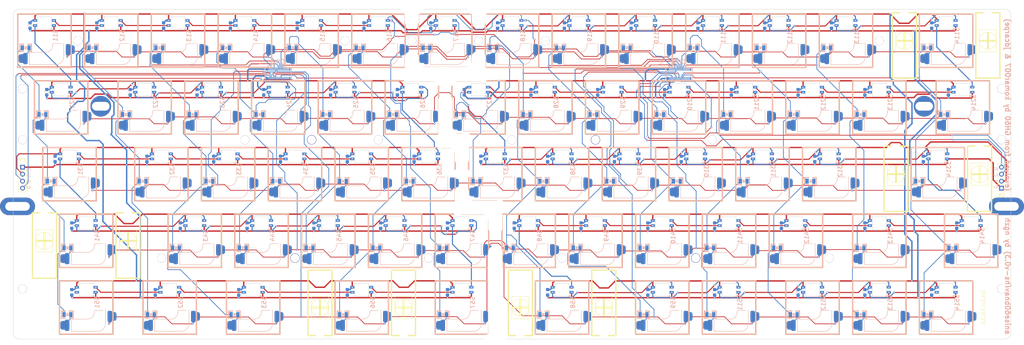
<source format=kicad_pcb>
(kicad_pcb (version 20211014) (generator pcbnew)
  (layers (0 "F.Cu" signal) (31 "B.Cu" signal) (34 "B.Paste" user) (35 "F.Paste" user) (36 "B.SilkS" user "B.Silkscreen") (37 "F.SilkS" user "F.Silkscreen") (38 "B.Mask" user) (39 "F.Mask" user) (44 "Edge.Cuts" user))
  (net 0 "")
  (net 1 "c8")
  (net 2 "r3")
  (net 3 "GND")
  (net 4 "VCC")
  (net 5 "S37_38")
  (net 6 "S38_39")
  (net 7 "c3")
  (net 8 "r4")
  (net 9 "S41_43")
  (net 10 "S43_44")
  (net 11 "c14")
  (net 12 "S314_414")
  (net 13 "S414_413")
  (net 14 "c13")
  (net 15 "S413_412")
  (net 16 "c12")
  (net 17 "S412_411")
  (net 18 "c11")
  (net 19 "S411_410")
  (net 20 "c10")
  (net 21 "S410_49")
  (net 22 "c1")
  (net 23 "S31_41")
  (net 24 "c9")
  (net 25 "S39_310")
  (net 26 "c4")
  (net 27 "S44_45")
  (net 28 "c7")
  (net 29 "S27_37")
  (net 30 "c6")
  (net 31 "S26_36")
  (net 32 "S36_35")
  (net 33 "c5")
  (net 34 "S35_34")
  (net 35 "S34_33")
  (net 36 "S33_32")
  (net 37 "c2")
  (net 38 "S32_31")
  (net 39 "S312_314")
  (net 40 "r5")
  (net 41 "S511_512")
  (net 42 "S512_513")
  (net 43 "S58_59")
  (net 44 "S59_511")
  (net 45 "S48_58")
  (net 46 "S47_57")
  (net 47 "S57_56")
  (net 48 "S56_53")
  (net 49 "S53_52")
  (net 50 "S52_51")
  (net 51 "S513_514")
  (net 52 "S311_312")
  (net 53 "S49_48")
  (net 54 "S46_47")
  (net 55 "S45_46")
  (net 56 "S310_311")
  (net 57 "r1")
  (net 58 "S12_11")
  (net 59 "S11_21")
  (net 60 "S19_110")
  (net 61 "S110_111")
  (net 62 "S111_112")
  (net 63 "S112_113")
  (net 64 "S113_114")
  (net 65 "S114_214")
  (net 66 "S13_12")
  (net 67 "S14_13")
  (net 68 "S15_14")
  (net 69 "S16_15")
  (net 70 "S18_19")
  (net 71 "r2")
  (net 72 "S21_22")
  (net 73 "S212_211")
  (net 74 "S211_210")
  (net 75 "S210_29")
  (net 76 "S29_28")
  (net 77 "S28_27")
  (net 78 "S25_26")
  (net 79 "S24_25")
  (net 80 "S23_24")
  (net 81 "S22_23")
  (net 82 "S214_213")
  (net 83 "S213_212")
  (net 84 "sclR")
  (net 85 "sdaR")
  (net 86 "sclL")
  (net 87 "sdaL")
  (net 88 "S17_18")
  (net 89 "led2_17")
  (footprint "hole:PKRHC" (layer "F.Cu") (at 322.3399 92.5208)
    (fp_text reference "HOLE" hide)
    (fp_text value "VAL**" hide)
  )
  (footprint "hole:PKRHSL" (layer "F.Cu") (at 345.8312 121.1212)
    (fp_text reference "HOLE" hide)
    (fp_text value "VAL**" hide)
  )
  (footprint "hole:PKRHC" (layer "F.Cu") (at 87.4893 92.5208)
    (fp_text reference "HOLE" hide)
    (fp_text value "VAL**" hide)
  )
  (footprint "hole:PKRH" (layer "F.Cu") (at 190.5 111.76)
    (fp_text reference "HOLE" hide)
    (fp_text value "VAL**" hide)
  )
  (footprint "hole:PKRHSL" (layer "F.Cu") (at 63.7489 121.1212)
    (fp_text reference "HOLE" hide)
    (fp_text value "VAL**" hide)
  )
  (footprint "Mounting_Holes:MountingHole_2.5mm" (layer "F.Cu") (at 80.9625 73.81875)
    (fp_text reference "" hide)
    (fp_text value "MountingHole_2.5mm" hide)
  )
  (footprint "hole:PKRH" (layer "F.Cu") (at 190.5 83.34502)
    (fp_text reference "" hide)
    (fp_text value "" hide)
  )
  (footprint "hole:PKRH" (layer "F.Cu") (at 188 102.2)
    (fp_text reference "" hide)
    (fp_text value "" hide)
  )
  (footprint "hole:PKRH" (layer "F.Cu") (at 193.68125 121.20498)
    (fp_text reference "" hide)
    (fp_text value "" hide)
  )
  (footprint "hole:PKRH" (layer "F.Cu") (at 190.20498 105.31875 90)
    (fp_text reference "" hide)
    (fp_text value "" hide)
  )
  (footprint "hole:PKRH" (layer "F.Cu") (at 190.40498 118.6 90)
    (fp_text reference "" hide)
    (fp_text value "" hide)
  )
  (footprint "hole:PKRH" (layer "F.Cu") (at 185.60498 97 90)
    (fp_text reference "" hide)
    (fp_text value "" hide)
  )
  (footprint "hole:PKRH" (layer "F.Cu") (at 185.60498 84.61875 90)
    (fp_text reference "" hide)
    (fp_text value "" hide)
  )
  (footprint "hole:PKRH" (layer "F.Cu") (at 193.6 64.63 90)
    (fp_text reference "" hide)
    (fp_text value "" hide)
  )
  (footprint "hole:PKRH" (layer "F.Cu") (at 196.91 64.63 90)
    (fp_text reference "" hide)
    (fp_text value "" hide)
  )
  (footprint "hole:PKRH" (layer "F.Cu") (at 187.6 85.4 90)
    (fp_text reference "" hide)
    (fp_text value "" hide)
  )
  (footprint "hole:PKRH" (layer "F.Cu") (at 187.6 100.4 90)
    (fp_text reference "" hide)
    (fp_text value "" hide)
  )
  (footprint "hole:PKRH" (layer "F.Cu") (at 188.7 104.4 90)
    (fp_text reference "" hide)
    (fp_text value "" hide)
  )
  (footprint "hole:PKRH" (layer "F.Cu") (at 192.3 119.4 90)
    (fp_text reference "" hide)
    (fp_text value "" hide)
  )
  (footprint "hole:PKRH" (layer "F.Cu") (at 200.025 123.4 90)
    (fp_text reference "" hide)
    (fp_text value "" hide)
  )
  (footprint "hole:PKRH" (layer "F.Cu") (at 200 146.8 90)
    (fp_text reference "" hide)
    (fp_text value "" hide)
  )
  (footprint "hole:PKRH" (layer "F.Cu") (at 198.3 159.2 90)
    (fp_text reference "" hide)
    (fp_text value "" hide)
  )
  (footprint "hole:PKRH" (layer "F.Cu") (at 201.7 159.2 90)
    (fp_text reference "" hide)
    (fp_text value "" hide)
  )
  (footprint "hole:PKRH" (layer "F.Cu") (at 195 80.3 90)
    (fp_text reference "" hide)
    (fp_text value "" hide)
  )
  (footprint "hole:PKRH" (layer "F.Cu") (at 193.3 81.3 90)
    (fp_text reference "" hide)
    (fp_text value "" hide)
  )
  (footprint "hole:PKRH" (layer "F.Cu") (at 196.67 84.02 90)
    (fp_text reference "" hide)
    (fp_text value "" hide)
  )
  (footprint "hole:PKRH" (layer "F.Cu") (at 184.3 103 90)
    (fp_text reference "" hide)
    (fp_text value "" hide)
  )
  (footprint "hole:PKRH" (layer "F.Cu") (at 191.6 101.1 90)
    (fp_text reference "" hide)
    (fp_text value "" hide)
  )
  (footprint "hole:PKRH" (layer "F.Cu") (at 189.3 122.6 90)
    (fp_text reference "" hide)
    (fp_text value "" hide)
  )
  (footprint "hole:PKRH" (layer "F.Cu") (at 201.24 119.645 90)
    (fp_text reference "" hide)
    (fp_text value "" hide)
  )
  (footprint "hole:PKRH" (layer "F.Cu") (at 175.94248 67.30875 90)
    (fp_text reference "" hide)
    (fp_text value "" hide)
  )
  (footprint "hole:PKRH" (layer "F.Cu") (at 175.95 80.29875 90)
    (fp_text reference "" hide)
    (fp_text value "" hide)
  )
  (footprint "hole:PKRH" (layer "F.Cu") (at 177.87 64.63 90)
    (fp_text reference "" hide)
    (fp_text value "" hide)
  )
  (footprint "hole:PKRH" (layer "F.Cu") (at 174.55 64.62 90)
    (fp_text reference "" hide)
    (fp_text value "" hide)
  )
  (footprint "hole:PKRH" (layer "F.Cu") (at 189.72 82.2)
    (fp_text reference "" hide)
    (fp_text value "" hide)
  )
  (footprint "hole:PKRH" (layer "F.Cu") (at 183.9 86.2 90)
    (fp_text reference "" hide)
    (fp_text value "" hide)
  )
  (footprint "hole:PKRH" (layer "F.Cu") (at 178.1 81.3 90)
    (fp_text reference "" hide)
    (fp_text value "" hide)
  )
  (footprint "hole:PKRH" (layer "F.Cu") (at 198.05 123.525 90)
    (fp_text reference "" hide)
    (fp_text value "" hide)
  )
  (footprint "hole:PKRH" (layer "F.Cu") (at 174.81 84.09 90)
    (fp_text reference "" hide)
    (fp_text value "" hide)
  )
  (footprint "hole:PKRH" (layer "F.Cu") (at 199.99 138.29 90)
    (fp_text reference "" hide)
    (fp_text value "" hide)
  )
  (footprint "hole:PKRH" (layer "F.Cu") (at 200.01 155.16 90)
    (fp_text reference "" hide)
    (fp_text value "" hide)
  )
  (footprint "Keyboard:MXHS-1U-RGB-ALI-3528-HOLE-NOPAD" (layer "F.Cu") (at 261.9375 73.81875 180)
    (fp_text reference "S111")
    (fp_text value "MX_LED" hide)
    (fp_line (start 2 3.28) (end 2 6.88) (layer "Edge.Cuts") (width 0.1))
    (fp_line (start -2 6.88) (end 2 6.88) (layer "Edge.Cuts") (width 0.1))
    (fp_line (start -2 3.28) (end 2 3.28) (layer "Edge.Cuts") (width 0.1))
    (fp_line (start -2 3.28) (end -2 6.88) (layer "Edge.Cuts") (width 0.1))
  )
  (footprint "Keyboard:MXST" (layer "F.Cu") (at 71.4375 130.96875)
    (fp_text reference "" hide)
    (fp_text value "" hide)
  )
  (footprint "Keyboard:MXHS-1U-RGB-ALI-3528-HOLE-NOPAD" (layer "F.Cu") (at 219.075 111.91875 180)
    (fp_text reference "S38")
    (fp_text value "MX_LED" hide)
    (fp_line (start 2 3.28) (end 2 6.88) (layer "Edge.Cuts") (width 0.1))
    (fp_line (start -2 6.88) (end 2 6.88) (layer "Edge.Cuts") (width 0.1))
    (fp_line (start -2 3.28) (end 2 3.28) (layer "Edge.Cuts") (width 0.1))
    (fp_line (start -2 3.28) (end -2 6.88) (layer "Edge.Cuts") (width 0.1))
  )
  (footprint "Mounting_Holes:MountingHole_2.5mm" (layer "F.Cu") (at 65.1689 102.0712)
    (fp_text reference "" hide)
    (fp_text value "MountingHole_2.5mm" hide)
  )
  (footprint "Mounting_Holes:MountingHole_2.5mm" (layer "F.Cu") (at 166.68751 102.1)
    (fp_text reference "" hide)
    (fp_text value "MountingHole_2.5mm" hide)
  )
  (footprint "Keyboard:MXHS-1U-RGB-ALI-3528-HOLE-NOPAD" (layer "F.Cu") (at 71.4375 73.81875 180)
    (fp_text reference "S11")
    (fp_text value "MX_LED" hide)
    (fp_line (start -2 3.28) (end 2 3.28) (layer "Edge.Cuts") (width 0.1))
    (fp_line (start -2 6.88) (end 2 6.88) (layer "Edge.Cuts") (width 0.1))
    (fp_line (start 2 3.28) (end 2 6.88) (layer "Edge.Cuts") (width 0.1))
    (fp_line (start -2 3.28) (end -2 6.88) (layer "Edge.Cuts") (width 0.1))
  )
  (footprint "Keyboard:30PIN_0.4MM_BTB_MALE" (layer "F.Cu") (at 252.4125 83.25)
    (fp_text reference "CN2")
    (fp_text value "BTB")
  )
  (footprint "Mounting_Holes:MountingHole_2.5mm" (layer "F.Cu") (at 214.3125 73.81875)
    (fp_text reference "" hide)
    (fp_text value "MountingHole_2.5mm" hide)
  )
  (footprint "Keyboard:MXHS-1U-RGB-ALI-3528-HOLE-NOPAD" (layer "F.Cu") (at 78.58125 111.91875 180)
    (fp_text reference "S31")
    (fp_text value "MX_LED" hide)
    (fp_line (start -2 3.28) (end 2 3.28) (layer "Edge.Cuts") (width 0.1))
    (fp_line (start 2 3.28) (end 2 6.88) (layer "Edge.Cuts") (width 0.1))
    (fp_line (start -2 6.88) (end 2 6.88) (layer "Edge.Cuts") (width 0.1))
    (fp_line (start -2 3.28) (end -2 6.88) (layer "Edge.Cuts") (width 0.1))
  )
  (footprint "Mounting_Holes:MountingHole_2.5mm" (layer "F.Cu") (at 142.875 135.89)
    (fp_text reference "REF**" hide)
    (fp_text value "MountingHole_padded_2.5mm" hide)
  )
  (footprint "Keyboard:30PIN_0.4MM_BTB_MALE" (layer "F.Cu") (at 138.1125 83.25)
    (fp_text reference "CN1")
    (fp_text value "BTB")
  )
  (footprint "hole:PKRH" (layer "F.Cu") (at 195.375 66.175)
    (fp_text reference "" hide)
    (fp_text value "" hide)
  )
  (footprint "Keyboard:MXHS-1U-RGB-ALI-3528-HOLE-NOPAD" (layer "F.Cu") (at 335.75625 130.96875 180)
    (fp_text reference "S414")
    (fp_text value "MX_LED" hide)
    (fp_line (start 2 3.28) (end 2 6.88) (layer "Edge.Cuts") (width 0.1))
    (fp_line (start -2 3.28) (end 2 3.28) (layer "Edge.Cuts") (width 0.1))
    (fp_line (start -2 3.28) (end -2 6.88) (layer "Edge.Cuts") (width 0.1))
    (fp_line (start -2 6.88) (end 2 6.88) (layer "Edge.Cuts") (width 0.1))
  )
  (footprint "" (layer "F.Cu") (at 208.6 68)
    (fp_text reference "")
    (fp_text value "")
  )
  (footprint "Mounting_Holes:MountingHole_2.5mm" (layer "F.Cu") (at 147.63751 102.1)
    (fp_text reference "REF**" hide)
    (fp_text value "MountingHole_padded_2.5mm" hide)
  )
  (footprint "Keyboard:MXHS-1U-RGB-ALI-3528-HOLE-NOPAD" (layer "F.Cu") (at 119.0625 92.86875 180)
    (fp_text reference "S23")
    (fp_text value "MX_LED" hide)
    (fp_line (start -2 6.88) (end 2 6.88) (layer "Edge.Cuts") (width 0.1))
    (fp_line (start -2 3.28) (end -2 6.88) (layer "Edge.Cuts") (width 0.1))
    (fp_line (start 2 3.28) (end 2 6.88) (layer "Edge.Cuts") (width 0.1))
    (fp_line (start -2 3.28) (end 2 3.28) (layer "Edge.Cuts") (width 0.1))
  )
  (footprint "Keyboard:MXHS-1U-RGB-ALI-3528-HOLE-NOPAD" (layer "F.Cu") (at 223.8375 73.81875 180)
    (fp_text reference "S19")
    (fp_text value "MX_LED" hide)
    (fp_line (start 2 3.28) (end 2 6.88) (layer "Edge.Cuts") (width 0.1))
    (fp_line (start -2 3.28) (end -2 6.88) (layer "Edge.Cuts") (width 0.1))
    (fp_line (start -2 3.28) (end 2 3.28) (layer "Edge.Cuts") (width 0.1))
    (fp_line (start -2 6.88) (end 2 6.88) (layer "Edge.Cuts") (width 0.1))
  )
  (footprint "Keyboard:MXHS-1U-RGB-ALI-3528-HOLE-NOPAD" (layer "F.Cu") (at 142.875 111.91875 180)
    (fp_text reference "S34")
    (fp_text value "MX_LED" hide)
    (fp_line (start -2 3.28) (end -2 6.88) (layer "Edge.Cuts") (width 0.1))
    (fp_line (start 2 3.28) (end 2 6.88) (layer "Edge.Cuts") (width 0.1))
    (fp_line (start -2 3.28) (end 2 3.28) (layer "Edge.Cuts") (width 0.1))
    (fp_line (start -2 6.88) (end 2 6.88) (layer "Edge.Cuts") (width 0.1))
  )
  (footprint "Mounting_Holes:MountingHole_2.5mm" (layer "F.Cu") (at 344.4112 102.0712)
    (fp_text reference "" hide)
    (fp_text value "MountingHole_2.5mm" hide)
  )
  (footprint "Mounting_Holes:MountingHole_2.5mm" (layer "F.Cu") (at 257.175 135.89)
    (fp_text reference "REF**" hide)
    (fp_text value "MountingHole_padded_2.5mm" hide)
  )
  (footprint "Mounting_Holes:MountingHole_2.5mm" (layer "F.Cu") (at 157.1625 73.81875)
    (fp_text reference "" hide)
    (fp_text value "MountingHole_2.5mm" hide)
  )
  (footprint "Keyboard:MXHS-1U-RGB-ALI-3528-HOLE-NOPAD" (layer "F.Cu") (at 214.3125 92.86875 180)
    (fp_text reference "S28")
    (fp_text value "MX_LED" hide)
    (fp_line (start -2 3.28) (end 2 3.28) (layer "Edge.Cuts") (width 0.1))
    (fp_line (start -2 3.28) (end -2 6.88) (layer "Edge.Cuts") (width 0.1))
    (fp_line (start 2 3.28) (end 2 6.88) (layer "Edge.Cuts") (width 0.1))
    (fp_line (start -2 6.88) (end 2 6.88) (layer "Edge.Cuts") (width 0.1))
  )
  (footprint "Keyboard:MXHS-1U-RGB-ALI-3528-HOLE-NOPAD" (layer "F.Cu") (at 109.5375 73.81875 180)
    (fp_text reference "S13")
    (fp_text value "MX_LED" hide)
    (fp_line (start -2 6.88) (end 2 6.88) (layer "Edge.Cuts") (width 0.1))
    (fp_line (start 2 3.28) (end 2 6.88) (layer "Edge.Cuts") (width 0.1))
    (fp_line (start -2 3.28) (end 2 3.28) (layer "Edge.Cuts") (width 0.1))
    (fp_line (start -2 3.28) (end -2 6.88) (layer "Edge.Cuts") (width 0.1))
  )
  (footprint "Keyboard:MXST" (layer "F.Cu") (at 95.25 130.96875)
    (fp_text reference "" hide)
    (fp_text value "" hide)
  )
  (footprint "Keyboard:MXHS-1U-RGB-ALI-3528-HOLE-NOPAD" (layer "F.Cu") (at 280.9875 73.81875 180)
    (fp_text reference "S112")
    (fp_text value "MX_LED" hide)
    (fp_line (start -2 6.88) (end 2 6.88) (layer "Edge.Cuts") (width 0.1))
    (fp_line (start -2 3.28) (end 2 3.28) (layer "Edge.Cuts") (width 0.1))
    (fp_line (start 2 3.28) (end 2 6.88) (layer "Edge.Cuts") (width 0.1))
    (fp_line (start -2 3.28) (end -2 6.88) (layer "Edge.Cuts") (width 0.1))
  )
  (footprint "Keyboard:MXHS-1U-RGB-ALI-3528-HOLE-NOPAD" (layer "F.Cu") (at 123.825 111.91875 180)
    (fp_text reference "S33")
    (fp_text value "MX_LED" hide)
    (fp_line (start -2 6.88) (end 2 6.88) (layer "Edge.Cuts") (width 0.1))
    (fp_line (start -2 3.28) (end -2 6.88) (layer "Edge.Cuts") (width 0.1))
    (fp_line (start -2 3.28) (end 2 3.28) (layer "Edge.Cuts") (width 0.1))
    (fp_line (start 2 3.28) (end 2 6.88) (layer "Edge.Cuts") (width 0.1))
  )
  (footprint "Keyboard:MXHS-1U-RGB-ALI-3528-HOLE-NOPAD" (layer "F.Cu") (at 333.375 92.86875 180)
    (fp_text reference "S214")
    (fp_text value "MX_LED" hide)
    (fp_line (start -2 3.28) (end 2 3.28) (layer "Edge.Cuts") (width 0.1))
    (fp_line (start -2 6.88) (end 2 6.88) (layer "Edge.Cuts") (width 0.1))
    (fp_line (start 2 3.28) (end 2 6.88) (layer "Edge.Cuts") (width 0.1))
    (fp_line (start -2 3.28) (end -2 6.88) (layer "Edge.Cuts") (width 0.1))
  )
  (footprint "Keyboard:MXHS-1U-RGB-ALI-3528-HOLE-NOPAD" (layer "F.Cu") (at 128.5875 73.81875 180)
    (fp_text reference "S14")
    (fp_text value "MX_LED" hide)
    (fp_line (start -2 3.28) (end 2 3.28) (layer "Edge.Cuts") (width 0.1))
    (fp_line (start -2 6.88) (end 2 6.88) (layer "Edge.Cuts") (width 0.1))
    (fp_line (start 2 3.28) (end 2 6.88) (layer "Edge.Cuts") (width 0.1))
    (fp_line (start -2 3.28) (end -2 6.88) (layer "Edge.Cuts") (width 0.1))
  )
  (footprint "Keyboard:MXST" (layer "F.Cu") (at 316.70625 73.81875)
    (fp_text reference "" hide)
    (fp_text value "" hide)
  )
  (footprint "Keyboard:MXHS-1U-RGB-ALI-3528-HOLE-NOPAD" (layer "F.Cu") (at 157.1625 92.86875 180)
    (fp_text reference "S25")
    (fp_text value "MX_LED" hide)
    (fp_line (start -2 3.28) (end 2 3.28) (layer "Edge.Cuts") (width 0.1))
    (fp_line (start 2 3.28) (end 2 6.88) (layer "Edge.Cuts") (width 0.1))
    (fp_line (start -2 6.88) (end 2 6.88) (layer "Edge.Cuts") (width 0.1))
    (fp_line (start -2 3.28) (end -2 6.88) (layer "Edge.Cuts") (width 0.1))
  )
  (footprint "Keyboard:MXHS-1U-RGB-ALI-3528-HOLE-NOPAD" (layer "F.Cu") (at 147.6375 73.81875 180)
    (fp_text reference "S15")
    (fp_text value "MX_LED" hide)
    (fp_line (start -2 3.28) (end 2 3.28) (layer "Edge.Cuts") (width 0.1))
    (fp_line (start -2 3.28) (end -2 6.88) (layer "Edge.Cuts") (width 0.1))
    (fp_line (start -2 6.88) (end 2 6.88) (layer "Edge.Cuts") (width 0.1))
    (fp_line (start 2 3.28) (end 2 6.88) (layer "Edge.Cuts") (width 0.1))
  )
  (footprint "Keyboard:MXHS-1U-RGB-ALI-3528-HOLE-NOPAD" (layer "F.Cu") (at 204.7875 73.81875 180)
    (fp_text reference "S18")
    (fp_text value "MX_LED" hide)
    (fp_line (start -2 3.28) (end 2 3.28) (layer "Edge.Cuts") (width 0.1))
    (fp_line (start -2 3.28) (end -2 6.88) (layer "Edge.Cuts") (width 0.1))
    (fp_line (start -2 6.88) (end 2 6.88) (layer "Edge.Cuts") (width 0.1))
    (fp_line (start 2 3.28) (end 2 6.88) (layer "Edge.Cuts") (width 0.1))
  )
  (footprint "Keyboard:MXST" (layer "F.Cu") (at 173.83125 150.01875 180)
    (fp_text reference "" hide)
    (fp_text value "" hide)
  )
  (footprint "Keyboard:MXST" (layer "F.Cu") (at 340.51875 73.81875)
    (fp_text reference "" hide)
    (fp_text value "" hide)
  )
  (footprint "Mounting_Holes:MountingHole_2.5mm" (layer "F.Cu") (at 176.2125 73.81875)
    (fp_text reference "" hide)
    (fp_text value "MountingHole_2.5mm" hide)
  )
  (footprint "Keyboard:MXHS-1U-RGB-ALI-3528-HOLE-NOPAD" (layer "F.Cu") (at 290.5125 92.86875 180)
    (fp_text reference "S212")
    (fp_text value "MX_LED" hide)
    (fp_line (start 2 3.28) (end 2 6.88) (layer "Edge.Cuts") (width 0.1))
    (fp_line (start -2 6.88) (end 2 6.88) (layer "Edge.Cuts") (width 0.1))
    (fp_line (start -2 3.28) (end 2 3.28) (layer "Edge.Cuts") (width 0.1))
    (fp_line (start -2 3.28) (end -2 6.88) (layer "Edge.Cuts") (width 0.1))
  )
  (footprint "Mounting_Holes:MountingHole_2.5mm" (layer "F.Cu") (at 65.1689 144.6712)
    (fp_text reference "" hide)
    (fp_text value "MountingHole_2.5mm" hide)
  )
  (footprint "Keyboard:MXST" (layer "F.Cu") (at 314.325 111.91875)
    (fp_text reference "" hide)
    (fp_text value "" hide)
  )
  (footprint "Keyboard:MXHS-1U-RGB-ALI-3528-HOLE-NOPAD" (layer "F.Cu") (at 76.2 92.86875 180)
    (fp_text reference "S21")
    (fp_text value "MX_LED" hide)
    (fp_line (start -2 3.28) (end -2 6.88) (layer "Edge.Cuts") (width 0.1))
    (fp_line (start -2 6.88) (end 2 6.88) (layer "Edge.Cuts") (width 0.1))
    (fp_line (start -2 3.28) (end 2 3.28) (layer "Edge.Cuts") (width 0.1))
    (fp_line (start 2 3.28) (end 2 6.88) (layer "Edge.Cuts") (width 0.1))
  )
  (footprint "Keyboard:MXHS-1U-RGB-ALI-3528-HOLE-NOPAD" (layer "F.Cu") (at 161.925 111.91875 180)
    (fp_text reference "S35")
    (fp_text value "MX_LED" hide)
    (fp_line (start -2 6.88) (end 2 6.88) (layer "Edge.Cuts") (width 0.1))
    (fp_line (start -2 3.28) (end 2 3.28) (layer "Edge.Cuts") (width 0.1))
    (fp_line (start -2 3.28) (end -2 6.88) (layer "Edge.Cuts") (width 0.1))
    (fp_line (start 2 3.28) (end 2 6.88) (layer "Edge.Cuts") (width 0.1))
  )
  (footprint "Keyboard:MXHS-1U-RGB-ALI-3528-HOLE-NOPAD" (layer "F.Cu") (at 114.3 130.96875 180)
    (fp_text reference "S43")
    (fp_text value "MX_LED" hide)
    (fp_line (start -2 3.28) (end -2 6.88) (layer "Edge.Cuts") (width 0.1))
    (fp_line (start 2 3.28) (end 2 6.88) (layer "Edge.Cuts") (width 0.1))
    (fp_line (start -2 3.28) (end 2 3.28) (layer "Edge.Cuts") (width 0.1))
    (fp_line (start -2 6.88) (end 2 6.88) (layer "Edge.Cuts") (width 0.1))
  )
  (footprint "Keyboard:MXST" (layer "F.Cu") (at 207.16875 150.01875 180)
    (fp_text reference "" hide)
    (fp_text value "" hide)
  )
  (footprint "Keyboard:MXHS-1U-RGB-ALI-3528-HOLE-NOPAD" (layer "F.Cu") (at 219.075 150.01875 180)
    (fp_text reference "S58")
    (fp_text value "MX_LED" hide)
    (fp_line (start 2 3.28) (end 2 6.88) (layer "Edge.Cuts") (width 0.1))
    (fp_line (start -2 6.88) (end 2 6.88) (layer "Edge.Cuts") (width 0.1))
    (fp_line (start -2 3.28) (end 2 3.28) (layer "Edge.Cuts") (width 0.1))
    (fp_line (start -2 3.28) (end -2 6.88) (layer "Edge.Cuts") (width 0.1))
  )
  (footprint "Mounting_Holes:MountingHole_2.5mm" (layer "F.Cu") (at 344.4112 87.5212)
    (fp_text reference "" hide)
    (fp_text value "MountingHole_2.5mm" hide)
  )
  (footprint "Keyboard:MXHS-1U-RGB-ALI-3528-HOLE-NOPAD" (layer "F.Cu") (at 190.5 150.01875 180)
    (fp_text reference "S57")
    (fp_text value "MX_LED" hide)
    (fp_line (start -2 6.88) (end 2 6.88) (layer "Edge.Cuts") (width 0.1))
    (fp_line (start -2 3.28) (end 2 3.28) (layer "Edge.Cuts") (width 0.1))
    (fp_line (start 2 3.28) (end 2 6.88) (layer "Edge.Cuts") (width 0.1))
    (fp_line (start -2 3.28) (end -2 6.88) (layer "Edge.Cuts") (width 0.1))
  )
  (footprint "Mounting_Holes:MountingHole_2.5mm" (layer "F.Cu") (at 128.58751 102.1)
    (fp_text reference "" hide)
    (fp_text value "MountingHole_2.5mm" hide)
  )
  (footprint "Keyboard:MXHS-1U-RGB-ALI-3528-HOLE-NOPAD" (layer "F.Cu") (at 295.275 111.91875 180)
    (fp_text reference "S312")
    (fp_text value "MX_LED" hide)
    (fp_line (start -2 3.28) (end 2 3.28) (layer "Edge.Cuts") (width 0.1))
    (fp_line (start -2 3.28) (end -2 6.88) (layer "Edge.Cuts") (width 0.1))
    (fp_line (start -2 6.88) (end 2 6.88) (layer "Edge.Cuts") (width 0.1))
    (fp_line (start 2 3.28) (end 2 6.88) (layer "Edge.Cuts") (width 0.1))
  )
  (footprint "Keyboard:MXHS-1U-RGB-ALI-3528-HOLE-NOPAD" (layer "F.Cu") (at 200.025 111.91875 180)
    (fp_text reference "S37")
    (fp_text value "MX_LED" hide)
    (fp_line (start -2 6.88) (end 2 6.88) (layer "Edge.Cuts") (width 0.1))
    (fp_line (start -2 3.28) (end -2 6.88) (layer "Edge.Cuts") (width 0.1))
    (fp_line (start -2 3.28) (end 2 3.28) (layer "Edge.Cuts") (width 0.1))
    (fp_line (start 2 3.28) (end 2 6.88) (layer "Edge.Cuts") (width 0.1))
  )
  (footprint "Keyboard:MXHS-1U-RGB-ALI-3528-HOLE-NOPAD" (layer "F.Cu") (at 209.55 130.96875 180)
    (fp_text reference "S48")
    (fp_text value "MX_LED" hide)
    (fp_line (start -2 3.28) (end 2 3.28) (layer "Edge.Cuts") (width 0.1))
    (fp_line (start -2 6.88) (end 2 6.88) (layer "Edge.Cuts") (width 0.1))
    (fp_line (start -2 3.28) (end -2 6.88) (layer "Edge.Cuts") (width 0.1))
    (fp_line (start 2 3.28) (end 2 6.88) (layer "Edge.Cuts") (width 0.1))
  )
  (footprint "Keyboard:MXHS-1U-RGB-ALI-3528-HOLE-NOPAD" (layer "F.Cu") (at 228.6 130.96875 180)
    (fp_text reference "S49")
    (fp_text value "MX_LED" hide)
    (fp_line (start -2 6.88) (end 2 6.88) (layer "Edge.Cuts") (width 0.1))
    (fp_line (start 2 3.28) (end 2 6.88) (layer "Edge.Cuts") (width 0.1))
    (fp_line (start -2 3.28) (end -2 6.88) (layer "Edge.Cuts") (width 0.1))
    (fp_line (start -2 3.28) (end 2 3.28) (layer "Edge.Cuts") (width 0.1))
  )
  (footprint "Mounting_Holes:MountingHole_2.5mm" (layer "F.Cu") (at 344.4112 144.6712)
    (fp_text reference "" hide)
    (fp_text value "MountingHole_2.5mm" hide)
  )
  (footprint "Keyboard:MXHS-1U-RGB-ALI-3528-HOLE-NOPAD" (layer "F.Cu") (at 133.35 130.96875 180)
    (fp_text reference "S44")
    (fp_text value "MX_LED" hide)
    (fp_line (start -2 3.28) (end 2 3.28) (layer "Edge.Cuts") (width 0.1))
    (fp_line (start -2 6.88) (end 2 6.88) (layer "Edge.Cuts") (width 0.1))
    (fp_line (start -2 3.28) (end -2 6.88) (layer "Edge.Cuts") (width 0.1))
    (fp_line (start 2 3.28) (end 2 6.88) (layer "Edge.Cuts") (width 0.1))
  )
  (footprint "Keyboard:MXHS-1U-RGB-ALI-3528-HOLE-NOPAD" (layer "F.Cu") (at 271.4625 92.86875 180)
    (fp_text reference "S211")
    (fp_text value "MX_LED" hide)
    (fp_line (start -2 3.28) (end 2 3.28) (layer "Edge.Cuts") (width 0.1))
    (fp_line (start -2 3.28) (end -2 6.88) (layer "Edge.Cuts") (width 0.1))
    (fp_line (start 2 3.28) (end 2 6.88) (layer "Edge.Cuts") (width 0.1))
    (fp_line (start -2 6.88) (end 2 6.88) (layer "Edge.Cuts") (width 0.1))
  )
  (footprint "Mounting_Holes:MountingHole_2.5mm" (layer "F.Cu") (at 180.975 135.89)
    (fp_text reference "" hide)
    (fp_text value "MountingHole_2.5mm" hide)
  )
  (footprint "Keyboard:MXHS-1U-RGB-ALI-3528-HOLE-NOPAD" (layer "F.Cu") (at 138.1125 92.86875 180)
    (fp_text reference "S24")
    (fp_text value "MX_LED" hide)
    (fp_line (start 2 3.28) (end 2 6.88) (layer "Edge.Cuts") (width 0.1))
    (fp_line (start -2 3.28) (end -2 6.88) (layer "Edge.Cuts") (width 0.1))
    (fp_line (start -2 6.88) (end 2 6.88) (layer "Edge.Cuts") (width 0.1))
    (fp_line (start -2 3.28) (end 2 3.28) (layer "Edge.Cuts") (width 0.1))
  )
  (footprint "Mounting_Holes:MountingHole_2.5mm" (layer "F.Cu") (at 261.93749 102.1)
    (fp_text reference "" hide)
    (fp_text value "MountingHole_2.5mm" hide)
  )
  (footprint "Keyboard:MXST" (layer "F.Cu") (at 150.01875 150.01875 180)
    (fp_text reference "" hide)
    (fp_text value "" hide)
  )
  (footprint "Mounting_Holes:MountingHole_2.5mm" (layer "F.Cu") (at 228.6 102.1)
    (fp_text reference "REF**" hide)
    (fp_text value "MountingHole_padded_2.5mm" hide)
  )
  (footprint "Keyboard:MXHS-1U-RGB-ALI-3528-HOLE-NOPAD" (layer "F.Cu") (at 130.96875 150.01875 180)
    (fp_text reference "S53")
    (fp_text value "MX_LED" hide)
    (fp_line (start 2 3.28) (end 2 6.88) (layer "Edge.Cuts") (width 0.1))
    (fp_line (start -2 6.88) (end 2 6.88) (layer "Edge.Cuts") (width 0.1))
    (fp_line (start -2 3.28) (end 2 3.28) (layer "Edge.Cuts") (width 0.1))
    (fp_line (start -2 3.28) (end -2 6.88) (layer "Edge.Cuts") (width 0.1))
  )
  (footprint "Keyboard:MXHS-1U-RGB-ALI-3528-HOLE-NOPAD" (layer "F.Cu") (at 309.5625 130.96875 180)
    (fp_text reference "S413")
    (fp_text value "MX_LED" hide)
    (fp_line (start -2 6.88) (end 2 6.88) (layer "Edge.Cuts") (width 0.1))
    (fp_line (start -2 3.28) (end 2 3.28) (layer "Edge.Cuts") (width 0.1))
    (fp_line (start -2 3.28) (end -2 6.88) (layer "Edge.Cuts") (width 0.1))
    (fp_line (start 2 3.28) (end 2 6.88) (layer "Edge.Cuts") (width 0.1))
  )
  (footprint "Keyboard:MXHS-1U-RGB-ALI-3528-HOLE-NOPAD" (layer "F.Cu") (at 328.6125 150.01875 180)
    (fp_text reference "S514")
    (fp_text value "MX_LED" hide)
    (fp_line (start 2 3.28) (end 2 6.88) (layer "Edge.Cuts") (width 0.1))
    (fp_line (start -2 3.28) (end 2 3.28) (layer "Edge.Cuts") (width 0.1))
    (fp_line (start -2 6.88) (end 2 6.88) (layer "Edge.Cuts") (width 0.1))
    (fp_line (start -2 3.28) (end -2 6.88) (layer "Edge.Cuts") (width 0.1))
  )
  (footprint "Keyboard:MXHS-1U-RGB-ALI-3528-HOLE-NOPAD" (layer "F.Cu") (at 83.34375 130.96875 180)
    (fp_text reference "S41")
    (fp_text value "MX_LED" hide)
    (fp_line (start 2 3.28) (end 2 6.88) (layer "Edge.Cuts") (width 0.1))
    (fp_line (start -2 6.88) (end 2 6.88) (layer "Edge.Cuts") (width 0.1))
    (fp_line (start -2 3.28) (end -2 6.88) (layer "Edge.Cuts") (width 0.1))
    (fp_line (start -2 3.28) (end 2 3.28) (layer "Edge.Cuts") (width 0.1))
  )
  (footprint "Keyboard:MXHS-1U-RGB-ALI-3528-HOLE-NOPAD" (layer "F.Cu") (at 107.15625 150.01875 180)
    (fp_text reference "S52")
    (fp_text value "MX_LED" hide)
    (fp_line (start -2 3.28) (end 2 3.28) (layer "Edge.Cuts") (width 0.1))
    (fp_line (start -2 3.28) (end -2 6.88) (layer "Edge.Cuts") (width 0.1))
    (fp_line (start -2 6.88) (end 2 6.88) (layer "Edge.Cuts") (width 0.1))
    (fp_line (start 2 3.28) (end 2 6.88) (layer "Edge.Cuts") (width 0.1))
  )
  (footprint "Keyboard:MXHS-1U-RGB-ALI-3528-HOLE-NOPAD" (layer "F.Cu") (at 252.4125 92.86875 180)
    (fp_text reference "S210")
    (fp_text value "MX_LED" hide)
    (fp_line (start 2 3.28) (end 2 6.88) (layer "Edge.Cuts") (width 0.1))
    (fp_line (start -2 3.28) (end 2 3.28) (layer "Edge.Cuts") (width 0.1))
    (fp_line (start -2 6.88) (end 2 6.88) (layer "Edge.Cuts") (width 0.1))
    (fp_line (start -2 3.28) (end -2 6.88) (layer "Edge.Cuts") (width 0.1))
  )
  (footprint "Keyboard:MXHS-1U-RGB-ALI-3528-HOLE-NOPAD" (layer "F.Cu") (at 195.2625 92.86875 180)
    (fp_text reference "S27")
    (fp_text value "MX_LED" hide)
    (fp_line (start -2 3.28) (end 2 3.28) (layer "Edge.Cuts") (width 0.1))
    (fp_line (start -2 3.28) (end -2 6.88) (layer "Edge.Cuts") (width 0.1))
    (fp_line (start -2 6.88) (end 2 6.88) (layer "Edge.Cuts") (width 0.1))
    (fp_line (start 2 3.28) (end 2 6.88) (layer "Edge.Cuts") (width 0.1))
  )
  (footprint "Mounting_Holes:MountingHole_2.5mm" (layer "F.Cu") (at 204.7875 102.1)
    (fp_text reference "" hide)
    (fp_text value "MountingHole_2.5mm" hide)
  )
  (footprint "Mounting_Holes:MountingHole_2.5mm" (layer "F.Cu") (at 219.075 135.89)
    (fp_text reference "" hide)
    (fp_text value "MountingHole_2.5mm" hide)
  )
  (footprint "Keyboard:MXHS-1U-RGB-ALI-3528-HOLE-NOPAD" (layer "F.Cu") (at 152.4 130.96875 180)
    (fp_text reference "S45")
    (fp_text value "MX_LED" hide)
    (fp_line (start -2 3.28) (end 2 3.28) (layer "Edge.Cuts") (width 0.1))
    (fp_line (start 2 3.28) (end 2 6.88) (layer "Edge.Cuts") (width 0.1))
    (fp_line (start -2 3.28) (end -2 6.88) (layer "Edge.Cuts") (width 0.1))
    (fp_line (start -2 6.88) (end 2 6.88) (layer "Edge.Cuts") (width 0.1))
  )
  (footprint "" (layer "F.Cu") (at 170.5 68.025)
    (fp_text reference "")
    (fp_text value "")
  )
  (footprint "Keyboard:MXHS-1U-RGB-ALI-3528-HOLE-NOPAD" (layer "F.Cu") (at 290.5125 150.01875 180)
    (fp_text reference "S512")
    (fp_text value "MX_LED" hide)
    (fp_line (start -2 3.28) (end 2 3.28) (layer "Edge.Cuts") (width 0.1))
    (fp_line (start -2 6.88) (end 2 6.88) (layer "Edge.Cuts") (width 0.1))
    (fp_line (start -2 3.28) (end -2 6.88) (layer "Edge.Cuts") (width 0.1))
    (fp_line (start 2 3.28) (end 2 6.88) (layer "Edge.Cuts") (width 0.1))
  )
  (footprint "Keyboard:MXHS-1U-RGB-ALI-3528-HOLE-NOPAD" (layer "F.Cu") (at 90.4875 73.81875 180)
    (fp_text reference "S12")
    (fp_text value "MX_LED" hide)
    (fp_line (start -2 3.28) (end -2 6.88) (layer "Edge.Cuts") (width 0.1))
    (fp_line (start 2 3.28) (end 2 6.88) (layer "Edge.Cuts") (width 0.1))
    (fp_line (start -2 3.28) (end 2 3.28) (layer "Edge.Cuts") (width 0.1))
    (fp_line (start -2 6.88) (end 2 6.88) (layer "Edge.Cuts") (width 0.1))
  )
  (footprint "Keyboard:MXHS-1U-RGB-ALI-3528-HOLE-NOPAD" (layer "F.Cu") (at 247.65 130.96875 180)
    (fp_text reference "S410")
    (fp_text value "MX_LED" hide)
    (fp_line (start -2 3.28) (end -2 6.88) (layer "Edge.Cuts") (width 0.1))
    (fp_line (start -2 3.28) (end 2 3.28) (layer "Edge.Cuts") (width 0.1))
    (fp_line (start 2 3.28) (end 2 6.88) (layer "Edge.Cuts") (width 0.1))
    (fp_line (start -2 6.88) (end 2 6.88) (layer "Edge.Cuts") (width 0.1))
  )
  (footprint "Mounting_Holes:MountingHole_2.5mm" (layer "F.Cu") (at 195.2625 73.81875)
    (fp_text reference "" hide)
    (fp_text value "MountingHole_2.5mm" hide)
  )
  (footprint "Keyboard:MXHS-1U-RGB-ALI-3528-HOLE-NOPAD" (layer "F.Cu") (at 233.3625 92.86875 180)
    (fp_text reference "S29")
    (fp_text value "MX_LED" hide)
    (fp_line (start -2 6.88) (end 2 6.88) (layer "Edge.Cuts") (width 0.1))
    (fp_line (start -2 3.28) (end 2 3.28) (layer "Edge.Cuts") (width 0.1))
    (fp_line (start 2 3.28) (end 2 6.88) (layer "Edge.Cuts") (width 0.1))
    (fp_line (start -2 3.28) (end -2 6.88) (layer "Edge.Cuts") (width 0.1))
  )
  (footprint "Mounting_Holes:MountingHole_2.5mm" (layer "F.Cu") (at 65.1689 87.5212)
    (fp_text reference "" hide)
    (fp_text value "MountingHole_2.5mm" hide)
  )
  (footprint "Keyboard:MXHS-1U-RGB-ALI-3528-HOLE-NOPAD" (layer "F.Cu") (at 285.75 130.96875 180)
    (fp_text reference "S412")
    (fp_text value "MX_LED" hide)
    (fp_line (start 2 3.28) (end 2 6.88) (layer "Edge.Cuts") (width 0.1))
    (fp_line (start -2 3.28) (end -2 6.88) (layer "Edge.Cuts") (width 0.1))
    (fp_line (start -2 3.28) (end 2 3.28) (layer "Edge.Cuts") (width 0.1))
    (fp_line (start -2 6.88) (end 2 6.88) (layer "Edge.Cuts") (width 0.1))
  )
  (footprint "Keyboard:MXHS-1U-RGB-ALI-3528-HOLE-NOPAD" (layer "F.Cu") (at 100.0125 92.86875 180)
    (fp_text reference "S22")
    (fp_text value "MX_LED" hide)
    (fp_line (start -2 3.28) (end -2 6.88) (layer "Edge.Cuts") (width 0.1))
    (fp_line (start -2 6.88) (end 2 6.88) (layer "Edge.Cuts") (width 0.1))
    (fp_line (start -2 3.28) (end 2 3.28) (layer "Edge.Cuts") (width 0.1))
    (fp_line (start 2 3.28) (end 2 6.88) (layer "Edge.Cuts") (width 0.1))
  )
  (footprint "Keyboard:MXHS-1U-RGB-ALI-3528-HOLE-NOPAD" (layer "F.Cu") (at 247.65 150.01875 180)
    (fp_text reference "S59")
    (fp_text value "MX_LED" hide)
    (fp_line (start -2 6.88) (end 2 6.88) (layer "Edge.Cuts") (width 0.1))
    (fp_line (start -2 3.28) (end -2 6.88) (layer "Edge.Cuts") (width 0.1))
    (fp_line (start -2 3.28) (end 2 3.28) (layer "Edge.Cuts") (width 0.1))
    (fp_line (start 2 3.28) (end 2 6.88) (layer "Edge.Cuts") (width 0.1))
  )
  (footprint "Keyboard:MXHS-1U-RGB-ALI-3528-HOLE-NOPAD" (layer "F.Cu") (at 176.2125 92.86875 180)
    (fp_text reference "S26")
    (fp_text value "MX_LED" hide)
    (fp_line (start -2 3.28) (end -2 6.88) (layer "Edge.Cuts") (width 0.1))
    (fp_line (start 2 3.28) (end 2 6.88) (layer "Edge.Cuts") (width 0.1))
    (fp_line (start -2 3.28) (end 2 3.28) (layer "Edge.Cuts") (width 0.1))
    (fp_line (start -2 6.88) (end 2 6.88) (layer "Edge.Cuts") (width 0.1))
  )
  (footprint "Keyboard:MXHS-1U-RGB-ALI-3528-HOLE-NOPAD" (layer "F.Cu") (at 190.5 130.96875 180)
    (fp_text reference "S47")
    (fp_text value "MX_LED" hide)
    (fp_line (start -2 6.88) (end 2 6.88) (layer "Edge.Cuts") (width 0.1))
    (fp_line (start 2 3.28) (end 2 6.88) (layer "Edge.Cuts") (width 0.1))
    (fp_line (start -2 3.28) (end -2 6.88) (layer "Edge.Cuts") (width 0.1))
    (fp_line (start -2 3.28) (end 2 3.28) (layer "Edge.Cuts") (width 0.1))
  )
  (footprint "Keyboard:MXHS-1U-RGB-ALI-3528-HOLE-NOPAD" (layer "F.Cu") (at 300.0375 73.81875 180)
    (fp_text reference "S113")
    (fp_text value "MX_LED" hide)
    (fp_line (start -2 3.28) (end -2 6.88) (layer "Edge.Cuts") (width 0.1))
    (fp_line (start 2 3.28) (end 2 6.88) (layer "Edge.Cuts") (width 0.1))
    (fp_line (start -2 3.28) (end 2 3.28) (layer "Edge.Cuts") (width 0.1))
    (fp_line (start -2 6.88) (end 2 6.88) (layer "Edge.Cuts") (width 0.1))
  )
  (footprint "Keyboard:MXST" (layer "F.Cu") (at 230.98125 150.01875 180)
    (fp_text reference "" hide)
    (fp_text value "" hide)
  )
  (footprint "Keyboard:MXHS-1U-RGB-ALI-3528-HOLE-NOPAD" (layer "F.Cu") (at 257.175 111.91875 180)
    (fp_text reference "S310")
    (fp_text value "MX_LED" hide)
    (fp_line (start 2 3.28) (end 2 6.88) (layer "Edge.Cuts") (width 0.1))
    (fp_line (start -2 3.28) (end 2 3.28) (layer "Edge.Cuts") (width 0.1))
    (fp_line (start -2 6.88) (end 2 6.88) (layer "Edge.Cuts") (width 0.1))
    (fp_line (start -2 3.28) (end -2 6.88) (layer "Edge.Cuts") (width 0.1))
  )
  (footprint "Mounting_Holes:MountingHole_2.5mm" (layer "F.Cu") (at 104.775 135.89)
    (fp_text reference "" hide)
    (fp_text value "MountingHole_2.5mm" hide)
  )
  (footprint "Keyboard:MXHS-1U-RGB-ALI-3528-HOLE-NOPAD" (layer "F.Cu") (at 171.45 130.96875 180)
    (fp_text reference "S46")
    (fp_text value "MX_LED" hide)
    (fp_line (start -2 3.28) (end 2 3.28) (layer "Edge.Cuts") (width 0.1))
    (fp_line (start 2 3.28) (end 2 6.88) (layer "Edge.Cuts") (width 0.1))
    (fp_line (start -2 3.28) (end -2 6.88) (layer "Edge.Cuts") (width 0.1))
    (fp_line (start -2 6.88) (end 2 6.88) (layer "Edge.Cuts") (width 0.1))
  )
  (footprint "Keyboard:MXHS-1U-RGB-ALI-3528-HOLE-NOPAD" (layer "F.Cu") (at 180.975 111.91875 180)
    (fp_text reference "S36")
    (fp_text value "MX_LED" hide)
    (fp_line (start -2 3.28) (end -2 6.88) (layer "Edge.Cuts") (width 0.1))
    (fp_line (start -2 3.28) (end 2 3.28) (layer "Edge.Cuts") (width 0.1))
    (fp_line (start -2 6.88) (end 2 6.88) (layer "Edge.Cuts") (width 0.1))
    (fp_line (start 2 3.28) (end 2 6.88) (layer "Edge.Cuts") (width 0.1))
  )
  (footprint "Keyboard:MXHS-1U-RGB-ALI-3528-HOLE-NOPAD" (layer "F.Cu") (at 276.225 111.91875 180)
    (fp_text reference "S311")
    (fp_text value "MX_LED" hide)
    (fp_line (start -2 6.88) (end 2 6.88) (layer "Edge.Cuts") (width 0.1))
    (fp_line (start -2 3.28) (end -2 6.88) (layer "Edge.Cuts") (width 0.1))
    (fp_line (start 2 3.28) (end 2 6.88) (layer "Edge.Cuts") (width 0.1))
    (fp_line (start -2 3.28) (end 2 3.28) (layer "Edge.Cuts") (width 0.1))
  )
  (footprint "Keyboard:MXST" (layer "F.Cu") (at 338.1375 111.91875)
    (fp_text reference "" hide)
    (fp_text value "" hide)
  )
  (footprint "Connector_PinHeader_2.00mm:PinHeader_1x04_P2.00mm_Vertical" (layer "F.Cu") (at 65.1896 109.91875)
    (fp_text reference "P1")
    (fp_text value "P")
  )
  (footprint "Keyboard:MXHS-1U-RGB-ALI-3528-HOLE-NOPAD" (layer "F.Cu") (at 166.6875 73.81875 180)
    (fp_text reference "S16")
    (fp_text value "MX_LED" hide)
    (fp_line (start -2 3.28) (end -2 6.88) (layer "Edge.Cuts") (width 0.1))
    (fp_line (start 2 3.28) (end 2 6.88) (layer "Edge.Cuts") (width 0.1))
    (fp_line (start -2 6.88) (end 2 6.88) (layer "Edge.Cuts") (width 0.1))
    (fp_line (start -2 3.28) (end 2 3.28) (layer "Edge.Cuts") (width 0.1))
  )
  (footprint "Keyboard:MXHS-1U-RGB-ALI-3528-HOLE-NOPAD" (layer "F.Cu") (at 266.7 150.01875 180)
    (fp_text reference "S511")
    (fp_text value "MX_LED" hide)
    (fp_line (start -2 3.28) (end -2 6.88) (layer "Edge.Cuts") (width 0.1))
    (fp_line (start -2 6.88) (end 2 6.88) (layer "Edge.Cuts") (width 0.1))
    (fp_line (start 2 3.28) (end 2 6.88) (layer "Edge.Cuts") (width 0.1))
    (fp_line (start -2 3.28) (end 2 3.28) (layer "Edge.Cuts") (width 0.1))
  )
  (footprint "Mounting_Holes:MountingHole_2.5mm" (layer "F.Cu") (at 295.275 135.89)
    (fp_text reference "" hide)
    (fp_text value "MountingHole_2.5mm" hide)
  )
  (footprint "Keyboard:MXHS-1U-RGB-ALI-3528-HOLE-NOPAD" (layer "F.Cu") (at 238.125 111.91875 180)
    (fp_text reference "S39")
    (fp_text value "MX_LED" hide)
    (fp_line (start -2 6.88) (end 2 6.88) (layer "Edge.Cuts") (width 0.1))
    (fp_line (start -2 3.28) (end 2 3.28) (layer "Edge.Cuts") (width 0.1))
    (fp_line (start 2 3.28) (end 2 6.88) (layer "Edge.Cuts") (width 0.1))
    (fp_line (start -2 3.28) (end -2 6.88) (layer "Edge.Cuts") (width 0.1))
  )
  (footprint "Keyboard:MXHS-1U-RGB-ALI-3528-HOLE-NOPAD" (layer "F.Cu") (at 328.6125 73.81875 180)
    (fp_text reference "S114")
    (fp_text value "MX_LED" hide)
    (fp_line (start -2 6.88) (end 2 6.88) (layer "Edge.Cuts") (width 0.1))
    (fp_line (start -2 3.28) (end -2 6.88) (layer "Edge.Cuts") (width 0.1))
    (fp_line (start -2 3.28) (end 2 3.28) (layer "Edge.Cuts") (width 0.1))
    (fp_line (start 2 3.28) (end 2 6.88) (layer "Edge.Cuts") (width 0.1))
  )
  (footprint "Keyboard:MXHS-1U-RGB-ALI-3528-HOLE-NOPAD" (layer "F.Cu") (at 266.7 130.96875 180)
    (fp_text reference "S411")
    (fp_text value "MX_LED" hide)
    (fp_line (start -2 6.88) (end 2 6.88) (layer "Edge.Cuts") (width 0.1))
    (fp_line (start 2 3.28) (end 2 6.88) (layer "Edge.Cuts") (width 0.1))
    (fp_line (start -2 3.28) (end -2 6.88) (layer "Edge.Cuts") (width 0.1))
    (fp_line (start -2 3.28) (end 2 3.28) (layer "Edge.Cuts") (width 0.1))
  )
  (footprint "Keyboard:MXHS-1U-RGB-ALI-3528-HOLE-NOPAD" (layer "F.Cu") (at 309.5625 92.86875 180)
    (fp_text reference "S213")
    (fp_text value "MX_LED" hide)
    (fp_line (start -2 6.88) (end 2 6.88) (layer "Edge.Cuts") (width 0.1))
    (fp_line (start -2 3.28) (end 2 3.28) (layer "Edge.Cuts") (width 0.1))
    (fp_line (start -2 3.28) (end -2 6.88) (layer "Edge.Cuts") (width 0.1))
    (fp_line (start 2 3.28) (end 2 6.88) (layer "Edge.Cuts") (width 0.1))
  )
  (footprint "Keyboard:MXHS-1U-RGB-ALI-3528-HOLE-NOPAD" (layer "F.Cu") (at 104.775 111.91875 180)
    (fp_text reference "S32")
    (fp_text value "MX_LED" hide)
    (fp_line (start -2 6.88) (end 2 6.88) (layer "Edge.Cuts") (width 0.1))
    (fp_line (start 2 3.28) (end 2 6.88) (layer "Edge.Cuts") (width 0.1))
    (fp_line (start -2 3.28) (end 2 3.28) (layer "Edge.Cuts") (width 0.1))
    (fp_line (start -2 3.28) (end -2 6.88) (layer "Edge.Cuts") (width 0.1))
  )
  (footprint "Keyboard:MXHS-1U-RGB-ALI-3528-HOLE-NOPAD" (layer "F.Cu") (at 83.34375 150.01875 180)
    (fp_text reference "S51")
    (fp_text value "MX_LED" hide)
    (fp_line (start 2 3.28) (end 2 6.88) (layer "Edge.Cuts") (width 0.1))
    (fp_line (start -2 3.28) (end 2 3.28) (layer "Edge.Cuts") (width 0.1))
    (fp_line (start -2 3.28) (end -2 6.88) (layer "Edge.Cuts") (width 0.1))
    (fp_line (start -2 6.88) (end 2 6.88) (layer "Edge.Cuts") (width 0.1))
  )
  (footprint "Keyboard:MXHS-1U-RGB-ALI-3528-HOLE-NOPAD" (layer "F.Cu") (at 326.23125 111.91875 180)
    (fp_text reference "S314")
    (fp_text value "MX_LED" hide)
    (fp_line (start -2 3.28) (end -2 6.88) (layer "Edge.Cuts") (width 0.1))
    (fp_line (start 2 3.28) (end 2 6.88) (layer "Edge.Cuts") (width 0.1))
    (fp_line (start -2 3.28) (end 2 3.28) (layer "Edge.Cuts") (width 0.1))
    (fp_line (start -2 6.88) (end 2 6.88) (layer "Edge.Cuts") (width 0.1))
  )
  (footprint "Connector_PinHeader_2.00mm:PinHeader_1x04_P2.00mm_Vertical" (layer "F.Cu") (at 344.4112 115.91875 180)
    (fp_text reference "P2")
    (fp_text value "P")
  )
  (footprint "Mounting_Holes:MountingHole_2.5mm" (layer "F.Cu") (at 309.5625 73.81875)
    (fp_text reference "" hide)
    (fp_text value "MountingHole_2.5mm" hide)
  )
  (footprint "Keyboard:MXHS-1U-RGB-ALI-3528-HOLE-NOPAD" (layer "F.Cu") (at 185.7375 73.81875 180)
    (fp_text reference "S17")
    (fp_text value "MX_LED" hide)
    (fp_line (start -2 3.28) (end 2 3.28) (layer "Edge.Cuts") (width 0.1))
    (fp_line (start 2 3.28) (end 2 6.88) (layer "Edge.Cuts") (width 0.1))
    (fp_line (start -2 6.88) (end 2 6.88) (layer "Edge.Cuts") (width 0.1))
    (fp_line (start -2 3.28) (end -2 6.88) (layer "Edge.Cuts") (width 0.1))
  )
  (footprint "Keyboard:MXHS-1U-RGB-ALI-3528-HOLE-NOPAD" (layer "F.Cu") (at 161.925 150.01875 180)
    (fp_text reference "S56")
    (fp_text value "MX_LED" hide)
    (fp_line (start -2 3.28) (end 2 3.28) (layer "Edge.Cuts") (width 0.1))
    (fp_line (start -2 6.88) (end 2 6.88) (layer "Edge.Cuts") (width 0.1))
    (fp_line (start 2 3.28) (end 2 6.88) (layer "Edge.Cuts") (width 0.1))
    (fp_line (start -2 3.28) (end -2 6.88) (layer "Edge.Cuts") (width 0.1))
  )
  (footprint "Keyboard:MXHS-1U-RGB-ALI-3528-HOLE-NOPAD" (layer "F.Cu") (at 309.5625 150.01875 180)
    (fp_text reference "S513")
    (fp_text value "MX_LED" hide)
    (fp_line (start -2 3.28) (end -2 6.88) (layer "Edge.Cuts") (width 0.1))
    (fp_line (start -2 6.88) (end 2 6.88) (layer "Edge.Cuts") (width 0.1))
    (fp_line (start -2 3.28) (end 2 3.28) (layer "Edge.Cuts") (width 0.1))
    (fp_line (start 2 3.28) (end 2 6.88) (layer "Edge.Cuts") (width 0.1))
  )
  (footprint "Keyboard:MXHS-1U-RGB-ALI-3528-HOLE-NOPAD" (layer "F.Cu") (at 242.8875 73.81875 180)
    (fp_text reference "S110")
    (fp_text value "MX_LED" hide)
    (fp_line (start -2 3.28) (end 2 3.28) (layer "Edge.Cuts") (width 0.1))
    (fp_line (start -2 3.28) (end -2 6.88) (layer "Edge.Cuts") (width 0.1))
    (fp_line (start -2 6.88) (end 2 6.88) (layer "Edge.Cuts") (width 0.1))
    (fp_line (start 2 3.28) (end 2 6.88) (layer "Edge.Cuts") (width 0.1))
  )
  (gr_arc (start 345.29 64.82) (mid 346.562792 65.347208) (end 347.09 66.62) (layer "Edge.Cuts") (width 0.0991))
  (gr_arc (start 347.09 157.22) (mid 346.562792 158.492792) (end 345.29 159.02) (layer "Edge.Cuts") (width 0.0991))
  (gr_arc (start 62.49 66.62) (mid 63.017208 65.347208) (end 64.29 64.82) (layer "Edge.Cuts") (width 0.0991))
  (gr_line (start 347.09 66.62) (end 347.09 157.22) (layer "Edge.Cuts") (width 0.0991))
  (gr_arc (start 64.29 159.02) (mid 63.017208 158.492792) (end 62.49 157.22) (layer "Edge.Cuts") (width 0.0991))
  (gr_line (start 64.29 159.02) (end 345.28 159.02) (layer "Edge.Cuts") (width 0.0991))
  (gr_line (start 62.49 157.22) (end 62.49 66.62) (layer "Edge.Cuts") (width 0.0991))
  (gr_line (start 64.29 64.82) (end 345.29 64.82) (layer "Edge.Cuts") (width 0.0991))
  (gr_text "anise60bnav(hs-v0.3) by ngzh       (evolved from GH60 by komar007 & jdcarpe)" (at 346.175 157.9 270) (layer "B.SilkS") (effects (font (size 1.42 1.42) (thickness 0.3048)) (justify left mirror)))
  (gr_text "G V C D\n" (at 66.875 113.15 270) (layer "B.SilkS") (effects (font (size 1 1) (thickness 0.12))))
  (gr_text "G V C D\n" (at 342.8 112.975 90) (layer "B.SilkS") (effects (font (size 1 1) (thickness 0.12))))
  (gr_text "JLCJLCJLCJLC" (at 339.25 150 90) (layer "F.SilkS") (effects (font (size 1 1) (thickness 0.12))))
  (segment (start 224.5 83.075) (end 224.475 83.1) (width 0.2) (layer "F.Cu") (net 1))
  (segment (start 252.1 83.125) (end 247.15 83.125) (width 0.2) (layer "F.Cu") (net 1))
  (segment (start 246.245 82.22) (end 245.270111 82.22) (width 0.2) (layer "F.Cu") (net 1))
  (segment (start 245.270111 82.22) (end 245.165111 82.325) (width 0.2) (layer "F.Cu") (net 1))
  (segment (start 225.8 82.325) (end 225.25 82.325) (width 0.2) (layer "F.Cu") (net 1))
  (segment (start 224.475 83.1) (end 208 83.1) (width 0.2) (layer "F.Cu") (net 1))
  (segment (start 245.165111 82.325) (end 225.8 82.325) (width 0.2) (layer "F.Cu") (net 1))
  (segment (start 247.15 83.125) (end 246.245 82.22) (width 0.2) (layer "F.Cu") (net 1))
  (segment (start 225.25 82.325) (end 224.5 83.075) (width 0.2) (layer "F.Cu") (net 1))
  (via (at 252.1 83.125) (size 0.51) (drill 0.305) (layers "F.Cu" "B.Cu") (net 1))
  (via (at 208 83.1) (size 0.51) (drill 0.305) (layers "F.Cu" "B.Cu") (net 1))
  (segment (start 203.241893 129.308107) (end 203.241893 132.978429) (width 0.2) (layer "B.Cu") (net 1))
  (segment (start 198.475 73.725) (end 198.475 73.125) (width 0.2) (layer "B.Cu") (net 1))
  (segment (start 212.766893 152.028429) (end 212.766893 139.016893) (width 0.2) (layer "B.Cu") (net 1))
  (segment (start 212.766893 139.016893) (end 206.125 132.375) (width 0.2) (layer "B.Cu") (net 1))
  (segment (start 212.766893 113.928429) (end 212.766893 114.258107) (width 0.2) (layer "B.Cu") (net 1))
  (segment (start 206.275 98.675) (end 206.407501 98.807501) (width 0.2) (layer "B.Cu") (net 1))
  (segment (start 203.241893 124.108107) (end 203.241893 129.308107) (width 0.2) (layer "B.Cu") (net 1))
  (segment (start 203.25 124.1) (end 203.241893 124.108107) (width 0.2) (layer "B.Cu") (net 1))
  (segment (start 200.175 72.55) (end 208.004393 80.379393) (width 0.2) (layer "B.Cu") (net 1))
  (segment (start 252.4125 84.605) (end 252.4125 83.4375) (width 0.2) (layer "B.Cu") (net 1))
  (segment (start 206.407501 98.807501) (end 206.407501 107.569037) (width 0.2) (layer "B.Cu") (net 1))
  (segment (start 212.766893 114.258107) (end 203.25 123.775) (width 0.2) (layer "B.Cu") (net 1))
  (segment (start 206.407501 107.569037) (end 212.766893 113.928429) (width 0.2) (layer "B.Cu") (net 1))
  (segment (start 208.004393 94.878429) (end 206.275 96.607822) (width 0.2) (layer "B.Cu") (net 1))
  (segment (start 203.25 123.775) (end 203.25 124.1) (width 0.2) (layer "B.Cu") (net 1))
  (segment (start 208.004393 80.379393) (end 208.004393 94.878429) (width 0.2) (layer "B.Cu") (net 1))
  (segment (start 252.4125 83.4375) (end 252.1 83.125) (width 0.2) (layer "B.Cu") (net 1))
  (segment (start 206.125 132.375) (end 206.125 130.9) (width 0.2) (layer "B.Cu") (net 1))
  (segment (start 206.275 96.607822) (end 206.275 98.675) (width 0.2) (layer "B.Cu") (net 1))
  (segment (start 199.05 72.55) (end 200.175 72.55) (width 0.2) (layer "B.Cu") (net 1))
  (segment (start 206.125 130.9) (end 204.533107 129.308107) (width 0.2) (layer "B.Cu") (net 1))
  (segment (start 198.479393 73.729393) (end 198.475 73.725) (width 0.2) (layer "B.Cu") (net 1))
  (segment (start 198.479393 75.828429) (end 198.479393 73.729393) (width 0.2) (layer "B.Cu") (net 1))
  (segment (start 204.533107 129.308107) (end 203.241893 129.308107) (width 0.2) (layer "B.Cu") (net 1))
  (segment (start 198.475 73.125) (end 199.05 72.55) (width 0.2) (layer "B.Cu") (net 1))
  (segment (start 244.58362 116.56738) (end 246.076 115.075) (width 0.2) (layer "F.Cu") (net 2))
  (segment (start 105.45 114.875) (end 107.14238 116.56738) (width 0.2) (layer "F.Cu") (net 2))
  (segment (start 270.78262 116.56738) (end 272.375 114.975) (width 0.2) (layer "F.Cu") (net 2))
  (segment (start 225.675 83.725) (end 226.625 82.775) (width 0.2) (layer "F.Cu") (net 2))
  (segment (start 326.05 114.925) (end 327.69238 116.56738) (width 0.2) (layer "F.Cu") (net 2))
  (segment (start 118.13262 116.56738) (end 119.825 114.875) (width 0.2) (layer "F.Cu") (net 2))
  (segment (start 111.23362 116.56738) (end 118.13262 116.56738) (width 0.2) (layer "F.Cu") (net 2))
  (segment (start 301.73362 116.56738) (end 320.73262 116.56738) (width 0.2) (layer "F.Cu") (net 2))
  (segment (start 138.7 114.8) (end 144.15 114.8) (width 0.2) (layer "F.Cu") (net 2))
  (segment (start 297.71738 116.56738) (end 301.73362 116.56738) (width 0.2) (layer "F.Cu") (net 2))
  (segment (start 130.28362 116.56738) (end 136.93262 116.56738) (width 0.2) (layer "F.Cu") (net 2))
  (segment (start 284.102251 115.148749) (end 296.298749 115.148749) (width 0.2) (layer "F.Cu") (net 2))
  (segment (start 107.14238 116.56738) (end 111.23362 116.56738) (width 0.2) (layer "F.Cu") (net 2))
  (segment (start 239.075 115.1) (end 240.54238 116.56738) (width 0.2) (layer "F.Cu") (net 2))
  (segment (start 85.03987 116.56738) (end 99.45762 116.56738) (width 0.2) (layer "F.Cu") (net 2))
  (segment (start 183.56738 116.56738) (end 187.43362 116.56738) (width 0.2) (layer "F.Cu") (net 2))
  (segment (start 181.925 114.925) (end 183.56738 116.56738) (width 0.2) (layer "F.Cu") (net 2))
  (segment (start 296.298749 115.148749) (end 297.71738 116.56738) (width 0.2) (layer "F.Cu") (net 2))
  (segment (start 145.91738 116.56738) (end 149.33362 116.56738) (width 0.2) (layer "F.Cu") (net 2))
  (segment (start 206.48362 116.56738) (end 208.001 115.05) (width 0.2) (layer "F.Cu") (net 2))
  (segment (start 272.375 114.975) (end 277.5 114.975) (width 0.2) (layer "F.Cu") (net 2))
  (segment (start 282.68362 116.56738) (end 284.102251 115.148749) (width 0.2) (layer "F.Cu") (net 2))
  (segment (start 187.43362 116.56738) (end 189.525 114.476) (width 0.2) (layer "F.Cu") (net 2))
  (segment (start 136.93262 116.56738) (end 138.7 114.8) (width 0.2) (layer "F.Cu") (net 2))
  (segment (start 208.001 115.05) (end 219.8 115.05) (width 0.2) (layer "F.Cu") (net 2))
  (segment (start 119.825 114.875) (end 122.818658 114.875) (width 0.2) (layer "F.Cu") (net 2))
  (segment (start 176.875 114.925) (end 181.925 114.925) (width 0.2) (layer "F.Cu") (net 2))
  (segment (start 168.38362 116.56738) (end 175.23262 116.56738) (width 0.2) (layer "F.Cu") (net 2))
  (segment (start 227.001 115.1) (end 239.075 115.1) (width 0.2) (layer "F.Cu") (net 2))
  (segment (start 101.15 114.875) (end 105.45 114.875) (width 0.2) (layer "F.Cu") (net 2))
  (segment (start 151.151 114.75) (end 162.6 114.75) (width 0.2) (layer "F.Cu") (net 2))
  (segment (start 279.1 116.575) (end 279.10762 116.56738) (width 0.2) (layer "F.Cu") (net 2))
  (segment (start 259.91738 116.56738) (end 263.63362 116.56738) (width 0.2) (layer "F.Cu") (net 2))
  (segment (start 258.425 115.075) (end 259.91738 116.56738) (width 0.2) (layer "F.Cu") (net 2))
  (segment (start 320.73262 116.56738) (end 322.375 114.925) (width 0.2) (layer "F.Cu") (net 2))
  (segment (start 202.21738 116.56738) (end 206.48362 116.56738) (width 0.2) (layer "F.Cu") (net 2))
  (segment (start 124.511038 116.56738) (end 130.28362 116.56738) (width 0.2) (layer "F.Cu") (net 2))
  (segment (start 189.525 114.476) (end 189.525 114.45) (width 0.2) (layer "F.Cu") (net 2))
  (segment (start 164.41738 116.56738) (end 168.38362 116.56738) (width 0.2) (layer "F.Cu") (net 2))
  (segment (start 245.825 82.775) (end 245.85 82.8) (width 0.2) (layer "F.Cu") (net 2))
  (segment (start 99.45762 116.56738) (end 101.15 114.875) (width 0.2) (layer "F.Cu") (net 2))
  (segment (start 162.6 114.75) (end 164.41738 116.56738) (width 0.2) (layer "F.Cu") (net 2))
  (segment (start 125.7705 82.5545) (end 133.775 82.5545) (width 0.2) (layer "F.Cu") (net 2))
  (segment (start 322.375 114.925) (end 326.05 114.925) (width 0.2) (layer "F.Cu") (net 2))
  (segment (start 200.1 114.45) (end 202.21738 116.56738) (width 0.2) (layer "F.Cu") (net 2))
  (segment (start 144.15 114.8) (end 145.91738 116.56738) (width 0.2) (layer "F.Cu") (net 2))
  (segment (start 225.53362 116.56738) (end 227.001 115.1) (width 0.2) (layer "F.Cu") (net 2))
  (segment (start 279.10762 116.56738) (end 282.68362 116.56738) (width 0.2) (layer "F.Cu") (net 2))
  (segment (start 263.63362 116.56738) (end 270.78262 116.56738) (width 0.2) (layer "F.Cu") (net 2))
  (segment (start 149.33362 116.56738) (end 151.151 114.75) (width 0.2) (layer "F.Cu") (net 2))
  (segment (start 122.818658 114.875) (end 124.511038 116.56738) (width 0.2) (layer "F.Cu") (net 2))
  (segment (start 327.69238 116.56738) (end 332.68987 116.56738) (width 0.2) (layer "F.Cu") (net 2))
  (segment (start 175.23262 116.56738) (end 176.875 114.925) (width 0.2) (layer "F.Cu") (net 2))
  (segment (start 240.54238 116.56738) (end 244.58362 116.56738) (width 0.2) (layer "F.Cu") (net 2))
  (segment (start 246.076 115.075) (end 258.425 115.075) (width 0.2) (layer "F.Cu") (net 2))
  (segment (start 125.75 82.575) (end 125.7705 82.5545) (width 0.2) (layer "F.Cu") (net 2))
  (segment (start 219.8 115.05) (end 221.31738 116.56738) (width 0.2) (layer "F.Cu") (net 2))
  (segment (start 221.31738 116.56738) (end 225.53362 116.56738) (width 0.2) (layer "F.Cu") (net 2))
  (segment (start 189.525 114.45) (end 200.1 114.45) (width 0.2) (layer "F.Cu") (net 2))
  (segment (start 226.625 82.775) (end 245.825 82.775) (width 0.2) (layer "F.Cu") (net 2))
  (segment (start 277.5 114.975) (end 279.1 116.575) (width 0.2) (layer "F.Cu") (net 2))
  (via (at 120.85 114.875) (size 0.51) (drill 0.305) (layers "F.Cu" "B.Cu") (net 2))
  (via (at 125.75 82.575) (size 0.51) (drill 0.305) (layers "F.Cu" "B.Cu") (net 2))
  (via (at 133.775 82.5545) (size 0.51) (drill 0.305) (layers "F.Cu" "B.Cu") (net 2))
  (via (at 237.65 115.075) (size 0.51) (drill 0.305) (layers "F.Cu" "B.Cu") (net 2))
  (via (at 225.675 83.725) (size 0.51) (drill 0.305) (layers "F.Cu" "B.Cu") (net 2))
  (via (at 245.85 82.8) (size 0.51) (drill 0.305) (layers "F.Cu" "B.Cu") (net 2))
  (segment (start 233.75 96.65) (end 231.012499 93.912499) (width 0.2) (layer "B.Cu") (net 2))
  (segment (start 118.175 109.55) (end 120.85 112.225) (width 0.2) (layer "B.Cu") (net 2))
  (segment (start 118.175 106.368101) (end 118.175 109.55) (width 0.2) (layer "B.Cu") (net 2))
  (segment (start 232.675 108.8) (end 232.675 105.075) (width 0.2) (layer "B.Cu") (net 2))
  (segment (start 225.175 84.225) (end 225.675 83.725) (width 0.2) (layer "B.Cu") (net 2))
  (segment (start 119 96.325) (end 119 105.543101) (width 0.2) (layer "B.Cu") (net 2))
  (segment (start 251.6125 82.595) (end 251.6125 81.895) (width 0.2) (layer "B.Cu") (net 2))
  (segment (start 233.75 104) (end 233.75 96.65) (width 0.2) (layer "B.Cu") (net 2))
  (segment (start 245.9 82.75) (end 251.4575 82.75) (width 0.2) (layer "B.Cu") (net 2))
  (segment (start 120.85 112.225) (end 120.85 114.875) (width 0.2) (layer "B.Cu") (net 2))
  (segment (start 245.85 82.8) (end 245.9 82.75) (width 0.2) (layer "B.Cu") (net 2))
  (segment (start 137.1825 82.725) (end 137.3125 82.595) (width 0.2) (layer "B.Cu") (net 2))
  (segment (start 125.375 82.95) (end 125.375 89.025) (width 0.2) (layer "B.Cu") (net 2))
  (segment (start 137.3125 82.595) (end 137.3125 81.895) (width 0.2) (layer "B.Cu") (net 2))
  (segment (start 133.9455 82.725) (end 137.1825 82.725) (width 0.2) (layer "B.Cu") (net 2))
  (segment (start 232.675 105.075) (end 233.75 104) (width 0.2) (layer "B.Cu") (net 2))
  (segment (start 121.625 93.7) (end 119 96.325) (width 0.2) (layer "B.Cu") (net 2))
  (segment (start 251.4575 82.75) (end 251.6125 82.595) (width 0.2) (layer "B.Cu") (net 2))
  (segment (start 225.175 86.85) (end 225.175 84.225) (width 0.2) (layer "B.Cu") (net 2))
  (segment (start 125.375 89.025) (end 121.625 92.775) (width 0.2) (layer "B.Cu") (net 2))
  (segment (start 119 105.543101) (end 118.175 106.368101) (width 0.2) (layer "B.Cu") (net 2))
  (segment (start 133.775 82.5545) (end 133.9455 82.725) (width 0.2) (layer "B.Cu") (net 2))
  (segment (start 121.625 92.775) (end 121.625 93.7) (width 0.2) (layer "B.Cu") (net 2))
  (segment (start 235.775 111.9) (end 232.675 108.8) (width 0.2) (layer "B.Cu") (net 2))
  (segment (start 125.75 82.575) (end 125.375 82.95) (width 0.2) (layer "B.Cu") (net 2))
  (segment (start 237.65 115.075) (end 235.775 113.2) (width 0.2) (layer "B.Cu") (net 2))
  (segment (start 231.012499 93.912499) (end 231.012499 92.687499) (width 0.2) (layer "B.Cu") (net 2))
  (segment (start 235.775 113.2) (end 235.775 111.9) (width 0.2) (layer "B.Cu") (net 2))
  (segment (start 231.012499 92.687499) (end 225.175 86.85) (width 0.2) (layer "B.Cu") (net 2))
  (segment (start 298 109.15) (end 328.5 109.15) (width 0.4) (layer "F.Cu") (net 3))
  (segment (start 207.375 71) (end 226.525 71) (width 0.4) (layer "F.Cu") (net 3))
  (segment (start 178.7 71.525) (end 179.25 70.975) (width 0.4) (layer "F.Cu") (net 3))
  (segment (start 164.65 109.2) (end 164.625 109.175) (width 0.4) (layer "F.Cu") (net 3))
  (segment (start 169.3875 70.8375) (end 169.275 70.95) (width 0.4) (layer "F.Cu") (net 3))
  (segment (start 107.475 107.56375) (end 107.475 109.2) (width 0.4) (layer "F.Cu") (net 3))
  (segment (start 164.65 109.2) (end 183.4 109.2) (width 0.4) (layer "F.Cu") (net 3))
  (segment (start 231.425 128.175) (end 231.3 128.05) (width 0.4) (layer "F.Cu") (net 3))
  (segment (start 72.225 90.3) (end 72.2 90.275) (width 0.4) (layer "F.Cu") (net 3))
  (segment (start 150.3375 69.46375) (end 150.3375 70.9125) (width 0.4) (layer "F.Cu") (net 3))
  (segment (start 325.275 90.175) (end 335.825 90.175) (width 0.4) (layer "F.Cu") (net 3))
  (segment (start 340.82615 107.56375) (end 342.0562 108.7938) (width 0.4) (layer "F.Cu") (net 3))
  (segment (start 250.2 128.175) (end 269.4 128.175) (width 0.4) (layer "F.Cu") (net 3))
  (segment (start 264.6375 70.9625) (end 264.675 71) (width 0.4) (layer "F.Cu") (net 3))
  (segment (start 131.275 70.95) (end 150.3 70.95) (width 0.4) (layer "F.Cu") (net 3))
  (segment (start 217.0125 89.9625) (end 217.0125 88.51375) (width 0.4) (layer "F.Cu") (net 3))
  (segment (start 145.5 109.2) (end 145.575 109.125) (width 0.4) (layer "F.Cu") (net 3))
  (segment (start 126.85 147.2) (end 133.675 147.2) (width 0.4) (layer "F.Cu") (net 3))
  (segment (start 131.2875 69.46375) (end 131.2875 70.9375) (width 0.4) (layer "F.Cu") (net 3))
  (segment (start 298 109.15) (end 297.975 109.125) (width 0.4) (layer "F.Cu") (net 3))
  (segment (start 192.85 147.2) (end 193.2 146.85) (width 0.4) (layer "F.Cu") (net 3))
  (segment (start 221.825 147.2) (end 250.325 147.2) (width 0.4) (layer "F.Cu") (net 3))
  (segment (start 231.425 128.175) (end 250.2 128.175) (width 0.4) (layer "F.Cu") (net 3))
  (segment (start 186.4 147.2) (end 192.85 147.2) (width 0.4) (layer "F.Cu") (net 3))
  (segment (start 212.25 128.175) (end 231.425 128.175) (width 0.4) (layer "F.Cu") (net 3))
  (segment (start 178.7 90.05) (end 178.9125 89.8375) (width 0.4) (layer "F.Cu") (net 3))
  (segment (start 93.25 70.95) (end 112.175 70.95) (width 0.4) (layer "F.Cu") (net 3))
  (segment (start 221.8 109.15) (end 240.85 109.15) (width 0.4) (layer "F.Cu") (net 3))
  (segment (start 288.45 128.175) (end 288.45 126.61375) (width 0.4) (layer "F.Cu") (net 3))
  (segment (start 217.1 90.05) (end 217.0125 89.9625) (width 0.4) (layer "F.Cu") (net 3))
  (segment (start 226.525 71) (end 245.525 71) (width 0.4) (layer "F.Cu") (net 3))
  (segment (start 86.04375 126.61375) (end 86.04375 128.175) (width 0.4) (layer "F.Cu") (net 3))
  (segment (start 312.2625 147.1375) (end 312.2625 145.66375) (width 0.4) (layer "F.Cu") (net 3))
  (segment (start 245.525 71) (end 264.675 71) (width 0.4) (layer "F.Cu") (net 3))
  (segment (start 193.2 127.875) (end 193.2 126.61375) (width 0.4) (layer "F.Cu") (net 3))
  (segment (start 331.3125 70.7375) (end 331.3125 69.46375) (width 0.4) (layer "F.Cu") (net 3))
  (segment (start 198.78875 88.51375) (end 200.325 90.05) (width 0.4) (layer "F.Cu") (net 3))
  (segment (start 140.875 90.05) (end 159.725 90.05) (width 0.4) (layer "F.Cu") (net 3))
  (segment (start 155.1 128.175) (end 174.15 128.175) (width 0.4) (layer "F.Cu") (net 3))
  (segment (start 240.85 109.15) (end 259.9 109.15) (width 0.4) (layer "F.Cu") (net 3))
  (segment (start 312.2625 128.1375) (end 312.2625 126.61375) (width 0.4) (layer "F.Cu") (net 3))
  (segment (start 255.05 90.05) (end 274.175 90.05) (width 0.4) (layer "F.Cu") (net 3))
  (segment (start 245.5875 69.46375) (end 245.5875 70.9375) (width 0.4) (layer "F.Cu") (net 3))
  (segment (start 342.0562 108.7938) (end 342.0562 113.56375) (width 0.4) (layer "F.Cu") (net 3))
  (segment (start 93.1875 70.8875) (end 93.25 70.95) (width 0.4) (layer "F.Cu") (net 3))
  (segment (start 255.1125 89.9875) (end 255.1125 88.51375) (width 0.4) (layer "F.Cu") (net 3))
  (segment (start 293.2125 147.1875) (end 293.2125 145.66375) (width 0.4) (layer "F.Cu") (net 3))
  (segment (start 250.35 128.025) (end 250.35 126.61375) (width 0.4) (layer "F.Cu") (net 3))
  (segment (start 269.4 128.175) (end 269.4 126.61375) (width 0.4) (layer "F.Cu") (net 3))
  (segment (start 269.4 147.2) (end 286.375 147.2) (width 0.4) (layer "F.Cu") (net 3))
  (segment (start 173.15 70.95) (end 173.725 71.525) (width 0.4) (layer "F.Cu") (net 3))
  (segment (start 117.075 128.175) (end 117 128.1) (width 0.4) (layer "F.Cu") (net 3))
  (segment (start 302.7375 70.8875) (end 302.625 71) (width 0.4) (layer "F.Cu") (net 3))
  (segment (start 250.35 147.175) (end 250.35 145.66375) (width 0.4) (layer "F.Cu") (net 3))
  (segment (start 145.575 109.125) (end 145.575 107.56375) (width 0.4) (layer "F.Cu") (net 3))
  (segment (start 89.375 89.05) (end 90.375 90.05) (width 0.4) (layer "F.Cu") (net 3))
  (segment (start 112.175 70.95) (end 131.275 70.95) (width 0.4) (layer "F.Cu") (net 3))
  (segment (start 297.975 109.125) (end 297.975 107.56375) (width 0.4) (layer "F.Cu") (net 3))
  (segment (start 312.325 147.2) (end 312.2625 147.1375) (width 0.4) (layer "F.Cu") (net 3))
  (segment (start 197.5 71.375) (end 197.875 71) (width 0.4) (layer "F.Cu") (net 3))
  (segment (start 331.3125 146.9625) (end 331.3125 145.66375) (width 0.4) (layer "F.Cu") (net 3))
  (segment (start 117 128.1) (end 117 126.61375) (width 0.4) (layer "F.Cu") (net 3))
  (segment (start 121.825 90.05) (end 140.875 90.05) (width 0.4) (layer "F.Cu") (net 3))
  (segment (start 150.3 70.95) (end 169.275 70.95) (width 0.4) (layer "F.Cu") (net 3))
  (segment (start 293.225 90.05) (end 293.2125 90.0375) (width 0.4) (layer "F.Cu") (net 3))
  (segment (start 174.15 128.175) (end 174.15 126.61375) (width 0.4) (layer "F.Cu") (net 3))
  (segment (start 145.5 109.2) (end 164.65 109.2) (width 0.4) (layer "F.Cu") (net 3))
  (segment (start 236 90.05) (end 255.05 90.05) (width 0.4) (layer "F.Cu") (net 3))
  (segment (start 202.725 107.56375) (end 202.725 109.15) (width 0.4) (layer "F.Cu") (net 3))
  (segment (start 133.675 147.2) (end 164.6 147.2) (width 0.4) (layer "F.Cu") (net 3))
  (segment (start 250.2 128.175) (end 250.35 128.025) (width 0.4) (layer "F.Cu") (net 3))
  (segment (start 85.825 89.05) (end 89.375 89.05) (width 0.4) (layer "F.Cu") (net 3))
  (segment (start 278.925 109.125) (end 278.95 109.15) (width 0.4) (layer "F.Cu") (net 3))
  (segment (start 136.05 128.125) (end 136 128.175) (width 0.4) (layer "F.Cu") (net 3))
  (segment (start 86.04375 145.66375) (end 86.04375 147.2) (width 0.4) (layer "F.Cu") (net 3))
  (segment (start 86.04375 147.2) (end 79.425 147.2) (width 0.4) (layer "F.Cu") (net 3))
  (segment (start 312.2625 89.9125) (end 312.2625 88.51375) (width 0.4) (layer "F.Cu") (net 3))
  (segment (start 324.175 89.075) (end 325.275 90.175) (width 0.4) (layer "F.Cu") (net 3))
  (segment (start 112.2375 70.8875) (end 112.175 70.95) (width 0.4) (layer "F.Cu") (net 3))
  (segment (start 183.675 108.925) (end 183.675 107.56375) (width 0.4) (layer "F.Cu") (net 3))
  (segment (start 319.4 90.05) (end 320.375 89.075) (width 0.4) (layer "F.Cu") (net 3))
  (segment (start 178.9125 89.8375) (end 178.9125 88.51375) (width 0.4) (layer "F.Cu") (net 3))
  (segment (start 335.825 90.175) (end 336.075 89.925) (width 0.4) (layer "F.Cu") (net 3))
  (segment (start 262.575 147.2) (end 269.4 147.2) (width 0.4) (layer "F.Cu") (net 3))
  (segment (start 188.4375 69.46375) (end 188.4375 70.9125) (width 0.4) (layer "F.Cu") (net 3))
  (segment (start 283.75 71) (end 302.625 71) (width 0.4) (layer "F.Cu") (net 3))
  (segment (start 86.04375 128.175) (end 110.175 128.175) (width 0.4) (layer "F.Cu") (net 3))
  (segment (start 78.9 90.3) (end 72.225 90.3) (width 0.4) (layer "F.Cu") (net 3))
  (segment (start 164.6 147.2) (end 186.4 147.2) (width 0.4) (layer "F.Cu") (net 3))
  (segment (start 93.1875 69.46375) (end 93.1875 70.8875) (width 0.4) (layer "F.Cu") (net 3))
  (segment (start 192.9 128.175) (end 193.2 127.875) (width 0.4) (layer "F.Cu") (net 3))
  (segment (start 109.725 147.2) (end 126.85 147.2) (width 0.4) (layer "F.Cu") (net 3))
  (segment (start 173.725 71.525) (end 178.7 71.525) (width 0.4) (layer "F.Cu") (net 3))
  (segment (start 331.05 71) (end 331.3125 70.7375) (width 0.4) (layer "F.Cu") (net 3))
  (segment (start 274.175 90.05) (end 274.1625 90.0375) (width 0.4) (layer "F.Cu") (net 3))
  (segment (start 288.45 128.175) (end 312.225 128.175) (width 0.4) (layer "F.Cu") (net 3))
  (segment (start 86.04375 147.2) (end 109.725 147.2) (width 0.4) (layer "F.Cu") (net 3))
  (segment (start 236.0625 89.9875) (end 236 90.05) (width 0.4) (layer "F.Cu") (net 3))
  (segment (start 164.6 147.2) (end 164.625 147.175) (width 0.4) (layer "F.Cu") (net 3))
  (segment (start 81.28125 109.2) (end 107.475 109.2) (width 0.4) (layer "F.Cu") (net 3))
  (segment (start 150.3375 70.9125) (end 150.3 70.95) (width 0.4) (layer "F.Cu") (net 3))
  (segment (start 81.28125 109.2) (end 74.575 109.2) (width 0.4) (layer "F.Cu") (net 3))
  (segment (start 169.275 70.95) (end 173.15 70.95) (width 0.4) (layer "F.Cu") (net 3))
  (segment (start 131.2875 70.9375) (end 131.275 70.95) (width 0.4) (layer "F.Cu") (net 3))
  (segment (start 240.825 107.56375) (end 240.825 109.125) (width 0.4) (layer "F.Cu") (net 3))
  (segment (start 221.775 147.15) (end 221.825 147.2) (width 0.4) (layer "F.Cu") (net 3))
  (segment (start 293.2125 90.0375) (end 293.2125 88.51375) (width 0.4) (layer "F.Cu") (net 3))
  (segment (start 207.4875 69.46375) (end 207.4875 70.8875) (width 0.4) (layer "F.Cu") (net 3))
  (segment (start 188.375 70.975) (end 192.95 70.975) (width 0.4) (layer "F.Cu") (net 3))
  (segment (start 159.8625 88.51375) (end 159.8625 89.9125) (width 0.4) (layer "F.Cu") (net 3))
  (segment (start 197.9625 88.51375) (end 198.78875 88.51375) (width 0.4) (layer "F.Cu") (net 3))
  (segment (start 74.1375 70.95) (end 67.475 70.95) (width 0.4) (layer "F.Cu") (net 3))
  (segment (start 102.7125 88.51375) (end 102.7125 89.9625) (width 0.4) (layer "F.Cu") (net 3))
  (segment (start 109.85625 145.66375) (end 109.85625 147.06875) (width 0.4) (layer "F.Cu") (net 3))
  (segment (start 140.875 90.05) (end 140.8125 89.9875) (width 0.4) (layer "F.Cu") (net 3))
  (segment (start 74.1375 69.46375) (end 74.1375 70.95) (width 0.4) (layer "F.Cu") (net 3))
  (segment (start 221.775 145.66375) (end 221.775 147.15) (width 0.4) (layer "F.Cu") (net 3))
  (segment (start 293.225 147.2) (end 293.2125 147.1875) (width 0.4) (layer "F.Cu") (net 3))
  (segment (start 84.575 90.3) (end 85.825 89.05) (width 0.4) (layer "F.Cu") (net 3))
  (segment (start 328.93125 108.71875) (end 328.93125 107.56375) (width 0.4) (layer "F.Cu") (net 3))
  (segment (start 78.9 90.3) (end 84.575 90.3) (width 0.4) (layer "F.Cu") (net 3))
  (segment (start 312.225 128.175) (end 312.2625 128.1375) (width 0.4) (layer "F.Cu") (net 3))
  (segment (start 136.05 126.61375) (end 136.05 128.125) (width 0.4) (layer "F.Cu") (net 3))
  (segment (start 212.25 128.175) (end 205.5 128.175) (width 0.4) (layer "F.Cu") (net 3))
  (segment (start 74.1375 70.95) (end 93.25 70.95) (width 0.4) (layer "F.Cu") (net 3))
  (segment (start 221.775 107.56375) (end 221.775 109.125) (width 0.4) (layer "F.Cu") (net 3))
  (segment (start 78.9 88.51375) (end 78.9 90.3) (width 0.4) (layer "F.Cu") (net 3))
  (segment (start 336.075 89.925) (end 336.075 88.51375) (width 0.4) (layer "F.Cu") (net 3))
  (segment (start 133.675 147.2) (end 133.66875 147.19375) (width 0.4) (layer "F.Cu") (net 3))
  (segment (start 236.0625 88.51375) (end 236.0625 89.9875) (width 0.4) (layer "F.Cu") (net 3))
  (segment (start 102.7125 89.9625) (end 102.8 90.05) (width 0.4) (layer "F.Cu") (net 3))
  (segment (start 293.45 147.2) (end 312.325 147.2) (width 0.4) (layer "F.Cu") (net 3))
  (segment (start 269.4 128.175) (end 288.45 128.175) (width 0.4) (layer "F.Cu") (net 3))
  (segment (start 278.95 109.15) (end 298 109.15) (width 0.4) (layer "F.Cu") (net 3))
  (segment (start 274.175 90.05) (end 293.225 90.05) (width 0.4) (layer "F.Cu") (net 3))
  (segment (start 159.8625 89.9125) (end 159.725 90.05) (width 0.4) (layer "F.Cu") (net 3))
  (segment (start 126.525 109.2) (end 145.5 109.2) (width 0.4) (layer "F.Cu") (net 3))
  (segment (start 255.05 90.05) (end 255.1125 89.9875) (width 0.4) (layer "F.Cu") (net 3))
  (segment (start 328.93125 107.56375) (end 340.82615 107.56375) (width 0.4) (layer "F.Cu") (net 3))
  (segment (start 74.575 109.2) (end 73.85625 109.91875) (width 0.4) (layer "F.Cu") (net 3))
  (segment (start 121.825 90.05) (end 121.7625 89.9875) (width 0.4) (layer "F.Cu") (net 3))
  (segment (start 226.5375 69.46375) (end 226.5375 70.9875) (width 0.4) (layer "F.Cu") (net 3))
  (segment (start 259.875 109.125) (end 259.9 109.15) (width 0.4) (layer "F.Cu") (net 3))
  (segment (start 312.4 90.05) (end 312.2625 89.9125) (width 0.4) (layer "F.Cu") (net 3))
  (segment (start 126.525 109.2) (end 126.525 107.56375) (width 0.4) (layer "F.Cu") (net 3))
  (segment (start 221.775 109.125) (end 221.8 109.15) (width 0.4) (layer "F.Cu") (net 3))
  (segment (start 320.375 89.075) (end 324.175 89.075) (width 0.4) (layer "F.Cu") (net 3))
  (segment (start 193.35 71.375) (end 197.5 71.375) (width 0.4) (layer "F.Cu") (net 3))
  (segment (start 338 128.175) (end 338.45625 127.71875) (width 0.4) (layer "F.Cu") (net 3))
  (segment (start 202.725 109.15) (end 196.05 109.15) (width 0.4) (layer "F.Cu") (net 3))
  (segment (start 164.625 147.175) (end 164.625 145.66375) (width 0.4) (layer "F.Cu") (net 3))
  (segment (start 192.95 70.975) (end 193.35 71.375) (width 0.4) (layer "F.Cu") (net 3))
  (segment (start 90.375 90.05) (end 102.8 90.05) (width 0.4) (layer "F.Cu") (net 3))
  (segment (start 259.875 107.56375) (end 259.875 109.125) (width 0.4) (layer "F.Cu") (net 3))
  (segment (start 283.6875 69.46375) (end 283.6875 70.9375) (width 0.4) (layer "F.Cu") (net 3))
  (segment (start 264.6375 69.46375) (end 264.6375 70.9625) (width 0.4) (layer "F.Cu") (net 3))
  (segment (start 269.4 147.2) (end 269.4 145.66375) (width 0.4) (layer "F.Cu") (net 3))
  (segment (start 136 128.175) (end 155.1 128.175) (width 0.4) (layer "F.Cu") (net 3))
  (segment (start 112.2375 69.46375) (end 112.2375 70.8875) (width 0.4) (layer "F.Cu") (net 3))
  (segment (start 312.225 128.175) (end 338 128.175) (width 0.4) (layer "F.Cu") (net 3))
  (segment (start 169.3875 69.46375) (end 169.3875 70.8375) (width 0.4) (layer "F.Cu") (net 3))
  (segment (start 102.8 90.05) (end 121.825 90.05) (width 0.4) (layer "F.Cu") (net 3))
  (segment (start 240.825 109.125) (end 240.85 109.15) (width 0.4) (layer "F.Cu") (net 3))
  (segment (start 197.875 71) (end 207.375 71) (width 0.4) (layer "F.Cu") (net 3))
  (segment (start 188.4375 70.9125) (end 188.375 70.975) (width 0.4) (layer "F.Cu") (net 3))
  (segment (start 283.6875 70.9375) (end 283.75 71) (width 0.4) (layer "F.Cu") (net 3))
  (segment (start 140.8125 89.9875) (end 140.8125 88.51375) (width 0.4) (layer "F.Cu") (net 3))
  (segment (start 183.4 109.2) (end 183.675 108.925) (width 0.4) (layer "F.Cu") (net 3))
  (segment (start 121.7625 89.9875) (end 121.7625 88.51375) (width 0.4) (layer "F.Cu") (net 3))
  (segment (start 250.325 147.2) (end 262.575 147.2) (width 0.4) (layer "F.Cu") (net 3))
  (segment (start 259.9 109.15) (end 278.95 109.15) (width 0.4) (layer "F.Cu") (net 3))
  (segment (start 159.725 90.05) (end 178.7 90.05) (width 0.4) (layer "F.Cu") (net 3))
  (segment (start 164.625 109.175) (end 164.625 107.56375) (width 0.4) (layer "F.Cu") (net 3))
  (segment (start 278.925 107.56375) (end 278.925 109.125) (width 0.4) (layer "F.Cu") (net 3))
  (segment (start 202.725 109.15) (end 221.8 109.15) (width 0.4) (layer "F.Cu") (net 3))
  (segment (start 212.25 126.61375) (end 212.25 128.175) (width 0.4) (layer "F.Cu") (net 3))
  (segment (start 338.45625 127.71875) (end 338.45625 126.61375) (width 0.4) (layer "F.Cu") (net 3))
  (segment (start 312.325 147.2) (end 331.075 147.2) (width 0.4) (layer "F.Cu") (net 3))
  (segment (start 217.1 90.05) (end 236 90.05) (width 0.4) (layer "F.Cu") (net 3))
  (segment (start 250.325 147.2) (end 250.35 147.175) (width 0.4) (layer "F.Cu") (net 3))
  (segment (start 312.4 90.05) (end 319.4 90.05) (width 0.4) (layer "F.Cu") (net 3))
  (segment (start 231.3 128.05) (end 231.3 126.61375) (width 0.4) (layer "F.Cu") (net 3))
  (segment (start 286.375 147.2) (end 293.45 147.2) (width 0.4) (layer "F.Cu") (net 3))
  (segment (start 342.0562 113.56375) (end 344.4112 115.91875) (width 0.4) (layer "F.Cu") (net 3))
  (segment (start 264.675 71) (end 283.75 71) (width 0.4) (layer "F.Cu") (net 3))
  (segment (start 174.15 128.175) (end 192.9 128.175) (width 0.4) (layer "F.Cu") (net 3))
  (segment (start 293.225 90.05) (end 312.4 90.05) (width 0.4) (layer "F.Cu") (net 3))
  (segment (start 73.85625 109.91875) (end 65.1896 109.91875) (width 0.4) (layer "F.Cu") (net 3))
  (segment (start 226.5375 70.9875) (end 226.525 71) (width 0.4) (layer "F.Cu") (net 3))
  (segment (start 193.2 146.85) (end 193.2 145.66375) (width 0.4) (layer "F.Cu") (net 3))
  (segment (start 200.325 90.05) (end 217.1 90.05) (width 0.4) (layer "F.Cu") (net 3))
  (segment (start 302.7375 69.46375) (end 302.7375 70.8875) (width 0.4) (layer "F.Cu") (net 3))
  (segment (start 155.1 128.175) (end 155.1 126.61375) (width 0.4) (layer "F.Cu") (net 3))
  (segment (start 245.5875 70.9375) (end 245.525 71) (width 0.4) (layer "F.Cu") (net 3))
  (segment (start 107.475 109.2) (end 126.525 109.2) (width 0.4) (layer "F.Cu") (net 3))
  (segment (start 133.66875 147.19375) (end 133.66875 145.66375) (width 0.4) (layer "F.Cu") (net 3))
  (segment (start 86.04375 128.175) (end 79.275 128.175) (width 0.4) (layer "F.Cu") (net 3))
  (segment (start 117.075 128.175) (end 136 128.175) (width 0.4) (layer "F.Cu") (net 3))
  (segment (start 110.175 128.175) (end 117.075 128.175) (width 0.4) (layer "F.Cu") (net 3))
  (segment (start 207.4875 70.8875) (end 207.375 71) (width 0.3) (layer "F.Cu") (net 3))
  (segment (start 179.25 70.975) (end 188.375 70.975) (width 0.4) (layer "F.Cu") (net 3))
  (segment (start 331.075 147.2) (end 331.3125 146.9625) (width 0.4) (layer "F.Cu") (net 3))
  (segment (start 109.85625 147.06875) (end 109.725 147.2) (width 0.4) (layer "F.Cu") (net 3))
  (segment (start 221.825 147.2) (end 215.025 147.2) (width 0.4) (layer "F.Cu") (net 3))
  (segment (start 302.625 71) (end 331.05 71) (width 0.4) (layer "F.Cu") (net 3))
  (segment (start 328.5 109.15) (end 328.93125 108.71875) (width 0.4) (layer "F.Cu") (net 3))
  (segment (start 274.1625 90.0375) (end 274.1625 88.51375) (width 0.4) (layer "F.Cu") (net 3))
  (segment (start 81.28125 107.56375) (end 81.28125 109.2) (width 0.4) (layer "F.Cu") (net 3))
  (via (at 214.955 109.145) (size 0.51) (drill 0.305) (layers "F.Cu" "B.Cu") (net 3))
  (via (at 257.825 70.975) (size 0.51) (drill 0.305) (layers "F.Cu" "B.Cu") (net 3))
  (via (at 126.85 147.2) (size 0.51) (drill 0.305) (layers "F.Cu" "B.Cu") (net 3))
  (via (at 72.2 90.275) (size 0.51) (drill 0.305) (layers "F.Cu" "B.Cu") (net 3))
  (via (at 305.425 128.15) (size 0.51) (drill 0.305) (layers "F.Cu" "B.Cu") (net 3))
  (via (at 281.625 128.15) (size 0.51) (drill 0.305) (layers "F.Cu" "B.Cu") (net 3))
  (via (at 229.2425 90.0675) (size 0.51) (drill 0.305) (layers "F.Cu" "B.Cu") (net 3))
  (via (at 305.4425 90.0425) (size 0.51) (drill 0.305) (layers "F.Cu" "B.Cu") (net 3))
  (via (at 105.425 70.925) (size 0.51) (drill 0.305) (layers "F.Cu" "B.Cu") (net 3))
  (via (at 157.8 147.225) (size 0.51) (drill 0.305) (layers "F.Cu" "B.Cu") (net 3))
  (via (at 329.25 90.15) (size 0.51) (drill 0.305) (layers "F.Cu" "B.Cu") (net 3))
  (via (at 153.05 90.05) (size 0.51) (drill 0.305) (layers "F.Cu" "B.Cu") (net 3))
  (via (at 157.825 109.2) (size 0.51) (drill 0.305) (layers "F.Cu" "B.Cu") (net 3))
  (via (at 94.875 109.225) (size 0.51) (drill 0.305) (layers "F.Cu" "B.Cu") (net 3))
  (via (at 262.575 147.2) (size 0.51) (drill 0.305) (layers "F.Cu" "B.Cu") (net 3))
  (via (at 84.1 70.95) (size 0.51) (drill 0.305) (layers "F.Cu" "B.Cu") (net 3))
  (via (at 295.9175 70.9925) (size 0.51) (drill 0.305) (layers "F.Cu" "B.Cu") (net 3))
  (via (at 320.55 147.2) (size 0.51) (drill 0.305) (layers "F.Cu" "B.Cu") (net 3))
  (via (at 291.15 109.15) (size 0.51) (drill 0.305) (layers "F.Cu" "B.Cu") (net 3))
  (via (at 286.375 147.2) (size 0.51) (drill 0.305) (layers "F.Cu" "B.Cu") (net 3))
  (via (at 318.175 109.125) (size 0.51) (drill 0.305) (layers "F.Cu" "B.Cu") (net 3))
  (via (at 262.58 128.17) (size 0.51) (drill 0.305) (layers "F.Cu" "B.Cu") (net 3))
  (via (at 100.65 109.2) (size 0.51) (drill 0.305) (layers "F.Cu" "B.Cu") (net 3))
  (via (at 215.025 147.2) (size 0.51) (drill 0.305) (layers "F.Cu" "B.Cu") (net 3))
  (via (at 186.4 147.2) (size 0.51) (drill 0.305) (layers "F.Cu" "B.Cu") (net 3))
  (via (at 88.9 89.075) (size 0.51) (drill 0.305) (layers "F.Cu" "B.Cu") (net 3))
  (via (at 143.5175 70.9425) (size 0.51) (drill 0.305) (layers "F.Cu" "B.Cu") (net 3))
  (via (at 219.7175 70.9675) (size 0.51) (drill 0.305) (layers "F.Cu" "B.Cu") (net 3))
  (via (at 67.475 70.95) (size 0.51) (drill 0.305) (layers "F.Cu" "B.Cu") (net 3))
  (via (at 224.475 128.2) (size 0.51) (drill 0.305) (layers "F.Cu" "B.Cu") (net 3))
  (via (at 172.1 90.075) (size 0.51) (drill 0.305) (layers "F.Cu" "B.Cu") (net 3))
  (via (at 248.2925 90.0175) (size 0.51) (drill 0.305) (layers "F.Cu" "B.Cu") (net 3))
  (via (at 305.4425 147.1925) (size 0.51) (drill 0.305) (layers "F.Cu" "B.Cu") (net 3))
  (via (at 331.65 128.2) (size 0.51) (drill 0.305) (layers "F.Cu" "B.Cu") (net 3))
  (via (at 181.625 70.975) (size 0.51) (drill 0.305) (layers "F.Cu" "B.Cu") (net 3))
  (via (at 176.85 109.225) (size 0.51) (drill 0.305) (layers "F.Cu" "B.Cu") (net 3))
  (via (at 324.4925 147.2175) (size 0.51) (drill 0.305) (layers "F.Cu" "B.Cu") (net 3))
  (via (at 205.5 128.175) (size 0.51) (drill 0.305) (layers "F.Cu" "B.Cu") (net 3))
  (via (at 286.3925 90.0425) (size 0.51) (drill 0.305) (layers "F.Cu" "B.Cu") (net 3))
  (via (at 319.675 70.975) (size 0.51) (drill 0.305) (layers "F.Cu" "B.Cu") (net 3))
  (via (at 319.5 128.175) (size 0.51) (drill 0.305) (layers "F.Cu" "B.Cu") (net 3))
  (via (at 324.25 89.25) (size 0.51) (drill 0.305) (layers "F.Cu" "B.Cu") (net 3))
  (via (at 98.975 147.2) (size 0.51) (drill 0.305) (layers "F.Cu" "B.Cu") (net 3))
  (via (at 200.6675 70.9925) (size 0.51) (drill 0.305) (layers "F.Cu" "B.Cu") (net 3))
  (via (at 234.005 109.17) (size 0.51) (drill 0.305) (layers "F.Cu" "B.Cu") (net 3))
  (via (at 245.75 89.975) (size 0.51) (drill 0.305) (layers "F.Cu" "B.Cu") (net 3))
  (via (at 138.775 109.2) (size 0.51) (drill 0.305) (layers "F.Cu" "B.Cu") (net 3))
  (via (at 324.475 71) (size 0.51) (drill 0.305) (layers "F.Cu" "B.Cu") (net 3))
  (via (at 74.575 109.2) (size 0.51) (drill 0.305) (layers "F.Cu" "B.Cu") (net 3))
  (via (at 79.425 147.2) (size 0.51) (drill 0.305) (layers "F.Cu" "B.Cu") (net 3))
  (via (at 86.3675 70.9325) (size 0.51) (drill 0.305) (layers "F.Cu" "B.Cu") (net 3))
  (via (at 162.5675 70.9425) (size 0.51) (drill 0.305) (layers "F.Cu" "B.Cu") (net 3))
  (via (at 196.05 109.15) (size 0.51) (drill 0.305) (layers "F.Cu" "B.Cu") (net 3))
  (via (at 124.4675 70.9425) (size 0.51) (drill 0.305) (layers "F.Cu" "B.Cu") (net 3))
  (via (at 103.05 147.175) (size 0.51) (drill 0.305) (layers "F.Cu" "B.Cu") (net 3))
  (via (at 238.775 70.95) (size 0.51) (drill 0.305) (layers "F.Cu" "B.Cu") (net 3))
  (via (at 114.925 90) (size 0.51) (drill 0.305) (layers "F.Cu" "B.Cu") (net 3))
  (via (at 133.9925 90.0175) (size 0.51) (drill 0.305) (layers "F.Cu" "B.Cu") (net 3))
  (via (at 253.05 109.15) (size 0.51) (drill 0.305) (layers "F.Cu" "B.Cu") (net 3))
  (via (at 267.3425 90.0175) (size 0.51) (drill 0.305) (layers "F.Cu" "B.Cu") (net 3))
  (via (at 243.525 128.175) (size 0.51) (drill 0.305) (layers "F.Cu" "B.Cu") (net 3))
  (via (at 119.7 109.175) (size 0.51) (drill 0.305) (layers "F.Cu" "B.Cu") (net 3))
  (via (at 79.275 128.175) (size 0.51) (drill 0.305) (layers "F.Cu" "B.Cu") (net 3))
  (via (at 95.8925 90.0425) (size 0.51) (drill 0.305) (layers "F.Cu" "B.Cu") (net 3))
  (via (at 210.2 90.05) (size 0.51) (drill 0.305) (layers "F.Cu" "B.Cu") (net 3))
  (via (at 130.95 90.025) (size 0.51) (drill 0.305) (layers "F.Cu" "B.Cu") (net 3))
  (via (at 322.125 109.15) (size 0.51) (drill 0.305) (layers "F.Cu" "B.Cu") (net 3))
  (via (at 110.175 128.175) (size 0.51) (drill 0.305) (layers "F.Cu" "B.Cu") (net 3))
  (via (at 243.55 147.175) (size 0.51) (drill 0.305) (layers "F.Cu" "B.Cu") (net 3))
  (via (at 276.875 71) (size 0.51) (drill 0.305) (layers "F.Cu" "B.Cu") (net 3))
  (via (at 129.225 128.2) (size 0.51) (drill 0.305) (layers "F.Cu" "B.Cu") (net 3))
  (via (at 98.775 128.175) (size 0.51) (drill 0.305) (layers "F.Cu" "B.Cu") (net 3))
  (via (at 148.275 128.2) (size 0.51) (drill 0.305) (layers "F.Cu" "B.Cu") (net 3))
  (via (at 186.375 128.2) (size 0.51) (drill 0.305) (layers "F.Cu" "B.Cu") (net 3))
  (via (at 167.325 128.15) (size 0.51) (drill 0.305) (layers "F.Cu" "B.Cu") (net 3))
  (via (at 272.1 109.15) (size 0.51) (drill 0.305) (layers "F.Cu" "B.Cu") (net 3))
  (segment (start 79.22375 128.12375) (end 79.275 128.175) (width 0.4) (layer "B.Cu") (net 3))
  (segment (start 110.18 128.17) (end 110.175 128.175) (width 0.4) (layer "B.Cu") (net 3))
  (segment (start 91.25 91.425) (end 88.9 89.075) (width 0.4) (layer "B.Cu") (net 3))
  (segment (start 331.63625 128.18625) (end 331.63625 127.38875) (width 0.4) (layer "B.Cu") (net 3))
  (segment (start 84.107499 72.81125) (end 84.107499 73.957323) (width 0.4) (layer "B.Cu") (net 3))
  (segment (start 257.8175 70.9675) (end 257.825 70.975) (width 0.4) (layer "B.Cu") (net 3))
  (segment (start 219.725 70.975) (end 219.7175 70.9675) (width 0.4) (layer "B.Cu") (net 3))
  (segment (start 325.95 94.7) (end 325.95 90.975) (width 0.4) (layer "B.Cu") (net 3))
  (segment (start 286.4 90.05) (end 286.3925 90.0425) (width 0.4) (layer "B.Cu") (net 3))
  (segment (start 234.005 108.33875) (end 234.005 109.17) (width 0.4) (layer "B.Cu") (net 3))
  (segment (start 100.655 109.195) (end 100.65 109.2) (width 0.4) (layer "B.Cu") (net 3))
  (segment (start 214.95 109.15) (end 214.955 109.145) (width 0.4) (layer "B.Cu") (net 3))
  (segment (start 86.35 70.95) (end 86.3675 70.9325) (width 0.4) (layer "B.Cu") (net 3))
  (segment (start 186.38 128.195) (end 186.375 128.2) (width 0.4) (layer "B.Cu") (net 3))
  (segment (start 200.6675 70.23875) (end 200.6675 70.9925) (width 0.4) (layer "B.Cu") (net 3))
  (segment (start 95.9 90.05) (end 95.8925 90.0425) (width 0.4) (layer "B.Cu") (net 3))
  (segment (start 318.25 109.05) (end 318.25 102.4) (width 0.4) (layer "B.Cu") (net 3))
  (segment (start 224.48 127.38875) (end 224.48 128.195) (width 0.4) (layer "B.Cu") (net 3))
  (segment (start 72.08 89.28875) (end 72.08 90.155) (width 0.4) (layer "B.Cu") (net 3))
  (segment (start 286.3925 146.43875) (end 286.3925 147.1825) (width 0.4) (layer "B.Cu") (net 3))
  (segment (start 205.43 128.105) (end 205.5 128.175) (width 0.4) (layer "B.Cu") (net 3))
  (segment (start 157.805 147.22) (end 157.8 147.225) (width 0.4) (layer "B.Cu") (net 3))
  (segment (start 214.955 108.33875) (end 214.955 109.145) (width 0.4) (layer "B.Cu") (net 3))
  (segment (start 262.58 146.43875) (end 262.58 147.195) (width 0.4) (layer "B.Cu") (net 3))
  (segment (start 79.22375 146.99875) (end 79.425 147.2) (width 0.4) (layer "B.Cu") (net 3))
  (segment (start 295.9175 70.23875) (end 295.9175 70.9925) (width 0.4) (layer "B.Cu") (net 3))
  (segment (start 205.43 127.38875) (end 205.43 128.105) (width 0.4) (layer "B.Cu") (net 3))
  (segment (start 119.705 108.33875) (end 119.705 109.17) (width 0.4) (layer "B.Cu") (net 3))
  (segment (start 148.28 128.195) (end 148.275 128.2) (width 0.4) (layer "B.Cu") (net 3))
  (segment (start 72.08 90.155) (end 72.2 90.275) (width 0.4) (layer "B.Cu") (net 3))
  (segment (start 133.9925 89.28875) (end 133.9925 90.0175) (width 0.4) (layer "B.Cu") (net 3))
  (segment (start 134 90.025) (end 133.9925 90.0175) (width 0.4) (layer "B.Cu") (net 3))
  (segment (start 167.33 127.38875) (end 167.33 128.145) (width 0.4) (layer "B.Cu") (net 3))
  (segment (start 267.3425 89.28875) (end 267.3425 90.0175) (width 0.4) (layer "B.Cu") (net 3))
  (segment (start 181.6175 70.9675) (end 181.625 70.975) (width 0.4) (layer "B.Cu") (net 3))
  (segment (start 103.03625 147.16125) (end 103.05 147.175) (width 0.4) (layer "B.Cu") (net 3))
  (segment (start 157.805 109.18) (end 157.825 109.2) (width 0.4) (layer "B.Cu") (net 3))
  (segment (start 90.375 100.55) (end 90.6393 100.2857) (width 0.4) (layer "B.Cu") (net 3))
  (segment (start 86.3675 70.23875) (end 86.3675 70.9325) (width 0.4) (layer "B.Cu") (net 3))
  (segment (start 247.5545 84.5955) (end 245.75 86.4) (width 0.4) (layer "B.Cu") (net 3))
  (segment (start 262.58 127.38875) (end 262.58 128.17) (width 0.4) (layer "B.Cu") (net 3))
  (segment (start 67.3175 70.7925) (end 67.475 70.95) (width 0.4) (layer "B.Cu") (net 3))
  (segment (start 214.955 147.13) (end 215.025 147.2) (width 0.4) (layer "B.Cu") (net 3))
  (segment (start 119.705 109.17) (end 119.7 109.175) (width 0.4) (layer "B.Cu") (net 3))
  (segment (start 176.855 108.33875) (end 176.855 109.22) (width 0.4) (layer "B.Cu") (net 3))
  (segment (start 126.84875 146.43875) (end 126.84875 147.19875) (width 0.4) (layer "B.Cu") (net 3))
  (segment (start 186.38 147.18) (end 186.4 147.2) (width 0.4) (layer "B.Cu") (net 3))
  (segment (start 243.53 146.43875) (end 243.53 147.155) (width 0.4) (layer "B.Cu") (net 3))
  (segment (start 167.33 128.145) (end 167.325 128.15) (width 0.4) (layer "B.Cu") (net 3))
  (segment (start 257.8175 70.23875) (end 257.8175 70.9675) (width 0.4) (layer "B.Cu") (net 3))
  (segment (start 95.8925 89.28875) (end 95.8925 90.0425) (width 0.4) (layer "B.Cu") (net 3))
  (segment (start 249.1375 84.605) (end 248.405 84.605) (width 0.4) (layer "B.Cu") (net 3))
  (segment (start 286.3925 89.28875) (end 286.3925 90.0425) (width 0.4) (layer "B.Cu") (net 3))
  (segment (start 157.805 108.33875) (end 157.805 109.18) (width 0.4) (layer "B.Cu") (net 3))
  (segment (start 276.8675 70.9925) (end 276.875 71) (width 0.4) (layer "B.Cu") (net 3))
  (segment (start 105.4175 70.9175) (end 105.425 70.925) (width 0.4) (layer "B.Cu") (net 3))
  (segment (start 153.0425 90.0425) (end 153.05 90.05) (width 0.4) (layer "B.Cu") (net 3))
  (segment (start 324.4925 70.23875) (end 324.4925 70.9825) (width 0.4) (layer "B.Cu") (net 3))
  (segment (start 91.25 94.925) (end 91.25 91.425) (width 0.4) (layer "B.Cu") (net 3))
  (segment (start 248.405 84.605) (end 248.4 84.6) (width 0.4) (layer "B.Cu") (net 3))
  (segment (start 229.25 90.075) (end 229.2425 90.0675) (width 0.4) (layer "B.Cu") (net 3))
  (segment (start 245.75 86.4) (end 245.75 89.975) (width 0.4) (layer "B.Cu") (net 3))
  (segment (start 110.18 127.38875) (end 110.18 128.17) (width 0.4) (layer "B.Cu") (net 3))
  (segment (start 162.575 70.95) (end 162.5675 70.9425) (width 0.4) (layer "B.Cu") (net 3))
  (segment (start 318.175 109.125) (end 317.775 109.525) (width 0.4) (layer "B.Cu") (net 3))
  (segment (start 90.6393 95.5357) (end 91.25 94.925) (width 0.4) (layer "B.Cu") (net 3))
  (segment (start 322.11125 109.13625) (end 322.125 109.15) (width 0.4) (layer "B.Cu") (net 3))
  (segment (start 248.3 90.025) (end 248.2925 90.0175) (width 0.4) (layer "B.Cu") (net 3))
  (segment (start 79.22375 127.38875) (end 79.22375 128.12375) (width 0.4) (layer "B.Cu") (net 3))
  (segment (start 100.655 108.33875) (end 100.655 109.195) (width 0.4) (layer "B.Cu") (net 3))
  (segment (start 305.4425 146.43875) (end 305.4425 147.1925) (width 0.4) (layer "B.Cu") (net 3))
  (segment (start 324.4925 70.9825) (end 324.475 71) (width 0.4) (layer "B.Cu") (net 3))
  (segment (start 134.8375 84.605) (end 135.3125 84.605) (width 0.2) (layer "B.Cu") (net 3))
  (segment (start 195.905 108.33875) (end 195.905 109.005) (width 0.4) (layer "B.Cu") (net 3))
  (segment (start 249.5875 84.425) (end 249.1125 84.425) (width 0.2) (layer "B.Cu") (net 3))
  (segment (start 98.975 147.2) (end 98.975 147.125) (width 0.4) (layer "B.Cu") (net 3))
  (segment (start 320.55 129.225) (end 319.5 128.175) (width 0.4) (layer "B.Cu") (net 3))
  (segment (start 248.4 84.5955) (end 247.5545 84.5955) (width 0.4) (layer "B.Cu") (net 3))
  (segment (start 83.3 76.05) (end 81.5 77.85) (width 0.4) (layer "B.Cu") (net 3))
  (segment (start 103.03625 146.43875) (end 103.03625 147.16125) (width 0.4) (layer "B.Cu") (net 3))
  (segment (start 90.6393 100.2857) (end 90.6393 95.5357) (width 0.4) (layer "B.Cu") (net 3))
  (segment (start 331.65 128.2) (end 331.63625 128.18625) (width 0.4) (layer "B.Cu") (net 3))
  (segment (start 129.23 128.195) (end 129.225 128.2) (width 0.4) (layer "B.Cu") (net 3))
  (segment (start 84.1 70.95) (end 84.1 72.803751) (width 0.4) (layer "B.Cu") (net 3))
  (segment (start 320.55 147.2) (end 320.55 129.225) (width 0.4) (layer "B.Cu") (net 3))
  (segment (start 172.0925 89.28875) (end 172.0925 90.0675) (width 0.4) (layer "B.Cu") (net 3))
  (segment (start 181.6175 70.23875) (end 181.6175 70.9675) (width 0.4) (layer "B.Cu") (net 3))
  (segment (start 262.575 128.175) (end 262.58 128.17) (width 0.4) (layer "B.Cu") (net 3))
  (segment (start 98.775 128.175) (end 98.775 124.025) (width 0.4) (layer "B.Cu") (net 3))
  (segment (start 249.5875 84.6) (end 249.1125 84.6) (width 0.2) (layer "B.Cu") (net 3))
  (segment (start 81.5 77.85) (end 81.5 81.725) (width 0.4) (layer "B.Cu") (net 3))
  (segment (start 214.955 146.43875) (end 214.955 147.13) (width 0.4) (layer "B.Cu") (net 3))
  (segment (start 305.45 90.05) (end 305.4425 90.0425) (width 0.4) (layer "B.Cu") (net 3))
  (segment (start 195.905 109.005) (end 196.05 109.15) (width 0.4) (layer "B.Cu") (net 3))
  (segment (start 94.875 105.05) (end 90.375 100.55) (width 0.4) (layer "B.Cu") (net 3))
  (segment (start 262.58 147.195) (end 262.575 147.2) (width 0.4) (layer "B.Cu") (net 3))
  (segment (start 324.25 89.25) (end 319.675 84.675) (width 0.4) (layer "B.Cu") (net 3))
  (segment (start 295.925 71) (end 295.9175 70.9925) (width 0.4) (layer "B.Cu") (net 3))
  (segment (start 224.48 128.195) (end 224.475 128.2) (width 0.4) (layer "B.Cu") (net 3))
  (segment (start 318.175 109.125) (end 318.25 109.05) (width 0.4) (layer "B.Cu") (net 3))
  (segment (start 243.53 128.17) (end 243.525 128.175) (width 0.4) (layer "B.Cu") (net 3))
  (segment (start 324.5 147.225) (end 324.4925 147.2175) (width 0.4) (layer "B.Cu") (net 3))
  (segment (start 98.975 147.125) (end 98.775 146.925) (width 0.4) (layer "B.Cu") (net 3))
  (segment (start 143.5175 70.23875) (end 143.5175 70.9425) (width 0.4) (layer "B.Cu") (net 3))
  (segment (start 210.1925 90.0425) (end 210.2 90.05) (width 0.4) (layer "B.Cu") (net 3))
  (segment (start 253.055 109.145) (end 253.05 109.15) (width 0.4) (layer "B.Cu") (net 3))
  (segment (start 322.11125 108.33875) (end 322.11125 109.13625) (width 0.4) (layer "B.Cu") (net 3))
  (segment (start 291.155 108.33875) (end 291.155 109.145) (width 0.4) (layer "B.Cu") (net 3))
  (segment (start 84.1 72.803751) (end 84.107499 72.81125) (width 0.4) (layer "B.Cu") (net 3))
  (segment (start 248.2925 89.28875) (end 248.2925 90.0175) (width 0.4) (layer "B.Cu") (net 3))
  (segment (start 134.8375 84.75) (end 135.3125 84.75) (width 0.2) (layer "B.Cu") (net 3))
  (segment (start 83.3 74.764822) (end 83.3 76.05) (width 0.4) (layer "B.Cu") (net 3))
  (segment (start 291.155 109.145) (end 291.15 109.15) (width 0.4) (layer "B.Cu") (net 3))
  (segment (start 286.3925 147.1825) (end 286.375 147.2) (width 0.4) (layer "B.Cu") (net 3))
  (segment (start 138.755 108.33875) (end 138.755 109.18) (width 0.4) (layer "B.Cu") (net 3))
  (segment (start 176.855 109.22) (end 176.85 109.225) (width 0.4) (layer "B.Cu") (net 3))
  (segment (start 114.9425 89.9825) (end 114.925 90) (width 0.4) (layer "B.Cu") (net 3))
  (segment (start 148.28 127.38875) (end 148.28 128.195) (width 0.4) (layer "B.Cu") (net 3))
  (segment (start 98.775 146.925) (end 98.775 128.175) (width 0.4) (layer "B.Cu") (net 3))
  (segment (start 317.775 109.525) (end 317.775 123.2) (width 0.4) (layer "B.Cu") (net 3))
  (segment (start 124.475 70.95) (end 124.4675 70.9425) (width 0.4) (layer "B.Cu") (net 3))
  (segment (start 172.0925 90.0675) (end 172.1 90.075) (width 0.4) (layer "B.Cu") (net 3))
  (segment (start 94.875 109.225) (end 94.875 105.05) (width 0.4) (layer "B.Cu") (net 3))
  (segment (start 325.95 90.975) (end 324.25 89.275) (width 0.4) (layer "B.Cu") (net 3))
  (segment (start 329.255 89.28875) (end 329.255 90.145) (width 0.4) (layer "B.Cu") (net 3))
  (segment (start 305.45 147.2) (end 305.4425 147.1925) (width 0.4) (layer "B.Cu") (net 3))
  (segment (start 134.8375 84.45) (end 135.3125 84.45) (width 0.2) (layer "B.Cu") (net 3))
  (segment (start 229.2425 89.28875) (end 229.2425 90.0675) (width 0.4) (layer "B.Cu") (net 3))
  (segment (start 130.95 84.6) (end 130.95 90.025) (width 0.4) (layer "B.Cu") (net 3))
  (segment (start 200.675 71) (end 200.6675 70.9925) (width 0.4) (layer "B.Cu") (net 3))
  (segment (start 281.63 127.38875) (end 281.63 128.145) (width 0.4) (layer "B.Cu") (net 3))
  (segment (start 134.8375 84.605) (end 134.1075 83.875) (width 0.4) (layer "B.Cu") (net 3))
  (segment (start 238.7675 70.9425) (end 238.775 70.95) (width 0.4) (layer "B.Cu") (net 3))
  (segment (start 134.1075 83.875) (end 131.675 83.875) (width 0.4) (layer "B.Cu") (net 3))
  (segment (start 105.4175 70.23875) (end 105.4175 70.9175) (width 0.4) (layer "B.Cu") (net 3))
  (segment (start 253.055 108.33875) (end 253.055 109.145) (width 0.4) (layer "B.Cu") (net 3))
  (segment (start 318.25 102.4) (end 325.95 94.7) (width 0.4) (layer "B.Cu") (net 3))
  (segment (start 143.525 70.95) (end 143.5175 70.9425) (width 0.4) (layer "B.Cu") (net 3))
  (segment (start 197.9625 89.8125) (end 197.5 90.275) (width 0.4) (layer "B.Cu") (net 3))
  (segment (start 94.875 120.125) (end 94.875 109.225) (width 0.4) (layer "B.Cu") (net 3))
  (segment (start 281.63 128.145) (end 281.625 128.15) (width 0.4) (layer "B.Cu") (net 3))
  (segment (start 124.4675 70.23875) (end 124.4675 70.9425) (width 0.4) (layer "B.Cu") (net 3))
  (segment (start 272.105 109.145) (end 272.1 109.15) (width 0.4) (layer "B.Cu") (net 3))
  (segment (start 249.5625 84.775) (end 249.0875 84.775) (width 0.2) (layer "B.Cu") (net 3))
  (segment (start 243.53 127.38875) (end 243.53 128.17) (width 0.4) (layer "B.Cu") (net 3))
  (segment (start 84.107499 73.957323) (end 83.3 74.764822) (width 0.4) (layer "B.Cu") (net 3))
  (segment (start 186.38 127.38875) (end 186.38 128.195) (width 0.4) (layer "B.Cu") (net 3))
  (segment (start 74.46125 109.08625) (end 74.575 109.2) (width 0.4) (layer "B.Cu") (net 3))
  (segment (start 67.3175 70.23875) (end 67.3175 70.7925) (width 0.4) (layer "B.Cu") (net 3))
  (segment (start 186.38 146.43875) (end 186.38 147.18) (width 0.4) (layer "B.Cu") (net 3))
  (segment (start 276.8675 70.23875) (end 276.8675 70.9925) (width 0.4) (layer "B.Cu") (net 3))
  (segment (start 210.1925 89.28875) (end 210.1925 90.0425) (width 0.4) (layer "B.Cu") (net 3))
  (segment (start 153.0425 89.28875) (end 153.0425 90.0425) (width 0.4) (layer "B.Cu") (net 3))
  (segment (start 267.35 90.025) (end 267.3425 90.0175) (width 0.4) (layer "B.Cu") (net 3))
  (segment (start 305.4425 127.38875) (end 305.4425 128.1325) (width 0.4) (layer "B.Cu") (net 3))
  (segment (start 79.22375 146.43875) (end 79.22375 146.99875) (width 0.4) (layer "B.Cu") (net 3))
  (segment (start 131.675 83.875) (end 130.95 84.6) (width 0.4) (layer "B.Cu") (net 3))
  (segment (start 157.805 146.43875) (end 157.805 147.22) (width 0.4) (layer "B.Cu") (net 3))
  (segment (start 324.25 89.275) (end 324.25 89.25) (width 0.4) (layer "B.Cu") (net 3))
  (segment (start 305.4425 89.28875) (end 305.4425 90.0425) (width 0.4) (layer "B.Cu") (net 3))
  (segment (start 197.9625 88.51375) (end 197.9625 89.8125) (width 0.4) (layer "B.Cu") (net 3))
  (segment (start 243.53 147.155) (end 243.55 147.175) (width 0.4) (layer "B.Cu") (net 3))
  (segment (start 138.755 109.18) (end 138.775 109.2) (width 0.4) (layer "B.Cu") (net 3))
  (segment (start 219.7175 70.23875) (end 219.7175 70.9675) (width 0.4) (layer "B.Cu") (net 3))
  (segment (start 126.84875 147.19875) (end 126.85 147.2) (width 0.4) (layer "B.Cu") (net 3))
  (segment (start 248.4 84.6) (end 248.4 84.5955) (width 0.4) (layer "B.Cu") (net 3))
  (segment (start 162.5675 70.23875) (end 162.5675 70.9425) (width 0.4) (layer "B.Cu") (net 3))
  (segment (start 319.675 84.675) (end 319.675 70.975) (width 0.4) (layer "B.Cu") (net 3))
  (segment (start 319.5 124.925) (end 319.5 128.175) (width 0.4) (layer "B.Cu") (net 3))
  (segment (start 81.5 81.725) (end 88.85 89.075) (width 0.4) (layer "B.Cu") (net 3))
  (segment (start 234 109.175) (end 234.005 109.17) (width 0.4) (layer "B.Cu") (net 3))
  (segment (start 305.4425 128.1325) (end 305.425 128.15) (width 0.4) (layer "B.Cu") (net 3))
  (segment (start 238.7675 70.23875) (end 238.7675 70.9425) (width 0.4) (layer "B.Cu") (net 3))
  (segment (start 197.5 90.275) (end 192.12875 90.275) (width 0.4) (layer "B.Cu") (net 3))
  (segment (start 98.775 124.025) (end 94.875 120.125) (width 0.4) (layer "B.Cu") (net 3))
  (segment (start 329.255 90.145) (end 329.25 90.15) (width 0.4) (layer "B.Cu") (net 3))
  (segment (start 88.85 89.075) (end 88.9 89.075) (width 0.4) (layer "B.Cu") (net 3))
  (segment (start 129.23 127.38875) (end 129.23 128.195) (width 0.4) (layer "B.Cu") (net 3))
  (segment (start 192.12875 90.275) (end 191.1425 89.28875) (width 0.4) (layer "B.Cu") (net 3))
  (segment (start 324.4925 146.43875) (end 324.4925 147.2175) (width 0.4) (layer "B.Cu") (net 3))
  (segment (start 74.46125 108.33875) (end 74.46125 109.08625) (width 0.4) (layer "B.Cu") (net 3))
  (segment (start 272.105 108.33875) (end 272.105 109.145) (width 0.4) (layer "B.Cu") (net 3))
  (segment (start 317.775 123.2) (end 319.5 124.925) (width 0.4) (layer "B.Cu") (net 3))
  (segment (start 114.9425 89.28875) (end 114.9425 89.9825) (width 0.4) (layer "B.Cu") (net 3))
  (segment (start 197.325 106.11375) (end 197.325 104.8) (width 0.4) (layer "F.Cu") (net 4))
  (segment (start 244.95 123.475) (end 244.95 125.16375) (width 0.4) (layer "F.Cu") (net 4))
  (segment (start 240.1875 68.01375) (end 240.1875 66.2375) (width 0.4) (layer "F.Cu") (net 4))
  (segment (start 125.8875 68.01375) (end 125.8875 66.1875) (width 0.4) (layer "F.Cu") (net 4))
  (segment (start 68.7375 66.6875) (end 69.25 66.175) (width 0.4) (layer "F.Cu") (net 4))
  (segment (start 106.925 66.175) (end 125.875 66.175) (width 0.4) (layer "F.Cu") (net 4))
  (segment (start 145.05 66.175) (end 163.975 66.175) (width 0.4) (layer "F.Cu") (net 4))
  (segment (start 65.1896 111.91875) (end 63.55 110.27915) (width 0.3) (layer "F.Cu") (net 4))
  (segment (start 140.175 104.425) (end 140.175 106.11375) (width 0.4) (layer "F.Cu") (net 4))
  (segment (start 96.65 126.05) (end 99.35 123.35) (width 0.4) (layer "F.Cu") (net 4))
  (segment (start 177.375 104.3) (end 178.275 105.2) (width 0.4) (layer "F.Cu") (net 4))
  (segment (start 75.88125 104.81875) (end 76.4 104.3) (width 0.4) (layer "F.Cu") (net 4))
  (segment (start 178.275 105.2) (end 178.275 106.11375) (width 0.4) (layer "F.Cu") (net 4))
  (segment (start 111.5 123.35) (end 111.6 123.45) (width 0.4) (layer "F.Cu") (net 4))
  (segment (start 230.6625 85.2625) (end 230.6625 87.06375) (width 0.4) (layer "F.Cu") (net 4))
  (segment (start 306.8625 123.4375) (end 306.8625 125.16375) (width 0.4) (layer "F.Cu") (net 4))
  (segment (start 186.725 123.35) (end 187.8 124.425) (width 0.4) (layer "F.Cu") (net 4))
  (segment (start 333.05625 124.03125) (end 333.05625 125.16375) (width 0.4) (layer "F.Cu") (net 4))
  (segment (start 263.9 123.35) (end 264 123.45) (width 0.4) (layer "F.Cu") (net 4))
  (segment (start 332.375 123.35) (end 333.05625 124.03125) (width 0.4) (layer "F.Cu") (net 4))
  (segment (start 69.25 66.175) (end 87.775 66.175) (width 0.4) (layer "F.Cu") (net 4))
  (segment (start 159.225 104.35) (end 159.225 106.11375) (width 0.4) (layer "F.Cu") (net 4))
  (segment (start 168.7 123.35) (end 168.75 123.4) (width 0.4) (layer "F.Cu") (net 4))
  (segment (start 187.8 143.225) (end 187.8 144.21375) (width 0.4) (layer "F.Cu") (net 4))
  (segment (start 278.2875 66.2625) (end 278.375 66.175) (width 0.4) (layer "F.Cu") (net 4))
  (segment (start 128.26875 142.55625) (end 128.425 142.4) (width 0.4) (layer "F.Cu") (net 4))
  (segment (start 141.925 84.95) (end 134.175 84.95) (width 0.4) (layer "F.Cu") (net 4))
  (segment (start 325.9125 143.2375) (end 325.9125 144.21375) (width 0.4) (layer "F.Cu") (net 4))
  (segment (start 287.85 85.25) (end 306.875 85.25) (width 0.4) (layer "F.Cu") (net 4))
  (segment (start 196.575 70.625) (end 201.025 66.175) (width 0.4) (layer "F.Cu") (net 4))
  (segment (start 116.3625 87.06375) (end 116.3625 85.2625) (width 0.4) (layer "F.Cu") (net 4))
  (segment (start 322.6 104.3) (end 323.53125 105.23125) (width 0.4) (layer "F.Cu") (net 4))
  (segment (start 102.05 104.3) (end 121.025 104.3) (width 0.4) (layer "F.Cu") (net 4))
  (segment (start 94.15 126.05) (end 96.65 126.05) (width 0.4) (layer "F.Cu") (net 4))
  (segment (start 306.875 85.25) (end 329.85 85.25) (width 0.4) (layer "F.Cu") (net 4))
  (segment (start 306.85 142.425) (end 325.1 142.425) (width 0.4) (layer "F.Cu") (net 4))
  (segment (start 249.7125 85.3375) (end 249.7125 87.06375) (width 0.4) (layer "F.Cu") (net 4))
  (segment (start 63.55 110.27915) (end 63.55 106.8) (width 0.3) (layer "F.Cu") (net 4))
  (segment (start 140.05 104.3) (end 140.175 104.425) (width 0.4) (layer "F.Cu") (net 4))
  (segment (start 287.825 142.425) (end 287.8125 142.4375) (width 0.4) (layer "F.Cu") (net 4))
  (segment (start 273.525 104.4) (end 273.525 106.11375) (width 0.4) (layer "F.Cu") (net 4))
  (segment (start 268.7625 85.3625) (end 268.7625 87.06375) (width 0.4) (layer "F.Cu") (net 4))
  (segment (start 268.875 85.25) (end 287.85 85.25) (width 0.4) (layer "F.Cu") (net 4))
  (segment (start 230.675 85.25) (end 230.6625 85.2625) (width 0.4) (layer "F.Cu") (net 4))
  (segment (start 306.875 85.25) (end 306.8625 85.2625) (width 0.4) (layer "F.Cu") (net 4))
  (segment (start 149.65 123.35) (end 168.7 123.35) (width 0.4) (layer "F.Cu") (net 4))
  (segment (start 87.7875 68.01375) (end 87.7875 66.1875) (width 0.4) (layer "F.Cu") (net 4))
  (segment (start 73.5 87.06375) (end 73.5 85.725) (width 0.4) (layer "F.Cu") (net 4))
  (segment (start 87.7875 66.1875) (end 87.775 66.175) (width 0.4) (layer "F.Cu") (net 4))
  (segment (start 121.025 104.3) (end 121.125 104.4) (width 0.4) (layer "F.Cu") (net 4))
  (segment (start 148.75 144.225) (end 151.25 144.225) (width 0.4) (layer "F.Cu") (net 4))
  (segment (start 259.2375 66.2375) (end 259.175 66.175) (width 0.4) (layer "F.Cu") (net 4))
  (segment (start 172.575 85.25) (end 173.5125 86.1875) (width 0.4) (layer "F.Cu") (net 4))
  (segment (start 80.64375 123.83125) (end 81.125 123.35) (width 0.4) (layer "F.Cu") (net 4))
  (segment (start 254.575 104.3) (end 273.425 104.3) (width 0.4) (layer "F.Cu") (net 4))
  (segment (start 142.225 85.25) (end 141.925 84.95) (width 0.4) (layer "F.Cu") (net 4))
  (segment (start 154.375 85.25) (end 154.4625 85.3375) (width 0.4) (layer "F.Cu") (net 4))
  (segment (start 345.75 113.4) (end 345.23125 113.91875) (width 0.4) (layer "F.Cu") (net 4))
  (segment (start 345.75 107.9) (end 345.75 113.4) (width 0.4) (layer "F.Cu") (net 4))
  (segment (start 153.075 142.4) (end 159.275 142.4) (width 0.4) (layer "F.Cu") (net 4))
  (segment (start 297.3375 68.01375) (end 297.3375 66.2375) (width 0.4) (layer "F.Cu") (net 4))
  (segment (start 99.35 123.35) (end 111.5 123.35) (width 0.4) (layer "F.Cu") (net 4))
  (segment (start 116.275 85.35) (end 116.375 85.25) (width 0.4) (layer "F.Cu") (net 4))
  (segment (start 104.55 142.4) (end 128.425 142.4) (width 0.4) (layer "F.Cu") (net 4))
  (segment (start 324.176752 102.723248) (end 340.573248 102.723248) (width 0.4) (layer "F.Cu") (net 4))
  (segment (start 197.825 104.3) (end 216.35 104.3) (width 0.4) (layer "F.Cu") (net 4))
  (segment (start 80.64375 143.03125) (end 81.275 142.4) (width 0.4) (layer "F.Cu") (net 4))
  (segment (start 130.65 123.35) (end 149.65 123.35) (width 0.4) (layer "F.Cu") (net 4))
  (segment (start 283.05 123.5) (end 283.05 125.16375) (width 0.4) (layer "F.Cu") (net 4))
  (segment (start 206.85 123.675) (end 207.175 123.35) (width 0.4) (layer "F.Cu") (net 4))
  (segment (start 133.875 85.25) (end 116.375 85.25) (width 0.4) (layer "F.Cu") (net 4))
  (segment (start 174.825 70.65) (end 177.625 70.65) (width 0.4) (layer "F.Cu") (net 4))
  (segment (start 144.9375 66.2875) (end 145.05 66.175) (width 0.4) (layer "F.Cu") (net 4))
  (segment (start 194.360177 70.625) (end 196.575 70.625) (width 0.4) (layer "F.Cu") (net 4))
  (segment (start 273.425 104.3) (end 273.525 104.4) (width 0.4) (layer "F.Cu") (net 4))
  (segment (start 104.45625 144.21375) (end 104.45625 142.49375) (width 0.4) (layer "F.Cu") (net 4))
  (segment (start 149.7 123.4) (end 149.7 125.16375) (width 0.4) (layer "F.Cu") (net 4))
  (segment (start 198.775 89.95) (end 198.4 90.325) (width 0.4) (layer "F.Cu") (net 4))
  (segment (start 282.9 123.35) (end 306.775 123.35) (width 0.4) (layer "F.Cu") (net 4))
  (segment (start 81.125 123.35) (end 91.45 123.35) (width 0.4) (layer "F.Cu") (net 4))
  (segment (start 306.8625 85.2625) (end 306.8625 87.06375) (width 0.4) (layer "F.Cu") (net 4))
  (segment (start 106.8375 68.01375) (end 106.8375 66.2625) (width 0.4) (layer "F.Cu") (net 4))
  (segment (start 292.525 104.3) (end 292.575 104.35) (width 0.4) (layer "F.Cu") (net 4))
  (segment (start 183.0375 66.2375) (end 183.0375 68.01375) (width 0.4) (layer "F.Cu") (net 4))
  (segment (start 315.275 68.825) (end 318 68.825) (width 0.4) (layer "F.Cu") (net 4))
  (segment (start 249.625 85.25) (end 249.7125 85.3375) (width 0.4) (layer "F.Cu") (net 4))
  (segment (start 340.573248 102.723248) (end 345.75 107.9) (width 0.4) (layer "F.Cu") (net 4))
  (segment (start 76.4 104.3) (end 102.05 104.3) (width 0.4) (layer "F.Cu") (net 4))
  (segment (start 244.825 123.35) (end 244.95 123.475) (width 0.4) (layer "F.Cu") (net 4))
  (segment (start 206.85 125.16375) (end 206.85 123.675) (width 0.4) (layer "F.Cu") (net 4))
  (segment (start 170.8 142.4) (end 172.625 144.225) (width 0.4) (layer "F.Cu") (net 4))
  (segment (start 80.64375 144.21375) (end 80.64375 143.03125) (width 0.4) (layer "F.Cu") (net 4))
  (segment (start 216.35 104.3) (end 216.375 104.325) (width 0.4) (layer "F.Cu") (net 4))
  (segment (start 151.25 144.225) (end 153.075 142.4) (width 0.4) (layer "F.Cu") (net 4))
  (segment (start 192.2 90.325) (end 191.375 89.5) (width 0.4) (layer "F.Cu") (net 4))
  (segment (start 154.375 85.25) (end 172.575 85.25) (width 0.4) (layer "F.Cu") (net 4))
  (segment (start 159.275 142.4) (end 170.8 142.4) (width 0.4) (layer "F.Cu") (net 4))
  (segment (start 325.1 142.425) (end 325.9125 143.2375) (width 0.4) (layer "F.Cu") (net 4))
  (segment (start 259.175 66.175) (end 278.375 66.175) (width 0.4) (layer "F.Cu") (net 4))
  (segment (start 192.025 87.075) (end 192.55125 87.075) (width 0.4) (layer "F.Cu") (net 4))
  (segment (start 202.35 66.175) (end 221.15 66.175) (width 0.4) (layer "F.Cu") (net 4))
  (segment (start 183.1 66.175) (end 189.910177 66.175) (width 0.4) (layer "F.Cu") (net 4))
  (segment (start 75.88125 106.11375) (end 75.88125 104.81875) (width 0.4) (layer "F.Cu") (net 4))
  (segment (start 192.55125 87.075) (end 192.5625 87.06375) (width 0.4) (layer "F.Cu") (net 4))
  (segment (start 198.4 90.325) (end 192.2 90.325) (width 0.4) (layer "F.Cu") (net 4))
  (segment (start 282.9 123.35) (end 283.05 123.5) (width 0.4) (layer "F.Cu") (net 4))
  (segment (start 201.025 66.175) (end 202.35 66.175) (width 0.4) (layer "F.Cu") (net 4))
  (segment (start 168.75 123.4) (end 168.75 125.16375) (width 0.4) (layer "F.Cu") (net 4))
  (segment (start 225.825 123.35) (end 244.825 123.35) (width 0.4) (layer "F.Cu") (net 4))
  (segment (start 187.8 124.425) (end 187.8 125.16375) (width 0.4) (layer "F.Cu") (net 4))
  (segment (start 323.53125 105.23125) (end 323.53125 106.11375) (width 0.4) (layer "F.Cu") (net 4))
  (segment (start 216.35 104.3) (end 235.275 104.3) (width 0.4) (layer "F.Cu") (net 4))
  (segment (start 191.375 89.5) (end 191.375 87.725) (width 0.4) (layer "F.Cu") (net 4))
  (segment (start 230.675 85.25) (end 249.625 85.25) (width 0.4) (layer "F.Cu") (net 4))
  (segment (start 221.1375 68.01375) (end 221.1375 66.1875) (width 0.4) (layer "F.Cu") (net 4))
  (segment (start 244.95 142.425) (end 244.95 144.21375) (width 0.4) (layer "F.Cu") (net 4))
  (segment (start 292.375 104.3) (end 292.525 104.3) (width 0.4) (layer "F.Cu") (net 4))
  (segment (start 244.825 123.35) (end 263.9 123.35) (width 0.4) (layer "F.Cu") (net 4))
  (segment (start 316.8 104.3) (end 322.6 104.3) (width 0.4) (layer "F.Cu") (net 4))
  (segment (start 244.95 142.425) (end 264 142.425) (width 0.4) (layer "F.Cu") (net 4))
  (segment (start 97.35 85.35) (end 116.275 85.35) (width 0.4) (layer "F.Cu") (net 4))
  (segment (start 318 68.825) (end 320.625 66.2) (width 0.4) (layer "F.Cu") (net 4))
  (segment (start 278.375 66.175) (end 297.275 66.175) (width 0.4) (layer "F.Cu") (net 4))
  (segment (start 154.375 85.25) (end 142.225 85.25) (width 0.4) (layer "F.Cu") (net 4))
  (segment (start 159.275 142.4) (end 159.225 142.45) (width 0.4) (layer "F.Cu") (net 4))
  (segment (start 216.375 144.21375) (end 216.375 143) (width 0.4) (layer "F.Cu") (net 4))
  (segment (start 232.275 144.425) (end 234.275 142.425) (width 0.4) (layer "F.Cu") (net 4))
  (segment (start 183.1 66.175) (end 183.0375 66.2375) (width 0.4) (layer "F.Cu") (net 4))
  (segment (start 172.625 144.225) (end 175.175 144.225) (width 0.4) (layer "F.Cu") (net 4))
  (segment (start 221.1375 66.1875) (end 221.15 66.175) (width 0.4) (layer "F.Cu") (net 4))
  (segment (start 322.6 104.3) (end 324.176752 102.723248) (width 0.4) (layer "F.Cu") (net 4))
  (segment (start 306.775 123.35) (end 306.8625 123.4375) (width 0.4) (layer "F.Cu") (net 4))
  (segment (start 254.575 104.3) (end 254.475 104.4) (width 0.4) (layer "F.Cu") (net 4))
  (segment (start 175.175 144.225) (end 177 142.4) (width 0.4) (layer "F.Cu") (net 4))
  (segment (start 264 142.425) (end 287.825 142.425) (width 0.4) (layer "F.Cu") (net 4))
  (segment (start 216.375 143) (end 216.975 142.4) (width 0.4) (layer "F.Cu") (net 4))
  (segment (start 91.45 123.35) (end 94.15 126.05) (width 0.4) (layer "F.Cu") (net 4))
  (segment (start 97.125 85.375) (end 97.25 85.25) (width 0.4) (layer "F.Cu") (net 4))
  (segment (start 191.375 87.725) (end 192.025 87.075) (width 0.4) (layer "F.Cu") (net 4))
  (segment (start 116.3625 85.2625) (end 116.375 85.25) (width 0.4) (layer "F.Cu") (net 4))
  (segment (start 315.4 102.9) (end 316.8 104.3) (width 0.4) (layer "F.Cu") (net 4))
  (segment (start 229.8 144.425) (end 232.275 144.425) (width 0.4) (layer "F.Cu") (net 4))
  (segment (start 287.8125 85.2875) (end 287.8125 87.06375) (width 0.4) (layer "F.Cu") (net 4))
  (segment (start 163.9875 66.1875) (end 163.975 66.175) (width 0.4) (layer "F.Cu") (net 4))
  (segment (start 149.65 123.35) (end 149.7 123.4) (width 0.4) (layer "F.Cu") (net 4))
  (segment (start 64.23625 106.11375) (end 75.88125 106.11375) (width 0.3) (layer "F.Cu") (net 4))
  (segment (start 211.7 85.25) (end 211.6125 85.3375) (width 0.4) (layer "F.Cu") (net 4))
  (segment (start 292.375 104.3) (end 311.55 104.3) (width 0.4) (layer "F.Cu") (net 4))
  (segment (start 97.3125 87.06375) (end 97.3125 85.3125) (width 0.4) (layer "F.Cu") (net 4))
  (segment (start 130.65 123.35) (end 130.65 125.16375) (width 0.4) (layer "F.Cu") (net 4))
  (segment (start 111.5 123.35) (end 130.65 123.35) (width 0.4) (layer "F.Cu") (net 4))
  (segment (start 312.95 102.9) (end 315.4 102.9) (width 0.4) (layer "F.Cu") (net 4))
  (segment (start 128.26875 144.21375) (end 128.26875 142.55625) (width 0.4) (layer "F.Cu") (net 4))
  (segment (start 170.35 66.175) (end 174.825 70.65) (width 0.4) (layer "F.Cu") (net 4))
  (segment (start 63.55 106.8) (end 64.23625 106.11375) (width 0.3) (layer "F.Cu") (net 4))
  (segment (start 97.3125 85.3125) (end 97.25 85.25) (width 0.4) (layer "F.Cu") (net 4))
  (segment (start 287.8125 142.4375) (end 287.8125 144.21375) (width 0.4) (layer "F.Cu") (net 4))
  (segment (start 268.875 85.25) (end 268.7625 85.3625) (width 0.4) (layer "F.Cu") (net 4))
  (segment (start 73.5 85.725) (end 73.85 85.375) (width 0.4) (layer "F.Cu") (net 4))
  (segment (start 177.625 70.65) (end 182.1 66.175) (width 0.4) (layer "F.Cu") (net 4))
  (segment (start 235.275 104.3) (end 254.575 104.3) (width 0.4) (layer "F.Cu") (net 4))
  (segment (start 345.23125 113.91875) (end 344.4112 113.91875) (width 0.4) (layer "F.Cu") (net 4))
  (segment (start 330.675 86.075) (end 330.675 87.06375) (width 0.4) (layer "F.Cu") (net 4))
  (segment (start 234.275 142.425) (end 244.95 142.425) (width 0.4) (layer "F.Cu") (net 4))
  (segment (start 140.05 104.3) (end 159.275 104.3) (width 0.4) (layer "F.Cu") (net 4))
  (segment (start 173.5125 86.1875) (end 173.5125 87.06375) (width 0.4) (layer "F.Cu") (net 4))
  (segment (start 287.825 142.425) (end 306.85 142.425) (width 0.4) (layer "F.Cu") (net 4))
  (segment (start 227.775 142.4) (end 229.8 144.425) (width 0.4) (layer "F.Cu") (net 4))
  (segment (start 312.625 66.175) (end 315.275 68.825) (width 0.4) (layer "F.Cu") (net 4))
  (segment (start 134.175 84.95) (end 133.875 85.25) (width 0.4) (layer "F.Cu") (net 4))
  (segment (start 87.775 66.175) (end 106.925 66.175) (width 0.4) (layer "F.Cu") (net 4))
  (segment (start 177 142.4) (end 186.975 142.4) (width 0.4) (layer "F.Cu") (net 4))
  (segment (start 104.45625 142.49375) (end 104.55 142.4) (width 0.4) (layer "F.Cu") (net 4))
  (segment (start 297.275 66.175) (end 312.625 66.175) (width 0.4) (layer "F.Cu") (net 4))
  (segment (start 254.475 104.4) (end 254.475 106.11375) (width 0.4) (layer "F.Cu") (net 4))
  (segment (start 263.9 123.35) (end 282.9 123.35) (width 0.4) (layer "F.Cu") (net 4))
  (segment (start 80.64375 125.16375) (end 80.64375 123.83125) (width 0.4) (layer "F.Cu") (net 4))
  (segment (start 240.25 66.175) (end 259.175 66.175) (width 0.4) (layer "F.Cu") (net 4))
  (segment (start 240.1875 66.2375) (end 240.25 66.175) (width 0.4) (layer "F.Cu") (net 4))
  (segment (start 216.975 142.4) (end 227.775 142.4) (width 0.4) (layer "F.Cu") (net 4))
  (segment (start 68.7375 68.01375) (end 68.7375 66.6875) (width 0.4) (layer "F.Cu") (net 4))
  (segment (start 225.825 123.35) (end 225.9 123.425) (width 0.4) (layer "F.Cu") (net 4))
  (segment (start 292.575 104.35) (end 292.575 106.11375) (width 0.4) (layer "F.Cu") (net 4))
  (segment (start 163.9875 68.01375) (end 163.9875 66.1875) (width 0.4) (layer "F.Cu") (net 4))
  (segment (start 211.7 85.25) (end 230.675 85.25) (width 0.4) (layer "F.Cu") (net 4))
  (segment (start 320.625 66.2) (end 324.575 66.2) (width 0.4) (layer "F.Cu") (net 4))
  (segment (start 125.875 66.175) (end 145.05 66.175) (width 0.4) (layer "F.Cu") (net 4))
  (segment (start 216.375 104.325) (end 216.375 106.11375) (width 0.4) (layer "F.Cu") (net 4))
  (segment (start 159.225 142.45) (end 159.225 144.21375) (width 0.4) (layer "F.Cu") (net 4))
  (segment (start 121.125 104.4) (end 121.125 106.11375) (width 0.4) (layer "F.Cu") (net 4))
  (segment (start 264 142.425) (end 264 144.21375) (width 0.4) (layer "F.Cu") (net 4))
  (segment (start 159.275 104.3) (end 159.225 104.35) (width 0.4) (layer "F.Cu") (net 4))
  (segment (start 121.025 104.3) (end 140.05 104.3) (width 0.4) (layer "F.Cu") (net 4))
  (segment (start 207.175 123.35) (end 225.825 123.35) (width 0.4) (layer "F.Cu") (net 4))
  (segment (start 168.7 123.35) (end 186.725 123.35) (width 0.4) (layer "F.Cu") (net 4))
  (segment (start 211.6125 85.3375) (end 211.6125 87.06375) (width 0.4) (layer "F.Cu") (net 4))
  (segment (start 325.9125 67.5375) (end 325.9125 68.01375) (width 0.4) (layer "F.Cu") (net 4))
  (segment (start 154.4625 85.3375) (end 154.4625 87.06375) (width 0.4) (layer "F.Cu") (net 4))
  (segment (start 329.85 85.25) (end 330.675 86.075) (width 0.4) (layer "F.Cu") (net 4))
  (segment (start 273.425 104.3) (end 292.375 104.3) (width 0.4) (layer "F.Cu") (net 4))
  (segment (start 324.575 66.2) (end 325.9125 67.5375) (width 0.4) (layer "F.Cu") (net 4))
  (segment (start 128.425 142.4) (end 146.925 142.4) (width 0.4) (layer "F.Cu") (net 4))
  (segment (start 144.9375 68.01375) (end 144.9375 66.2875) (width 0.4) (layer "F.Cu") (net 4))
  (segment (start 311.55 104.3) (end 312.95 102.9) (width 0.4) (layer "F.Cu") (net 4))
  (segment (start 259.2375 68.01375) (end 259.2375 66.2375) (width 0.4) (layer "F.Cu") (net 4))
  (segment (start 221.15 66.175) (end 240.25 66.175) (width 0.4) (layer "F.Cu") (net 4))
  (segment (start 73.85 85.375) (end 97.125 85.375) (width 0.4) (layer "F.Cu") (net 4))
  (segment (start 287.85 85.25) (end 287.8125 85.2875) (width 0.4) (layer "F.Cu") (net 4))
  (segment (start 306.85 142.425) (end 306.8625 142.4375) (width 0.4) (layer "F.Cu") (net 4))
  (segment (start 306.8625 142.4375) (end 306.8625 144.21375) (width 0.4) (layer "F.Cu") (net 4))
  (segment (start 264 123.45) (end 264 125.16375) (width 0.4) (layer "F.Cu") (net 4))
  (segment (start 306.775 123.35) (end 332.375 123.35) (width 0.4) (layer "F.Cu") (net 4))
  (segment (start 225.9 123.425) (end 225.9 125.16375) (width 0.4) (layer "F.Cu") (net 4))
  (segment (start 146.925 142.4) (end 148.75 144.225) (width 0.4) (layer "F.Cu") (net 4))
  (segment (start 235.425 104.45) (end 235.425 106.11375) (width 0.4) (layer "F.Cu") (net 4))
  (segment (start 202.0875 66.4375) (end 202.35 66.175) (width 0.4) (layer "F.Cu") (net 4))
  (segment (start 189.910177 66.175) (end 194.360177 70.625) (width 0.4) (layer "F.Cu") (net 4))
  (segment (start 249.625 85.25) (end 268.875 85.25) (width 0.4) (layer "F.Cu") (net 4))
  (segment (start 102.075 104.325) (end 102.075 106.11375) (width 0.4) (layer "F.Cu") (net 4))
  (segment (start 278.2875 68.01375) (end 278.2875 66.2625) (width 0.4) (layer "F.Cu") (net 4))
  (segment (start 297.3375 66.2375) (end 297.275 66.175) (width 0.4) (layer "F.Cu") (net 4))
  (segment (start 235.275 104.3) (end 235.425 104.45) (width 0.4) (layer "F.Cu") (net 4))
  (segment (start 159.275 104.3) (end 177.375 104.3) (width 0.4) (layer "F.Cu") (net 4))
  (segment (start 111.6 123.45) (end 111.6 125.16375) (width 0.4) (layer "F.Cu") (net 4))
  (segment (start 186.975 142.4) (end 187.8 143.225) (width 0.4) (layer "F.Cu") (net 4))
  (segment (start 81.275 142.4) (end 104.55 142.4) (width 0.4) (layer "F.Cu") (net 4))
  (segment (start 97.25 85.25) (end 97.35 85.35) (width 0.4) (layer "F.Cu") (net 4))
  (segment (start 106.8375 66.2625) (end 106.925 66.175) (width 0.4) (layer "F.Cu") (net 4))
  (segment (start 202.0875 68.01375) (end 202.0875 66.4375) (width 0.4) (layer "F.Cu") (net 4))
  (segment (start 125.8875 66.1875) (end 125.875 66.175) (width 0.4) (layer "F.Cu") (net 4))
  (segment (start 201.05 85.25) (end 211.7 85.25) (width 0.4) (layer "F.Cu") (net 4))
  (segment (start 163.975 66.175) (end 170.35 66.175) (width 0.4) (layer "F.Cu") (net 4))
  (segment (start 102.05 104.3) (end 102.075 104.325) (width 0.4) (layer "F.Cu") (net 4))
  (segment (start 182.1 66.175) (end 183.1 66.175) (width 0.4) (layer "F.Cu") (net 4))
  (segment (start 197.325 104.8) (end 197.825 104.3) (width 0.4) (layer "F.Cu") (net 4))
  (via (at 313.55 85.2) (size 0.51) (drill 0.305) (layers "F.Cu" "B.Cu") (net 4))
  (via (at 312.625 66.175) (size 0.51) (drill 0.305) (layers "F.Cu" "B.Cu") (net 4))
  (via (at 129.425 85.225) (size 0.51) (drill 0.305) (layers "F.Cu" "B.Cu") (net 4))
  (via (at 81.025 85.3) (size 0.51) (drill 0.305) (layers "F.Cu" "B.Cu") (net 4))
  (via (at 82.875 66.05) (size 0.51) (drill 0.305) (layers "F.Cu" "B.Cu") (net 4))
  (via (at 316.825 104.25) (size 0.51) (drill 0.305) (layers "F.Cu" "B.Cu") (net 4))
  (via (at 198.775 89.95) (size 0.51) (drill 0.305) (layers "F.Cu" "B.Cu") (net 4))
  (via (at 201.05 85.25) (size 0.51) (drill 0.305) (layers "F.Cu" "B.Cu") (net 4))
  (via (at 88.1 123.3) (size 0.51) (drill 0.305) (layers "F.Cu" "B.Cu") (net 4))
  (via (at 316.8 123.3) (size 0.51) (drill 0.305) (layers "F.Cu" "B.Cu") (net 4))
  (via (at 88.15 104.3) (size 0.51) (drill 0.305) (layers "F.Cu" "B.Cu") (net 4))
  (via (at 242.85 85.2) (size 0.51) (drill 0.305) (layers "F.Cu" "B.Cu") (net 4))
  (via (at 97.6 142.375) (size 0.51) (drill 0.305) (layers "F.Cu" "B.Cu") (net 4))
  (via (at 318.85 142.375) (size 0.51) (drill 0.305) (layers "F.Cu" "B.Cu") (net 4))
  (via (at 132.25 85.25) (size 0.51) (drill 0.305) (layers "F.Cu" "B.Cu") (net 4))
  (segment (start 332.38125 125.83875) (end 333.05625 125.16375) (width 0.4) (layer "B.Cu") (net 4))
  (segment (start 200.6675 68.68875) (end 201.4125 68.68875) (width 0.4) (layer "B.Cu") (net 4))
  (segment (start 219.7175 68.68875) (end 220.4625 68.68875) (width 0.4) (layer "B.Cu") (net 4))
  (segment (start 187.125 144.88875) (end 187.8 144.21375) (width 0.4) (layer "B.Cu") (net 4))
  (segment (start 125.2125 68.68875) (end 125.8875 68.01375) (width 0.4) (layer "B.Cu") (net 4))
  (segment (start 277.6125 68.68875) (end 278.2875 68.01375) (width 0.4) (layer "B.Cu") (net 4))
  (segment (start 177.6 106.78875) (end 178.275 106.11375) (width 0.4) (layer "B.Cu") (net 4))
  (segment (start 201.05 87.20125) (end 201.05 85.25) (width 0.4) (layer "B.Cu") (net 4))
  (segment (start 316.825 99.525) (end 318.875 97.475) (width 0.4) (layer "B.Cu") (net 4))
  (segment (start 82.875 90.625) (end 82.375 91.125) (width 0.4) (layer "B.Cu") (net 4))
  (segment (start 238.7675 68.68875) (end 239.5125 68.68875) (width 0.4) (layer "B.Cu") (net 4))
  (segment (start 196.65 106.78875) (end 197.325 106.11375) (width 0.4) (layer "B.Cu") (net 4))
  (segment (start 158.55 144.88875) (end 159.225 144.21375) (width 0.4) (layer "B.Cu") (net 4))
  (segment (start 325.2375 68.68875) (end 325.9125 68.01375) (width 0.4) (layer "B.Cu") (net 4))
  (segment (start 210.1925 87.73875) (end 210.9375 87.73875) (width 0.4) (layer "B.Cu") (net 4))
  (segment (start 80.858588 91.125) (end 78.625 93.358588) (width 0.4) (layer "B.Cu") (net 4))
  (segment (start 149.025 125.83875) (end 149.7 125.16375) (width 0.4) (layer "B.Cu") (net 4))
  (segment (start 124.4675 68.68875) (end 125.2125 68.68875) (width 0.4) (layer "B.Cu") (net 4))
  (segment (start 306.1875 87.73875) (end 306.8625 87.06375) (width 0.4) (layer "B.Cu") (net 4))
  (segment (start 87.075 102.325) (end 88.15 103.4) (width 0.4) (layer "B.Cu") (net 4))
  (segment (start 135.3125 82.075) (end 134.8375 82.075) (width 0.2) (layer "B.Cu") (net 4))
  (segment (start 72.08 87.73875) (end 72.825 87.73875) (width 0.4) (layer "B.Cu") (net 4))
  (segment (start 153.0425 87.73875) (end 153.7875 87.73875) (width 0.4) (layer "B.Cu") (net 4))
  (segment (start 129.8 81.9) (end 129.425 82.275) (width 0.4) (layer "B.Cu") (net 4))
  (segment (start 191.8175 87.06375) (end 191.1425 87.73875) (width 0.4) (layer "B.Cu") (net 4))
  (segment (start 129.825 81.9) (end 134.8325 81.9) (width 0.4) (layer "B.Cu") (net 4))
  (segment (start 287.1375 87.73875) (end 287.8125 87.06375) (width 0.4) (layer "B.Cu") (net 4))
  (segment (start 248.2925 87.73875) (end 249.0375 87.73875) (width 0.4) (layer "B.Cu") (net 4))
  (segment (start 239.5125 68.68875) (end 240.1875 68.01375) (width 0.4) (layer "B.Cu") (net 4))
  (segment (start 306.1875 125.83875) (end 306.8625 125.16375) (width 0.4) (layer "B.Cu") (net 4))
  (segment (start 88.15 104.3) (end 88.15 123.25) (width 0.4) (layer "B.Cu") (net 4))
  (segment (start 103.03625 144.88875) (end 103.78125 144.88875) (width 0.4) (layer "B.Cu") (net 4))
  (segment (start 268.0875 87.73875) (end 268.7625 87.06375) (width 0.4) (layer "B.Cu") (net 4))
  (segment (start 78.625 93.358588) (end 78.625 94.025) (width 0.4) (layer "B.Cu") (net 4))
  (segment (start 257.8175 68.68875) (end 258.5625 68.68875) (width 0.4) (layer "B.Cu") (net 4))
  (segment (start 132.25 86.8) (end 132.25 85.25) (width 0.4) (layer "B.Cu") (net 4))
  (segment (start 249.6125 82.025) (end 249.1375 82.025) (width 0.2) (layer "B.Cu") (net 4))
  (segment (start 272.105 106.78875) (end 272.85 106.78875) (width 0.4) (layer "B.Cu") (net 4))
  (segment (start 163.3125 68.68875) (end 163.9875 68.01375) (width 0.4) (layer "B.Cu") (net 4))
  (segment (start 313.55 86.275) (end 313.55 85.2) (width 0.4) (layer "B.Cu") (net 4))
  (segment (start 81.025 85.3) (end 82.875 87.15) (width 0.4) (layer "B.Cu") (net 4))
  (segment (start 129.825 81.9) (end 129.8 81.9) (width 0.4) (layer "B.Cu") (net 4))
  (segment (start 133.9925 87.73875) (end 134.7375 87.73875) (width 0.4) (layer "B.Cu") (net 4))
  (segment (start 215.7 144.88875) (end 216.375 144.21375) (width 0.4) (layer "B.Cu") (net 4))
  (segment (start 83.45 102.325) (end 87.075 102.325) (width 0.4) (layer "B.Cu") (net 4))
  (segment (start 167.33 125.83875) (end 168.075 125.83875) (width 0.4) (layer "B.Cu") (net 4))
  (segment (start 133.9925 87.73875) (end 133.18875 87.73875) (width 0.4) (layer "B.Cu") (net 4))
  (segment (start 286.3925 87.73875) (end 287.1375 87.73875) (width 0.4) (layer "B.Cu") (net 4))
  (segment (start 143.5175 68.68875) (end 144.2625 68.68875) (width 0.4) (layer "B.Cu") (net 4))
  (segment (start 263.325 144.88875) (end 264 144.21375) (width 0.4) (layer "B.Cu") (net 4))
  (segment (start 247.95 81.9) (end 243.8 81.9) (width 0.4) (layer "B.Cu") (net 4))
  (segment (start 79.96875 125.83875) (end 80.64375 125.16375) (width 0.4) (layer "B.Cu") (net 4))
  (segment (start 198.775 89.47625) (end 201.05 87.20125) (width 0.4) (layer "B.Cu") (net 4))
  (segment (start 249.0375 87.73875) (end 249.7125 87.06375) (width 0.4) (layer "B.Cu") (net 4))
  (segment (start 79.96875 144.88875) (end 80.64375 144.21375) (width 0.4) (layer "B.Cu") (net 4))
  (segment (start 172.0925 87.73875) (end 172.8375 87.73875) (width 0.4) (layer "B.Cu") (net 4))
  (segment (start 201.4125 68.68875) (end 202.0875 68.01375) (width 0.4) (layer "B.Cu") (net 4))
  (segment (start 80.6 84.875) (end 81.025 85.3) (width 0.4) (layer "B.Cu") (net 4))
  (segment (start 103.78125 144.88875) (end 104.45625 144.21375) (width 0.4) (layer "B.Cu") (net 4))
  (segment (start 318.85 131.125) (end 318.85 142.375) (width 0.4) (layer "B.Cu") (net 4))
  (segment (start 195.905 106.78875) (end 196.65 106.78875) (width 0.4) (layer "B.Cu") (net 4))
  (segment (start 198.775 89.95) (end 198.775 89.47625) (width 0.4) (layer "B.Cu") (net 4))
  (segment (start 95.8925 87.73875) (end 96.6375 87.73875) (width 0.4) (layer "B.Cu") (net 4))
  (segment (start 234.75 106.78875) (end 235.425 106.11375) (width 0.4) (layer "B.Cu") (net 4))
  (segment (start 249.6125 81.895) (end 249.1375 81.895) (width 0.2) (layer "B.Cu") (net 4))
  (segment (start 316.8 123.3) (end 316.8 129.075) (width 0.4) (layer "B.Cu") (net 4))
  (segment (start 291.9 106.78875) (end 292.575 106.11375) (width 0.4) (layer "B.Cu") (net 4))
  (segment (start 157.805 144.88875) (end 158.55 144.88875) (width 0.4) (layer "B.Cu") (net 4))
  (segment (start 114.9425 87.73875) (end 115.6875 87.73875) (width 0.4) (layer "B.Cu") (net 4))
  (segment (start 267.3425 87.73875) (end 268.0875 87.73875) (width 0.4) (layer "B.Cu") (net 4))
  (segment (start 305.4425 125.83875) (end 306.1875 125.83875) (width 0.4) (layer "B.Cu") (net 4))
  (segment (start 325.2375 144.88875) (end 325.9125 144.21375) (width 0.4) (layer "B.Cu") (net 4))
  (segment (start 306.1875 144.88875) (end 306.8625 144.21375) (width 0.4) (layer "B.Cu") (net 4))
  (segment (start 281.63 125.83875) (end 282.375 125.83875) (width 0.4) (layer "B.Cu") (net 4))
  (segment (start 87.0425 68.01375) (end 86.3675 68.68875) (width 0.4) (layer "B.Cu") (net 4))
  (segment (start 138.755 106.78875) (end 139.5 106.78875) (width 0.4) (layer "B.Cu") (net 4))
  (segment (start 192.5625 87.06375) (end 191.8175 87.06375) (width 0.4) (layer "B.Cu") (net 4))
  (segment (start 244.275 144.88875) (end 244.95 144.21375) (width 0.4) (layer "B.Cu") (net 4))
  (segment (start 153.7875 87.73875) (end 154.4625 87.06375) (width 0.4) (layer "B.Cu") (net 4))
  (segment (start 249.6125 81.725) (end 249.1375 81.725) (width 0.2) (layer "B.Cu") (net 4))
  (segment (start 139.5 106.78875) (end 140.175 106.11375) (width 0.4) (layer "B.Cu") (net 4))
  (segment (start 312.625 66.175) (end 312.625 84.275) (width 0.4) (layer "B.Cu") (net 4))
  (segment (start 67.9925 68.01375) (end 67.3175 68.68875) (width 0.4) (layer "B.Cu") (net 4))
  (segment (start 79.22375 144.88875) (end 79.96875 144.88875) (width 0.4) (layer "B.Cu") (net 4))
  (segment (start 305.4425 144.88875) (end 306.1875 144.88875) (width 0.4) (layer "B.Cu") (net 4))
  (segment (start 214.955 144.88875) (end 215.7 144.88875) (width 0.4) (layer "B.Cu") (net 4))
  (segment (start 331.63625 125.83875) (end 332.38125 125.83875) (width 0.4) (layer "B.Cu") (net 4))
  (segment (start 210.9375 87.73875) (end 211.6125 87.06375) (width 0.4) (layer "B.Cu") (net 4))
  (segment (start 135.3125 81.895) (end 134.8375 81.895) (width 0.2) (layer "B.Cu") (net 4))
  (segment (start 127.59375 144.88875) (end 128.26875 144.21375) (width 0.4) (layer "B.Cu") (net 4))
  (segment (start 295.9175 68.68875) (end 296.6625 68.68875) (width 0.4) (layer "B.Cu") (net 4))
  (segment (start 253.055 106.78875) (end 253.8 106.78875) (width 0.4) (layer "B.Cu") (net 4))
  (segment (start 329.255 87.73875) (end 330 87.73875) (width 0.4) (layer "B.Cu") (net 4))
  (segment (start 322.11125 106.78875) (end 322.85625 106.78875) (width 0.4) (layer "B.Cu") (net 4))
  (segment (start 225.225 125.83875) (end 225.9 125.16375) (width 0.4) (layer "B.Cu") (net 4))
  (segment (start 318.875 97.475) (end 318.875 91.6) (width 0.4) (layer "B.Cu") (net 4))
  (segment (start 88.15 103.4) (end 88.15 104.3) (width 0.4) (layer "B.Cu") (net 4))
  (segment (start 272.85 106.78875) (end 273.525 106.11375) (width 0.4) (layer "B.Cu") (net 4))
  (segment (start 82.682501 75.767499) (end 80.6 77.85) (width 0.4) (layer "B.Cu") (net 4))
  (segment (start 316.825 104.25) (end 316.825 99.525) (width 0.4) (layer "B.Cu") (net 4))
  (segment (start 176.855 106.78875) (end 177.6 106.78875) (width 0.4) (layer "B.Cu") (net 4))
  (segment (start 126.84875 144.88875) (end 127.59375 144.88875) (width 0.4) (layer "B.Cu") (net 4))
  (segment (start 187.125 125.83875) (end 187.8 125.16375) (width 0.4) (layer "B.Cu") (net 4))
  (segment (start 247.955 81.895) (end 249.1375 81.895) (width 0.4) (layer "B.Cu") (net 4))
  (segment (start 133.18875 87.73875) (end 132.25 86.8) (width 0.4) (layer "B.Cu") (net 4))
  (segment (start 258.5625 68.68875) (end 259.2375 68.01375) (width 0.4) (layer "B.Cu") (net 4))
  (segment (start 205.43 125.83875) (end 206.175 125.83875) (width 0.4) (layer "B.Cu") (net 4))
  (segment (start 305.4425 87.73875) (end 306.1875 87.73875) (width 0.4) (layer "B.Cu") (net 4))
  (segment (start 80.6 77.85) (end 80.6 84.875) (width 0.4) (layer "B.Cu") (net 4))
  (segment (start 224.48 125.83875) (end 225.225 125.83875) (width 0.4) (layer "B.Cu") (net 4))
  (segment (start 129.425 82.275) (end 129.425 85.225) (width 0.4) (layer "B.Cu") (net 4))
  (segment (start 88.1 123.3) (end 88.1 125.425) (width 0.4) (layer "B.Cu") (net 4))
  (segment (start 330 87.73875) (end 330.675 87.06375) (width 0.4) (layer "B.Cu") (net 4))
  (segment (start 82.375 91.125) (end 80.858588 91.125) (width 0.4) (layer "B.Cu") (net 4))
  (segment (start 88.15 123.25) (end 88.1 123.3) (width 0.4) (layer "B.Cu") (net 4))
  (segment (start 78.05 96.925) (end 83.45 102.325) (width 0.4) (layer "B.Cu") (net 4))
  (segment (start 119.705 106.78875) (end 120.45 106.78875) (width 0.4) (layer "B.Cu") (net 4))
  (segment (start 106.0925 68.01375) (end 105.4175 68.68875) (width 0.4) (layer "B.Cu") (net 4))
  (segment (start 135.3125 81.7) (end 134.8375 81.7) (width 0.2) (layer "B.Cu") (net 4))
  (segment (start 286.3925 144.88875) (end 287.1375 144.88875) (width 0.4) (layer "B.Cu") (net 4))
  (segment (start 75.13625 106.11375) (end 74.46125 106.78875) (width 0.4) (layer "B.Cu") (net 4))
  (segment (start 148.28 125.83875) (end 149.025 125.83875) (width 0.4) (layer "B.Cu") (net 4))
  (segment (start 229.2425 87.73875) (end 229.9875 87.73875) (width 0.4) (layer "B.Cu") (net 4))
  (segment (start 134.8325 81.9) (end 134.8375 81.895) (width 0.2) (layer "B.Cu") (net 4))
  (segment (start 134.7375 87.73875) (end 135.4125 87.06375) (width 0.4) (layer "B.Cu") (net 4))
  (segment (start 162.5675 68.68875) (end 163.3125 68.68875) (width 0.4) (layer "B.Cu") (net 4))
  (segment (start 168.075 125.83875) (end 168.75 125.16375) (width 0.4) (layer "B.Cu") (net 4))
  (segment (start 247.95 81.9) (end 247.955 81.895) (width 0.4) (layer "B.Cu") (net 4))
  (segment (start 144.2625 68.68875) (end 144.9375 68.01375) (width 0.4) (layer "B.Cu") (net 4))
  (segment (start 68.7375 68.01375) (end 67.9925 68.01375) (width 0.4) (layer "B.Cu") (net 4))
  (segment (start 97.690101 135.015101) (end 97.690101 142.284899) (width 0.4) (layer "B.Cu") (net 4))
  (segment (start 243.8 81.9) (end 242.85 82.85) (width 0.4) (layer "B.Cu") (net 4))
  (segment (start 206.175 125.83875) (end 206.85 125.16375) (width 0.4) (layer "B.Cu") (net 4))
  (segment (start 276.8675 68.68875) (end 277.6125 68.68875) (width 0.4) (layer "B.Cu") (net 4))
  (segment (start 100.655 106.78875) (end 101.4 106.78875) (width 0.4) (layer "B.Cu") (net 4))
  (segment (start 316.8 129.075) (end 318.85 131.125) (width 0.4) (layer "B.Cu") (net 4))
  (segment (start 182.3625 68.68875) (end 183.0375 68.01375) (width 0.4) (layer "B.Cu") (net 4))
  (segment (start 72.825 87.73875) (end 73.5 87.06375) (width 0.4) (layer "B.Cu") (net 4))
  (segment (start 87.7875 68.01375) (end 87.0425 68.01375) (width 0.4) (layer "B.Cu") (net 4))
  (segment (start 157.805 106.78875) (end 158.55 106.78875) (width 0.4) (layer "B.Cu") (net 4))
  (segment (start 82.682501 66.242499) (end 82.682501 75.767499) (width 0.4) (layer "B.Cu") (net 4))
  (segment (start 243.53 125.83875) (end 244.275 125.83875) (width 0.4) (layer "B.Cu") (net 4))
  (segment (start 215.7 106.78875) (end 216.375 106.11375) (width 0.4) (layer "B.Cu") (net 4))
  (segment (start 316.825 123.275) (end 316.8 123.3) (width 0.4) (layer "B.Cu") (net 4))
  (segment (start 78.05 94.6) (end 78.05 96.925) (width 0.4) (layer "B.Cu") (net 4))
  (segment (start 79.22375 125.83875) (end 79.96875 125.83875) (width 0.4) (layer "B.Cu") (net 4))
  (segment (start 287.1375 144.88875) (end 287.8125 144.21375) (width 0.4) (layer "B.Cu") (net 4))
  (segment (start 158.55 106.78875) (end 159.225 106.11375) (width 0.4) (layer "B.Cu") (net 4))
  (segment (start 88.1 125.425) (end 97.690101 135.015101) (width 0.4) (layer "B.Cu") (net 4))
  (segment (start 243.53 144.88875) (end 244.275 144.88875) (width 0.4) (layer "B.Cu") (net 4))
  (segment (start 97.690101 142.284899) (end 97.6 142.375) (width 0.4) (layer "B.Cu") (net 4))
  (segment (start 181.6175 68.68875) (end 182.3625 68.68875) (width 0.4) (layer "B.Cu") (net 4))
  (segment (start 324.4925 144.88875) (end 325.2375 144.88875) (width 0.4) (layer "B.Cu") (net 4))
  (segment (start 120.45 106.78875) (end 121.125 106.11375) (width 0.4) (layer "B.Cu") (net 4))
  (segment (start 322.85625 106.78875) (end 323.53125 106.11375) (width 0.4) (layer "B.Cu") (net 4))
  (segment (start 101.4 106.78875) (end 102.075 106.11375) (width 0.4) (layer "B.Cu") (net 4))
  (segment (start 96.6375 87.73875) (end 97.3125 87.06375) (width 0.4) (layer "B.Cu") (net 4))
  (segment (start 110.925 125.83875) (end 111.6 125.16375) (width 0.4) (layer "B.Cu") (net 4))
  (segment (start 82.875 66.05) (end 82.682501 66.242499) (width 0.4) (layer "B.Cu") (net 4))
  (segment (start 282.375 125.83875) (end 283.05 125.16375) (width 0.4) (layer "B.Cu") (net 4))
  (segment (start 82.875 87.15) (end 82.875 90.625) (width 0.4) (layer "B.Cu") (net 4))
  (segment (start 129.975 125.83875) (end 130.65 125.16375) (width 0.4) (layer "B.Cu") (net 4))
  (segment (start 214.955 106.78875) (end 215.7 106.78875) (width 0.4) (layer "B.Cu") (net 4))
  (segment (start 296.6625 68.68875) (end 297.3375 68.01375) (width 0.4) (layer "B.Cu") (net 4))
  (segment (start 262.58 125.83875) (end 263.325 125.83875) (width 0.4) (layer "B.Cu") (net 4))
  (segment (start 244.275 125.83875) (end 244.95 125.16375) (width 0.4) (layer "B.Cu") (net 4))
  (segment (start 318.875 91.6) (end 313.55 86.275) (width 0.4) (layer "B.Cu") (net 4))
  (segment (start 110.18 125.83875) (end 110.925 125.83875) (width 0.4) (layer "B.Cu") (net 4))
  (segment (start 263.325 125.83875) (end 264 125.16375) (width 0.4) (layer "B.Cu") (net 4))
  (segment (start 220.4625 68.68875) (end 221.1375 68.01375) (width 0.4) (layer "B.Cu") (net 4))
  (segment (start 115.6875 87.73875) (end 116.3625 87.06375) (width 0.4) (layer "B.Cu") (net 4))
  (segment (start 242.85 82.85) (end 242.85 85.2) (width 0.4) (layer "B.Cu") (net 4))
  (segment (start 324.4925 68.68875) (end 325.2375 68.68875) (width 0.4) (layer "B.Cu") (net 4))
  (segment (start 229.9875 87.73875) (end 230.6625 87.06375) (width 0.4) (layer "B.Cu") (net 4))
  (segment (start 316.825 104.25) (end 316.825 123.275) (width 0.4) (layer "B.Cu") (net 4))
  (segment (start 312.625 84.275) (end 313.55 85.2) (width 0.4) (layer "B.Cu") (net 4))
  (segment (start 186.38 125.83875) (end 187.125 125.83875) (width 0.4) (layer "B.Cu") (net 4))
  (segment (start 129.23 125.83875) (end 129.975 125.83875) (width 0.4) (layer "B.Cu") (net 4))
  (segment (start 106.8375 68.01375) (end 106.0925 68.01375) (width 0.4) (layer "B.Cu") (net 4))
  (segment (start 172.8375 87.73875) (end 173.5125 87.06375) (width 0.4) (layer "B.Cu") (net 4))
  (segment (start 291.155 106.78875) (end 291.9 106.78875) (width 0.4) (layer "B.Cu") (net 4))
  (segment (start 75.88125 106.11375) (end 75.13625 106.11375) (width 0.4) (layer "B.Cu") (net 4))
  (segment (start 253.8 106.78875) (end 254.475 106.11375) (width 0.4) (layer "B.Cu") (net 4))
  (segment (start 186.38 144.88875) (end 187.125 144.88875) (width 0.4) (layer "B.Cu") (net 4))
  (segment (start 78.625 94.025) (end 78.05 94.6) (width 0.4) (layer "B.Cu") (net 4))
  (segment (start 262.58 144.88875) (end 263.325 144.88875) (width 0.4) (layer "B.Cu") (net 4))
  (segment (start 234.005 106.78875) (end 234.75 106.78875) (width 0.4) (layer "B.Cu") (net 4))
  (segment (start 204.25 107.675) (end 213.075 107.675) (width 0.3) (layer "F.Cu") (net 5))
  (segment (start 213.075 107.675) (end 215.075 105.675) (width 0.3) (layer "F.Cu") (net 5))
  (via (at 215.075 105.675) (size 0.51) (drill 0.305) (layers "F.Cu" "B.Cu") (net 5))
  (via (at 204.25 107.675) (size 0.51) (drill 0.305) (layers "F.Cu" "B.Cu") (net 5))
  (segment (start 221.15 104.3) (end 221.775 104.925) (width 0.3) (layer "B.Cu") (net 5))
  (segment (start 215.075 105.675) (end 216.45 104.3) (width 0.3) (layer "B.Cu") (net 5))
  (segment (start 197.325 107.56375) (end 197.325 108.9) (width 0.3) (layer "B.Cu") (net 5))
  (segment (start 216.45 104.3) (end 221.15 104.3) (width 0.3) (layer "B.Cu") (net 5))
  (segment (start 204.25 107.975) (end 204.25 107.675) (width 0.3) (layer "B.Cu") (net 5))
  (segment (start 197.325 108.9) (end 197.6 109.175) (width 0.3) (layer "B.Cu") (net 5))
  (segment (start 221.775 104.925) (end 221.775 106.11375) (width 0.3) (layer "B.Cu") (net 5))
  (segment (start 197.6 109.175) (end 203.05 109.175) (width 0.3) (layer "B.Cu") (net 5))
  (segment (start 203.05 109.175) (end 204.25 107.975) (width 0.3) (layer "B.Cu") (net 5))
  (segment (start 223.375 107.675) (end 232.075 107.675) (width 0.3) (layer "F.Cu") (net 6))
  (segment (start 232.075 107.675) (end 234.1 105.65) (width 0.3) (layer "F.Cu") (net 6))
  (via (at 223.375 107.675) (size 0.51) (drill 0.305) (layers "F.Cu" "B.Cu") (net 6))
  (via (at 234.1 105.65) (size 0.51) (drill 0.305) (layers "F.Cu" "B.Cu") (net 6))
  (segment (start 216.725 109.125) (end 221.925 109.125) (width 0.3) (layer "B.Cu") (net 6))
  (segment (start 240.825 104.75) (end 240.825 106.11375) (width 0.3) (layer "B.Cu") (net 6))
  (segment (start 216.375 107.56375) (end 216.375 108.775) (width 0.3) (layer "B.Cu") (net 6))
  (segment (start 216.375 108.775) (end 216.725 109.125) (width 0.3) (layer "B.Cu") (net 6))
  (segment (start 235.45 104.3) (end 240.375 104.3) (width 0.3) (layer "B.Cu") (net 6))
  (segment (start 240.375 104.3) (end 240.825 104.75) (width 0.3) (layer "B.Cu") (net 6))
  (segment (start 234.1 105.65) (end 235.45 104.3) (width 0.3) (layer "B.Cu") (net 6))
  (segment (start 221.925 109.125) (end 223.375 107.675) (width 0.3) (layer "B.Cu") (net 6))
  (segment (start 128.85 80.75) (end 101.575 80.75) (width 0.2) (layer "F.Cu") (net 7))
  (segment (start 137.825 79.6) (end 130 79.6) (width 0.2) (layer "F.Cu") (net 7))
  (segment (start 101.575 80.75) (end 101.575 80.6955) (width 0.2) (layer "F.Cu") (net 7))
  (segment (start 130 79.6) (end 128.85 80.75) (width 0.2) (layer "F.Cu") (net 7))
  (via (at 137.825 79.6) (size 0.51) (drill 0.305) (layers "F.Cu" "B.Cu") (net 7))
  (via (at 101.575 80.6955) (size 0.51) (drill 0.305) (layers "F.Cu" "B.Cu") (net 7))
  (segment (start 138.5125 80.2875) (end 137.825 79.6) (width 0.2) (layer "B.Cu") (net 7))
  (segment (start 112.754393 92.179393) (end 101.575 81) (width 0.2) (layer "B.Cu") (net 7))
  (segment (start 107.991893 132.978429) (end 107.991893 123.453429) (width 0.2) (layer "B.Cu") (net 7))
  (segment (start 106.742948 139.2) (end 106.525 138.982052) (width 0.2) (layer "B.Cu") (net 7))
  (segment (start 111.05 96.74625) (end 112.754393 95.041857) (width 0.2) (layer "B.Cu") (net 7))
  (segment (start 106.525 138.982052) (end 106.525 134.60875) (width 0.2) (layer "B.Cu") (net 7))
  (segment (start 117.516893 106.791893) (end 111.05 100.325) (width 0.2) (layer "B.Cu") (net 7))
  (segment (start 110.2 139.2) (end 106.742948 139.2) (width 0.2) (layer "B.Cu") (net 7))
  (segment (start 124.660643 152.028429) (end 123.028429 152.028429) (width 0.2) (layer "B.Cu") (net 7))
  (segment (start 107.991893 123.453429) (end 117.516893 113.928429) (width 0.2) (layer "B.Cu") (net 7))
  (segment (start 101.575 81) (end 101.575 77.482822) (width 0.2) (layer "B.Cu") (net 7))
  (segment (start 138.5125 81.895) (end 138.5125 80.2875) (width 0.2) (layer "B.Cu") (net 7))
  (segment (start 106.525 134.60875) (end 107.991893 133.141857) (width 0.2) (layer "B.Cu") (net 7))
  (segment (start 123.028429 152.028429) (end 110.2 139.2) (width 0.2) (layer "B.Cu") (net 7))
  (segment (start 112.754393 95.041857) (end 112.754393 94.878429) (width 0.2) (layer "B.Cu") (net 7))
  (segment (start 107.991893 133.141857) (end 107.991893 132.978429) (width 0.2) (layer "B.Cu") (net 7))
  (segment (start 112.754393 94.878429) (end 112.754393 92.179393) (width 0.2) (layer "B.Cu") (net 7))
  (segment (start 117.516893 113.928429) (end 117.516893 106.791893) (width 0.2) (layer "B.Cu") (net 7))
  (segment (start 101.575 77.482822) (end 103.229393 75.828429) (width 0.2) (layer "B.Cu") (net 7))
  (segment (start 111.05 100.325) (end 111.05 96.74625) (width 0.2) (layer "B.Cu") (net 7))
  (segment (start 316.02112 135.61738) (end 311.823722 135.61738) (width 0.2) (layer "F.Cu") (net 8))
  (segment (start 196.95862 131.54138) (end 196.95862 135.61738) (width 0.2) (layer "F.Cu") (net 8))
  (segment (start 153.11738 135.61738) (end 151 133.5) (width 0.2) (layer "F.Cu") (net 8))
  (segment (start 177.90862 135.61738) (end 172.21738 135.61738) (width 0.2) (layer "F.Cu") (net 8))
  (segment (start 190.868842 133.725) (end 179.801 133.725) (width 0.2) (layer "F.Cu") (net 8))
  (segment (start 160.926 133.55) (end 158.85862 135.61738) (width 0.2) (layer "F.Cu") (net 8))
  (segment (start 120.75862 135.61738) (end 114.96738 135.61738) (width 0.2) (layer "F.Cu") (net 8))
  (segment (start 235.05862 135.61738) (end 229.19238 135.61738) (width 0.2) (layer "F.Cu") (net 8))
  (segment (start 170.15 133.55) (end 160.926 133.55) (width 0.2) (layer "F.Cu") (net 8))
  (segment (start 91.81975 133.6) (end 89.80237 135.61738) (width 0.2) (layer "F.Cu") (net 8))
  (segment (start 342.21487 135.61738) (end 337.26738 135.61738) (width 0.2) (layer "F.Cu") (net 8))
  (segment (start 137.543846 83.45) (end 144.675 83.45) (width 0.2) (layer "F.Cu") (net 8))
  (segment (start 229.19238 135.61738) (end 227.15 133.575) (width 0.2) (layer "F.Cu") (net 8))
  (segment (start 292.20862 135.61738) (end 288.011222 135.61738) (width 0.2) (layer "F.Cu") (net 8))
  (segment (start 218.051 133.575) (end 216.00862 135.61738) (width 0.2) (layer "F.Cu") (net 8))
  (segment (start 249.16738 135.61738) (end 247.4 133.85) (width 0.2) (layer "F.Cu") (net 8))
  (segment (start 337.26738 135.61738) (end 335.3 133.65) (width 0.2) (layer "F.Cu") (net 8))
  (segment (start 256.626 133.1) (end 254.10862 135.61738) (width 0.2) (layer "F.Cu") (net 8))
  (segment (start 294.376 133.45) (end 292.20862 135.61738) (width 0.2) (layer "F.Cu") (net 8))
  (segment (start 265.55 133.1) (end 256.626 133.1) (width 0.2) (layer "F.Cu") (net 8))
  (segment (start 137.389346 83.6045) (end 137.543846 83.45) (width 0.2) (layer "F.Cu") (net 8))
  (segment (start 114.96738 135.61738) (end 112.95 133.6) (width 0.2) (layer "F.Cu") (net 8))
  (segment (start 209.518842 133.325) (end 204.35 133.325) (width 0.2) (layer "F.Cu") (net 8))
  (segment (start 268.06738 135.61738) (end 265.55 133.1) (width 0.2) (layer "F.Cu") (net 8))
  (segment (start 133.86738 135.61738) (end 131.825 133.575) (width 0.2) (layer "F.Cu") (net 8))
  (segment (start 273.15862 135.61738) (end 268.06738 135.61738) (width 0.2) (layer "F.Cu") (net 8))
  (segment (start 227.15 133.575) (end 218.051 133.575) (width 0.2) (layer "F.Cu") (net 8))
  (segment (start 197.575 130.925) (end 196.95862 131.54138) (width 0.2) (layer "F.Cu") (net 8))
  (segment (start 335.3 133.65) (end 317.9885 133.65) (width 0.2) (layer "F.Cu") (net 8))
  (segment (start 144.775 83.55) (end 144.775 83.6045) (width 0.2) (layer "F.Cu") (net 8))
  (segment (start 201.95 130.925) (end 197.575 130.925) (width 0.2) (layer "F.Cu") (net 8))
  (segment (start 112.95 133.6) (end 91.81975 133.6) (width 0.2) (layer "F.Cu") (net 8))
  (segment (start 254.10862 135.61738) (end 249.16738 135.61738) (width 0.2) (layer "F.Cu") (net 8))
  (segment (start 151 133.5) (end 141.926 133.5) (width 0.2) (layer "F.Cu") (net 8))
  (segment (start 317.9885 133.65) (end 316.02112 135.61738) (width 0.2) (layer "F.Cu") (net 8))
  (segment (start 275.026 133.75) (end 273.15862 135.61738) (width 0.2) (layer "F.Cu") (net 8))
  (segment (start 236.826 133.85) (end 235.05862 135.61738) (width 0.2) (layer "F.Cu") (net 8))
  (segment (start 204.35 133.325) (end 201.95 130.925) (width 0.2) (layer "F.Cu") (net 8))
  (segment (start 247.4 133.85) (end 236.826 133.85) (width 0.2) (layer "F.Cu") (net 8))
  (segment (start 144.675 83.45) (end 144.775 83.55) (width 0.2) (layer "F.Cu") (net 8))
  (segment (start 286.143842 133.75) (end 275.026 133.75) (width 0.2) (layer "F.Cu") (net 8))
  (segment (start 288.011222 135.61738) (end 286.143842 133.75) (width 0.2) (layer "F.Cu") (net 8))
  (segment (start 131.825 133.575) (end 122.801 133.575) (width 0.2) (layer "F.Cu") (net 8))
  (segment (start 139.80862 135.61738) (end 133.86738 135.61738) (width 0.2) (layer "F.Cu") (net 8))
  (segment (start 179.801 133.725) (end 177.90862 135.61738) (width 0.2) (layer "F.Cu") (net 8))
  (segment (start 172.21738 135.61738) (end 170.15 133.55) (width 0.2) (layer "F.Cu") (net 8))
  (segment (start 122.801 133.575) (end 120.75862 135.61738) (width 0.2) (layer "F.Cu") (net 8))
  (segment (start 192.761222 135.61738) (end 190.868842 133.725) (width 0.2) (layer "F.Cu") (net 8))
  (segment (start 211.811222 135.61738) (end 209.518842 133.325) (width 0.2) (layer "F.Cu") (net 8))
  (segment (start 311.823722 135.61738) (end 309.656342 133.45) (width 0.2) (layer "F.Cu") (net 8))
  (segment (start 309.656342 133.45) (end 294.376 133.45) (width 0.2) (layer "F.Cu") (net 8))
  (segment (start 141.926 133.5) (end 139.80862 135.61738) (width 0.2) (layer "F.Cu") (net 8))
  (segment (start 158.85862 135.61738) (end 153.11738 135.61738) (width 0.2) (layer "F.Cu") (net 8))
  (segment (start 216.00862 135.61738) (end 211.811222 135.61738) (width 0.2) (layer "F.Cu") (net 8))
  (segment (start 196.95862 135.61738) (end 192.761222 135.61738) (width 0.2) (layer "F.Cu") (net 8))
  (via (at 144.775 83.6045) (size 0.51) (drill 0.305) (layers "F.Cu" "B.Cu") (net 8))
  (via (at 143.525 133.525) (size 0.51) (drill 0.305) (layers "F.Cu" "B.Cu") (net 8))
  (via (at 137.389346 83.6045) (size 0.51) (drill 0.305) (layers "F.Cu" "B.Cu") (net 8))
  (via (at 257.325 133.05) (size 0.51) (drill 0.305) (layers "F.Cu" "B.Cu") (net 8))
  (segment (start 143.525 117.375) (end 143.525 133.525) (width 0.2) (layer "B.Cu") (net 8))
  (segment (start 247.65 91.275) (end 245.6 91.275) (width 0.2) (layer "B.Cu") (net 8))
  (segment (start 257.325 116.775) (end 254.375 113.825) (width 0.2) (layer "B.Cu") (net 8))
  (segment (start 257.325 133.05) (end 257.325 116.775) (width 0.2) (layer "B.Cu") (net 8))
  (segment (start 254.375 113.825) (end 254.375 111.9) (width 0.2) (layer "B.Cu") (net 8))
  (segment (start 144.8 83.55) (end 145.675 84.425) (width 0.2) (layer "B.Cu") (net 8))
  (segment (start 145.675 88.687501) (end 137.625 96.737501) (width 0.2) (layer "B.Cu") (net 8))
  (segment (start 250.8575 83.15) (end 251.6125 83.905) (width 0.2) (layer "B.Cu") (net 8))
  (segment (start 245.6 91.275) (end 244.2 89.875) (width 0.2) (layer "B.Cu") (net 8))
  (segment (start 246.525 83.15) (end 250.8575 83.15) (width 0.2) (layer "B.Cu") (net 8))
  (segment (start 137.625 96.737501) (end 137.625 109.055363) (width 0.2) (layer "B.Cu") (net 8))
  (segment (start 137.3125 83.6375) (end 137.3 83.625) (width 0.2) (layer "B.Cu") (net 8))
  (segment (start 251.6125 83.905) (end 251.6125 84.605) (width 0.2) (layer "B.Cu") (net 8))
  (segment (start 254.375 111.9) (end 251.85 109.375) (width 0.2) (layer "B.Cu") (net 8))
  (segment (start 137.3205 83.6045) (end 137.389346 83.6045) (width 0.2) (layer "B.Cu") (net 8))
  (segment (start 139.975 111.405363) (end 139.975 113.825) (width 0.2) (layer "B.Cu") (net 8))
  (segment (start 251.85 109.375) (end 251.85 97.15) (width 0.2) (layer "B.Cu") (net 8))
  (segment (start 251.85 97.15) (end 249.425 94.725) (width 0.2) (layer "B.Cu") (net 8))
  (segment (start 137.3125 84.605) (end 137.3125 83.6375) (width 0.2) (layer "B.Cu") (net 8))
  (segment (start 244.2 85.475) (end 246.525 83.15) (width 0.2) (layer "B.Cu") (net 8))
  (segment (start 249.425 93.05) (end 247.65 91.275) (width 0.2) (layer "B.Cu") (net 8))
  (segment (start 139.975 113.825) (end 143.525 117.375) (width 0.2) (layer "B.Cu") (net 8))
  (segment (start 137.625 109.055363) (end 139.975 111.405363) (width 0.2) (layer "B.Cu") (net 8))
  (segment (start 145.675 84.425) (end 145.675 88.687501) (width 0.2) (layer "B.Cu") (net 8))
  (segment (start 244.2 89.875) (end 244.2 85.475) (width 0.2) (layer "B.Cu") (net 8))
  (segment (start 249.425 94.725) (end 249.425 93.05) (width 0.2) (layer "B.Cu") (net 8))
  (segment (start 137.3 83.625) (end 137.3205 83.6045) (width 0.2) (layer "B.Cu") (net 8))
  (segment (start 87.5 126.8) (end 108.2 126.8) (width 0.3) (layer "F.Cu") (net 9))
  (segment (start 108.2 126.8) (end 110.175 124.825) (width 0.3) (layer "F.Cu") (net 9))
  (via (at 87.5 126.8) (size 0.51) (drill 0.305) (layers "F.Cu" "B.Cu") (net 9))
  (via (at 110.175 124.825) (size 0.51) (drill 0.305) (layers "F.Cu" "B.Cu") (net 9))
  (segment (start 80.65 127.295) (end 80.65 127.825) (width 0.3) (layer "B.Cu") (net 9))
  (segment (start 80.64375 127.28875) (end 80.65 127.295) (width 0.3) (layer "B.Cu") (net 9))
  (segment (start 86.125 128.175) (end 87.5 126.8) (width 0.3) (layer "B.Cu") (net 9))
  (segment (start 80.65 127.825) (end 81 128.175) (width 0.3) (layer "B.Cu") (net 9))
  (segment (start 110.175 124.825) (end 111.6 123.4) (width 0.3) (layer "B.Cu") (net 9))
  (segment (start 111.6 123.4) (end 116.3 123.4) (width 0.3) (layer "B.Cu") (net 9))
  (segment (start 81 128.175) (end 86.125 128.175) (width 0.3) (layer "B.Cu") (net 9))
  (segment (start 117 124.1) (end 117 125.16375) (width 0.3) (layer "B.Cu") (net 9))
  (segment (start 116.3 123.4) (end 117 124.1) (width 0.3) (layer "B.Cu") (net 9))
  (segment (start 80.64375 126.61375) (end 80.64375 127.28875) (width 0.3) (layer "B.Cu") (net 9))
  (segment (start 118.625 126.775) (end 127.4 126.775) (width 0.3) (layer "F.Cu") (net 10))
  (segment (start 127.4 126.775) (end 129.275 124.9) (width 0.3) (layer "F.Cu") (net 10))
  (via (at 118.625 126.775) (size 0.51) (drill 0.305) (layers "F.Cu" "B.Cu") (net 10))
  (via (at 129.275 124.9) (size 0.51) (drill 0.305) (layers "F.Cu" "B.Cu") (net 10))
  (segment (start 130.725 123.45) (end 135.525 123.45) (width 0.3) (layer "B.Cu") (net 10))
  (segment (start 111.925 128.175) (end 117.225 128.175) (width 0.3) (layer "B.Cu") (net 10))
  (segment (start 135.525 123.45) (end 136.05 123.975) (width 0.3) (layer "B.Cu") (net 10))
  (segment (start 129.275 124.9) (end 130.725 123.45) (width 0.3) (layer "B.Cu") (net 10))
  (segment (start 136.05 123.975) (end 136.05 125.16375) (width 0.3) (layer "B.Cu") (net 10))
  (segment (start 117.225 128.175) (end 118.625 126.775) (width 0.3) (layer "B.Cu") (net 10))
  (segment (start 111.6 126.61375) (end 111.6 127.85) (width 0.3) (layer "B.Cu") (net 10))
  (segment (start 111.6 127.85) (end 111.925 128.175) (width 0.3) (layer "B.Cu") (net 10))
  (segment (start 320.95 84.425) (end 320.938851 84.413851) (width 0.2) (layer "F.Cu") (net 11))
  (segment (start 256.475 84.05) (end 256.838851 84.413851) (width 0.2) (layer "F.Cu") (net 11))
  (segment (start 256.838851 84.413851) (end 320.938851 84.413851) (width 0.2) (layer "F.Cu") (net 11))
  (via (at 256.475 84.05) (size 0.51) (drill 0.305) (layers "F.Cu" "B.Cu") (net 11))
  (via (at 320.938851 84.413851) (size 0.51) (drill 0.305) (layers "F.Cu" "B.Cu") (net 11))
  (segment (start 320.9475 77.439322) (end 320.9475 84.7975) (width 0.2) (layer "B.Cu") (net 11))
  (segment (start 319.951249 101.994073) (end 319.951249 113.900323) (width 0.2) (layer "B.Cu") (net 11))
  (segment (start 319.923143 113.928429) (end 318.55 115.301572) (width 0.2) (layer "B.Cu") (net 11))
  (segment (start 253.6125 84.605) (end 253.6125 83.905) (width 0.2) (layer "B.Cu") (net 11))
  (segment (start 329.448143 132.978429) (end 322.332499 140.094073) (width 0.2) (layer "B.Cu") (net 11))
  (segment (start 327.066893 94.878429) (end 319.951249 101.994073) (width 0.2) (layer "B.Cu") (net 11))
  (segment (start 327.066893 90.916893) (end 327.066893 94.878429) (width 0.2) (layer "B.Cu") (net 11))
  (segment (start 322.304393 76.082429) (end 320.9475 77.439322) (width 0.2) (layer "B.Cu") (net 11))
  (segment (start 322.304393 75.828429) (end 322.304393 76.082429) (width 0.2) (layer "B.Cu") (net 11))
  (segment (start 318.55 122.080286) (end 329.448143 132.978429) (width 0.2) (layer "B.Cu") (net 11))
  (segment (start 256.025 83.6) (end 256.475 84.05) (width 0.2) (layer "B.Cu") (net 11))
  (segment (start 253.9175 83.6) (end 256.025 83.6) (width 0.2) (layer "B.Cu") (net 11))
  (segment (start 320.9475 84.7975) (end 327.066893 90.916893) (width 0.2) (layer "B.Cu") (net 11))
  (segment (start 318.55 115.301572) (end 318.55 122.080286) (width 0.2) (layer "B.Cu") (net 11))
  (segment (start 322.332499 140.094073) (end 322.332499 152.000323) (width 0.2) (layer "B.Cu") (net 11))
  (segment (start 253.6125 83.905) (end 253.9175 83.6) (width 0.2) (layer "B.Cu") (net 11))
  (segment (start 331.025 116.5) (end 326.55 116.5) (width 0.3) (layer "B.Cu") (net 12))
  (segment (start 338.45625 125.16375) (end 338.45625 123.93125) (width 0.3) (layer "B.Cu") (net 12))
  (segment (start 326.55 116.5) (end 323.53125 113.48125) (width 0.3) (layer "B.Cu") (net 12))
  (segment (start 323.53125 113.48125) (end 323.53125 107.56375) (width 0.3) (layer "B.Cu") (net 12))
  (segment (start 338.45625 123.93125) (end 331.025 116.5) (width 0.3) (layer "B.Cu") (net 12))
  (segment (start 333.05625 126.61375) (end 313.7125 126.61375) (width 0.3) (layer "F.Cu") (net 13))
  (segment (start 313.7125 126.61375) (end 312.2625 125.16375) (width 0.3) (layer "F.Cu") (net 13))
  (segment (start 291.710868 80.760868) (end 291.725 80.775) (width 0.2) (layer "F.Cu") (net 14))
  (segment (start 254.218368 80.760868) (end 291.710868 80.760868) (width 0.2) (layer "F.Cu") (net 14))
  (segment (start 254.1325 80.675) (end 254.218368 80.760868) (width 0.2) (layer "F.Cu") (net 14))
  (via (at 291.725 80.775) (size 0.51) (drill 0.305) (layers "F.Cu" "B.Cu") (net 14))
  (via (at 254.1325 80.675) (size 0.51) (drill 0.305) (layers "F.Cu" "B.Cu") (net 14))
  (segment (start 253.6125 81.195) (end 254.1325 80.675) (width 0.2) (layer "B.Cu") (net 14))
  (segment (start 301.175 96.957822) (end 303.254393 94.878429) (width 0.2) (layer "B.Cu") (net 14))
  (segment (start 303.254393 132.978429) (end 303.254393 126.809395) (width 0.2) (layer "B.Cu") (net 14))
  (segment (start 301.175 101.15) (end 301.175 96.957822) (width 0.2) (layer "B.Cu") (net 14))
  (segment (start 291.725 81.875) (end 291.725 77.832822) (width 0.2) (layer "B.Cu") (net 14))
  (segment (start 303.254393 94.878429) (end 303.254393 93.404393) (width 0.2) (layer "B.Cu") (net 14))
  (segment (start 305.15 105.125) (end 301.175 101.15) (width 0.2) (layer "B.Cu") (net 14))
  (segment (start 303.254393 126.809395) (end 305.15 124.913788) (width 0.2) (layer "B.Cu") (net 14))
  (segment (start 303.254393 152.028429) (end 301.8975 150.671536) (width 0.2) (layer "B.Cu") (net 14))
  (segment (start 305.15 124.913788) (end 305.15 105.125) (width 0.2) (layer "B.Cu") (net 14))
  (segment (start 303.254393 93.404393) (end 291.725 81.875) (width 0.2) (layer "B.Cu") (net 14))
  (segment (start 301.8975 134.335322) (end 303.254393 132.978429) (width 0.2) (layer "B.Cu") (net 14))
  (segment (start 301.8975 150.671536) (end 301.8975 134.335322) (width 0.2) (layer "B.Cu") (net 14))
  (segment (start 254.15 80.675) (end 254.1325 80.675) (width 0.2) (layer "B.Cu") (net 14))
  (segment (start 291.725 77.832822) (end 293.729393 75.828429) (width 0.2) (layer "B.Cu") (net 14))
  (segment (start 253.6125 81.895) (end 253.6125 81.195) (width 0.2) (layer "B.Cu") (net 14))
  (segment (start 306.8625 126.61375) (end 289.9 126.61375) (width 0.3) (layer "F.Cu") (net 15))
  (segment (start 289.9 126.61375) (end 288.45 125.16375) (width 0.3) (layer "F.Cu") (net 15))
  (segment (start 253.899866 83.04578) (end 275.27922 83.04578) (width 0.2) (layer "F.Cu") (net 16))
  (segment (start 275.27922 83.04578) (end 275.7 82.625) (width 0.2) (layer "F.Cu") (net 16))
  (via (at 253.899866 83.04578) (size 0.51) (drill 0.305) (layers "F.Cu" "B.Cu") (net 16))
  (via (at 275.7 82.625) (size 0.51) (drill 0.305) (layers "F.Cu" "B.Cu") (net 16))
  (segment (start 284.204393 91.154393) (end 284.204393 94.878429) (width 0.2) (layer "B.Cu") (net 16))
  (segment (start 253.2125 83.7375) (end 253.9 83.05) (width 0.2) (layer "B.Cu") (net 16))
  (segment (start 279.45 123.445322) (end 279.45 132.930324) (width 0.2) (layer "B.Cu") (net 16))
  (segment (start 284.204393 94.878429) (end 282.2 96.882822) (width 0.2) (layer "B.Cu") (net 16))
  (segment (start 288.966893 113.928429) (end 279.45 123.445322) (width 0.2) (layer "B.Cu") (net 16))
  (segment (start 253.899866 83.049866) (end 253.899866 83.04578) (width 0.2) (layer "B.Cu") (net 16))
  (segment (start 253.2125 84.605) (end 253.2125 83.7375) (width 0.2) (layer "B.Cu") (net 16))
  (segment (start 274.679393 75.828429) (end 273.3225 77.185322) (width 0.2) (layer "B.Cu") (net 16))
  (segment (start 279.441893 132.978429) (end 277.85 134.570322) (width 0.2) (layer "B.Cu") (net 16))
  (segment (start 253.9 83.05) (end 253.899866 83.049866) (width 0.2) (layer "B.Cu") (net 16))
  (segment (start 277.85 145.674036) (end 284.204393 152.028429) (width 0.2) (layer "B.Cu") (net 16))
  (segment (start 273.3225 80.2725) (end 284.204393 91.154393) (width 0.2) (layer "B.Cu") (net 16))
  (segment (start 277.85 134.570322) (end 277.85 145.674036) (width 0.2) (layer "B.Cu") (net 16))
  (segment (start 282.2 107.161536) (end 288.966893 113.928429) (width 0.2) (layer "B.Cu") (net 16))
  (segment (start 279.45 132.930324) (end 279.469999 132.950323) (width 0.2) (layer "B.Cu") (net 16))
  (segment (start 273.3225 77.185322) (end 273.3225 80.2725) (width 0.2) (layer "B.Cu") (net 16))
  (segment (start 282.2 96.882822) (end 282.2 107.161536) (width 0.2) (layer "B.Cu") (net 16))
  (segment (start 283.05 126.61375) (end 270.85 126.61375) (width 0.3) (layer "F.Cu") (net 17))
  (segment (start 270.85 126.61375) (end 269.4 125.16375) (width 0.3) (layer "F.Cu") (net 17))
  (segment (start 260.391893 132.978429) (end 260.391893 123.453429) (width 0.2) (layer "B.Cu") (net 18))
  (segment (start 253.2125 78.245322) (end 253.2125 81.895) (width 0.2) (layer "B.Cu") (net 18))
  (segment (start 263.15 99.95) (end 263.15 96.882822) (width 0.2) (layer "B.Cu") (net 18))
  (segment (start 258.825 75.35) (end 258.825 73.475) (width 0.2) (layer "B.Cu") (net 18))
  (segment (start 265.154393 81.679393) (end 258.825 75.35) (width 0.2) (layer "B.Cu") (net 18))
  (segment (start 260.391893 152.028429) (end 260.391893 139.941893) (width 0.2) (layer "B.Cu") (net 18))
  (segment (start 255.629393 73.070607) (end 255.629393 75.828429) (width 0.2) (layer "B.Cu") (net 18))
  (segment (start 269.916893 106.716893) (end 263.15 99.95) (width 0.2) (layer "B.Cu") (net 18))
  (segment (start 258.85 138.4) (end 258.85 134.520322) (width 0.2) (layer "B.Cu") (net 18))
  (segment (start 258.825 73.475) (end 257.625 72.275) (width 0.2) (layer "B.Cu") (net 18))
  (segment (start 257.625 72.275) (end 256.425 72.275) (width 0.2) (layer "B.Cu") (net 18))
  (segment (start 255.629393 75.828429) (end 253.2125 78.245322) (width 0.2) (layer "B.Cu") (net 18))
  (segment (start 263.15 96.882822) (end 265.154393 94.878429) (width 0.2) (layer "B.Cu") (net 18))
  (segment (start 260.391893 123.453429) (end 269.916893 113.928429) (width 0.2) (layer "B.Cu") (net 18))
  (segment (start 256.425 72.275) (end 255.629393 73.070607) (width 0.2) (layer "B.Cu") (net 18))
  (segment (start 258.85 134.520322) (end 260.391893 132.978429) (width 0.2) (layer "B.Cu") (net 18))
  (segment (start 269.916893 113.928429) (end 269.916893 106.716893) (width 0.2) (layer "B.Cu") (net 18))
  (segment (start 260.391893 139.941893) (end 258.85 138.4) (width 0.2) (layer "B.Cu") (net 18))
  (segment (start 265.154393 94.878429) (end 265.154393 81.679393) (width 0.2) (layer "B.Cu") (net 18))
  (segment (start 251.8 126.61375) (end 250.35 125.16375) (width 0.3) (layer "F.Cu") (net 19))
  (segment (start 264 126.61375) (end 251.8 126.61375) (width 0.3) (layer "F.Cu") (net 19))
  (segment (start 259.7 100.45) (end 244.4 100.45) (width 0.2) (layer "F.Cu") (net 20))
  (segment (start 261.625 98.525) (end 259.7 100.45) (width 0.2) (layer "F.Cu") (net 20))
  (via (at 261.625 98.525) (size 0.51) (drill 0.305) (layers "F.Cu" "B.Cu") (net 20))
  (via (at 244.4 100.45) (size 0.51) (drill 0.305) (layers "F.Cu" "B.Cu") (net 20))
  (segment (start 235.2225 77.185322) (end 236.579393 75.828429) (width 0.2) (layer "B.Cu") (net 20))
  (segment (start 250.866893 113.928429) (end 241.369999 123.425323) (width 0.2) (layer "B.Cu") (net 20))
  (segment (start 244.4 96.525) (end 244.4 107.461536) (width 0.2) (layer "B.Cu") (net 20))
  (segment (start 246.046571 94.878429) (end 244.4 96.525) (width 0.2) (layer "B.Cu") (net 20))
  (segment (start 246.104393 94.878429) (end 246.046571 94.878429) (width 0.2) (layer "B.Cu") (net 20))
  (segment (start 252.9325 85.425) (end 256.8 85.425) (width 0.2) (layer "B.Cu") (net 20))
  (segment (start 242.15 84.6) (end 239.35 81.8) (width 0.2) (layer "B.Cu") (net 20))
  (segment (start 252.8125 85.305) (end 252.9325 85.425) (width 0.2) (layer "B.Cu") (net 20))
  (segment (start 256.8 85.425) (end 261.625 90.25) (width 0.2) (layer "B.Cu") (net 20))
  (segment (start 241.369999 123.425323) (end 241.369999 132.950323) (width 0.2) (layer "B.Cu") (net 20))
  (segment (start 244.4 107.461536) (end 250.866893 113.928429) (width 0.2) (layer "B.Cu") (net 20))
  (segment (start 261.625 90.25) (end 261.625 98.525) (width 0.2) (layer "B.Cu") (net 20))
  (segment (start 242.15 89) (end 242.15 84.6) (width 0.2) (layer "B.Cu") (net 20))
  (segment (start 235.2225 80.9225) (end 235.2225 77.185322) (width 0.2) (layer "B.Cu") (net 20))
  (segment (start 246.104393 92.954393) (end 242.15 89) (width 0.2) (layer "B.Cu") (net 20))
  (segment (start 239.35 81.8) (end 236.1 81.8) (width 0.2) (layer "B.Cu") (net 20))
  (segment (start 252.8125 84.605) (end 252.8125 85.305) (width 0.2) (layer "B.Cu") (net 20))
  (segment (start 236.1 81.8) (end 235.2225 80.9225) (width 0.2) (layer "B.Cu") (net 20))
  (segment (start 246.104393 94.878429) (end 246.104393 92.954393) (width 0.2) (layer "B.Cu") (net 20))
  (segment (start 232.75 126.61375) (end 231.3 125.16375) (width 0.3) (layer "F.Cu") (net 21))
  (segment (start 244.95 126.61375) (end 232.75 126.61375) (width 0.3) (layer "F.Cu") (net 21))
  (segment (start 130.5 80.375) (end 137.5 80.375) (width 0.2) (layer "F.Cu") (net 22))
  (segment (start 65.2 81.25) (end 129.625 81.25) (width 0.2) (layer "F.Cu") (net 22))
  (segment (start 137.5 80.375) (end 137.55 80.425) (width 0.2) (layer "F.Cu") (net 22))
  (segment (start 64.975 81.475) (end 65.2 81.25) (width 0.2) (layer "F.Cu") (net 22))
  (segment (start 129.625 81.25) (end 130.5 80.375) (width 0.2) (layer "F.Cu") (net 22))
  (via (at 64.975 81.475) (size 0.51) (drill 0.305) (layers "F.Cu" "B.Cu") (net 22))
  (via (at 137.55 80.425) (size 0.51) (drill 0.305) (layers "F.Cu" "B.Cu") (net 22))
  (segment (start 77.035643 150.835643) (end 77.035643 152.028429) (width 0.2) (layer "B.Cu") (net 22))
  (segment (start 63.7725 77.185322) (end 63.7725 80.3725) (width 0.2) (layer "B.Cu") (net 22))
  (segment (start 72.273143 104.048143) (end 72.273143 113.928429) (width 0.2) (layer "B.Cu") (net 22))
  (segment (start 69.846571 94.878429) (end 68.175 96.55) (width 0.2) (layer "B.Cu") (net 22))
  (segment (start 72.273143 113.928429) (end 72.171571 113.928429) (width 0.2) (layer "B.Cu") (net 22))
  (segment (start 72.171571 113.928429) (end 72.125 113.975) (width 0.2) (layer "B.Cu") (net 22))
  (segment (start 70.775 115.426572) (end 70.775 118.9) (width 0.2) (layer "B.Cu") (net 22))
  (segment (start 77.035643 125.160643) (end 77.035643 132.978429) (width 0.2) (layer "B.Cu") (net 22))
  (segment (start 65.129393 75.828429) (end 63.7725 77.185322) (width 0.2) (layer "B.Cu") (net 22))
  (segment (start 137.55 80.425) (end 138.1125 80.9875) (width 0.2) (layer "B.Cu") (net 22))
  (segment (start 69.891893 86.491893) (end 69.891893 94.878429) (width 0.2) (layer "B.Cu") (net 22))
  (segment (start 68.175 96.55) (end 68.175 99.95) (width 0.2) (layer "B.Cu") (net 22))
  (segment (start 68.175 99.95) (end 72.273143 104.048143) (width 0.2) (layer "B.Cu") (net 22))
  (segment (start 77.035643 132.978429) (end 75.225 134.789072) (width 0.2) (layer "B.Cu") (net 22))
  (segment (start 138.1125 80.9875) (end 138.1125 81.895) (width 0.2) (layer "B.Cu") (net 22))
  (segment (start 63.7725 80.3725) (end 69.891893 86.491893) (width 0.2) (layer "B.Cu") (net 22))
  (segment (start 69.891893 94.878429) (end 69.846571 94.878429) (width 0.2) (layer "B.Cu") (net 22))
  (segment (start 75.225 134.789072) (end 75.225 149.025) (width 0.2) (layer "B.Cu") (net 22))
  (segment (start 72.273143 113.928429) (end 70.775 115.426572) (width 0.2) (layer "B.Cu") (net 22))
  (segment (start 70.775 118.9) (end 77.035643 125.160643) (width 0.2) (layer "B.Cu") (net 22))
  (segment (start 75.225 149.025) (end 77.035643 150.835643) (width 0.2) (layer "B.Cu") (net 22))
  (segment (start 75.88125 107.56375) (end 75.88125 112.80625) (width 0.3) (layer "B.Cu") (net 23))
  (segment (start 75.88125 112.80625) (end 86.04375 122.96875) (width 0.3) (layer "B.Cu") (net 23))
  (segment (start 86.04375 122.96875) (end 86.04375 125.16375) (width 0.3) (layer "B.Cu") (net 23))
  (segment (start 241.725 80.9) (end 215.275 80.9) (width 0.2) (layer "F.Cu") (net 24))
  (segment (start 243.475 79.15) (end 241.725 80.9) (width 0.2) (layer "F.Cu") (net 24))
  (segment (start 251.925 78.975) (end 250.15 78.975) (width 0.2) (layer "F.Cu") (net 24))
  (segment (start 250.15 78.975) (end 249.975 79.15) (width 0.2) (layer "F.Cu") (net 24))
  (segment (start 249.975 79.15) (end 243.475 79.15) (width 0.2) (layer "F.Cu") (net 24))
  (via (at 251.925 78.975) (size 0.51) (drill 0.305) (layers "F.Cu" "B.Cu") (net 24))
  (via (at 215.275 80.9) (size 0.51) (drill 0.305) (layers "F.Cu" "B.Cu") (net 24))
  (segment (start 215.275 81.975) (end 215.275 78.082822) (width 0.2) (layer "B.Cu") (net 24))
  (segment (start 252.8125 81.895) (end 252.8125 79.8625) (width 0.2) (layer "B.Cu") (net 24))
  (segment (start 220.695001 137.695001) (end 220.695001 134.554999) (width 0.2) (layer "B.Cu") (net 24))
  (segment (start 227.054393 93.754393) (end 215.275 81.975) (width 0.2) (layer "B.Cu") (net 24))
  (segment (start 227.054393 95.041857) (end 227.054393 94.878429) (width 0.2) (layer "B.Cu") (net 24))
  (segment (start 227.054393 94.878429) (end 227.054393 93.754393) (width 0.2) (layer "B.Cu") (net 24))
  (segment (start 215.275 78.082822) (end 217.529393 75.828429) (width 0.2) (layer "B.Cu") (net 24))
  (segment (start 231.816893 110.116893) (end 224.825 103.125) (width 0.2) (layer "B.Cu") (net 24))
  (segment (start 241.341893 152.028429) (end 241.341893 148.041893) (width 0.2) (layer "B.Cu") (net 24))
  (segment (start 220.695001 134.554999) (end 222.271571 132.978429) (width 0.2) (layer "B.Cu") (net 24))
  (segment (start 224.825 103.125) (end 224.825 97.27125) (width 0.2) (layer "B.Cu") (net 24))
  (segment (start 231.816893 113.928429) (end 231.816893 110.116893) (width 0.2) (layer "B.Cu") (net 24))
  (segment (start 221.225 138.225) (end 220.695001 137.695001) (width 0.2) (layer "B.Cu") (net 24))
  (segment (start 224.825 97.27125) (end 227.054393 95.041857) (width 0.2) (layer "B.Cu") (net 24))
  (segment (start 222.291893 123.453429) (end 231.816893 113.928429) (width 0.2) (layer "B.Cu") (net 24))
  (segment (start 222.291893 132.978429) (end 222.291893 123.453429) (width 0.2) (layer "B.Cu") (net 24))
  (segment (start 241.341893 148.041893) (end 231.525 138.225) (width 0.2) (layer "B.Cu") (net 24))
  (segment (start 222.271571 132.978429) (end 222.291893 132.978429) (width 0.2) (layer "B.Cu") (net 24))
  (segment (start 231.525 138.225) (end 221.225 138.225) (width 0.2) (layer "B.Cu") (net 24))
  (segment (start 252.8125 79.8625) (end 251.925 78.975) (width 0.2) (layer "B.Cu") (net 24))
  (segment (start 251.25 107.675) (end 253.1 105.825) (width 0.3) (layer "F.Cu") (net 25))
  (segment (start 242.45 107.675) (end 251.25 107.675) (width 0.3) (layer "F.Cu") (net 25))
  (via (at 242.45 107.675) (size 0.51) (drill 0.305) (layers "F.Cu" "B.Cu") (net 25))
  (via (at 253.1 105.825) (size 0.51) (drill 0.305) (layers "F.Cu" "B.Cu") (net 25))
  (segment (start 235.425 107.56375) (end 235.425 108.8) (width 0.3) (layer "B.Cu") (net 25))
  (segment (start 254.6 104.325) (end 259.25 104.325) (width 0.3) (layer "B.Cu") (net 25))
  (segment (start 235.775 109.15) (end 240.975 109.15) (width 0.3) (layer "B.Cu") (net 25))
  (segment (start 240.975 109.15) (end 242.45 107.675) (width 0.3) (layer "B.Cu") (net 25))
  (segment (start 253.1 105.825) (end 254.6 104.325) (width 0.3) (layer "B.Cu") (net 25))
  (segment (start 259.25 104.325) (end 259.875 104.95) (width 0.3) (layer "B.Cu") (net 25))
  (segment (start 235.425 108.8) (end 235.775 109.15) (width 0.3) (layer "B.Cu") (net 25))
  (segment (start 259.875 104.95) (end 259.875 106.11375) (width 0.3) (layer "B.Cu") (net 25))
  (segment (start 120.55 80) (end 122.2 81.65) (width 0.2) (layer "B.Cu") (net 26))
  (segment (start 138.5125 85.305) (end 138.8325 85.625) (width 0.2) (layer "B.Cu") (net 26))
  (segment (start 131.8 92.325) (end 131.804393 92.329393) (width 0.2) (layer "B.Cu") (net 26))
  (segment (start 127.069999 123.425323) (end 127.069999 132.950323) (width 0.2) (layer "B.Cu") (net 26))
  (segment (start 143.075 90.075) (end 142.631251 90.518749) (width 0.2) (layer "B.Cu") (net 26))
  (segment (start 138.5125 84.605) (end 138.5125 85.305) (width 0.2) (layer "B.Cu") (net 26))
  (segment (start 134.367501 91.476248) (end 132.648752 91.476248) (width 0.2) (layer "B.Cu") (net 26))
  (segment (start 136.566893 106.091893) (end 136.566893 113.928429) (width 0.2) (layer "B.Cu") (net 26))
  (segment (start 136.566893 113.928429) (end 127.069999 123.425323) (width 0.2) (layer "B.Cu") (net 26))
  (segment (start 132.648752 91.476248) (end 131.8 92.325) (width 0.2) (layer "B.Cu") (net 26))
  (segment (start 120.55 77.557822) (end 120.55 80) (width 0.2) (layer "B.Cu") (net 26))
  (segment (start 138.8325 85.625) (end 141.175 85.625) (width 0.2) (layer "B.Cu") (net 26))
  (segment (start 122.279393 75.828429) (end 120.55 77.557822) (width 0.2) (layer "B.Cu") (net 26))
  (segment (start 130.125 96.557822) (end 130.125 99.65) (width 0.2) (layer "B.Cu") (net 26))
  (segment (start 135.325 90.518749) (end 134.367501 91.476248) (width 0.2) (layer "B.Cu") (net 26))
  (segment (start 127.225 83.2) (end 127.225 90.299036) (width 0.2) (layer "B.Cu") (net 26))
  (segment (start 125.675 81.65) (end 127.225 83.2) (width 0.2) (layer "B.Cu") (net 26))
  (segment (start 143.075 87.525) (end 143.075 90.075) (width 0.2) (layer "B.Cu") (net 26))
  (segment (start 131.804393 92.329393) (end 131.804393 94.878429) (width 0.2) (layer "B.Cu") (net 26))
  (segment (start 131.804393 94.878429) (end 130.125 96.557822) (width 0.2) (layer "B.Cu") (net 26))
  (segment (start 127.225 90.299036) (end 131.804393 94.878429) (width 0.2) (layer "B.Cu") (net 26))
  (segment (start 122.2 81.65) (end 125.675 81.65) (width 0.2) (layer "B.Cu") (net 26))
  (segment (start 130.125 99.65) (end 136.566893 106.091893) (width 0.2) (layer "B.Cu") (net 26))
  (segment (start 142.631251 90.518749) (end 135.325 90.518749) (width 0.2) (layer "B.Cu") (net 26))
  (segment (start 141.175 85.625) (end 143.075 87.525) (width 0.2) (layer "B.Cu") (net 26))
  (segment (start 137.625 126.725) (end 146.35 126.725) (width 0.3) (layer "F.Cu") (net 27))
  (segment (start 146.35 126.725) (end 148.35 124.725) (width 0.3) (layer "F.Cu") (net 27))
  (via (at 148.35 124.725) (size 0.51) (drill 0.305) (layers "F.Cu" "B.Cu") (net 27))
  (via (at 137.625 126.725) (size 0.51) (drill 0.305) (layers "F.Cu" "B.Cu") (net 27))
  (segment (start 149.65 123.425) (end 154.6 123.425) (width 0.3) (layer "B.Cu") (net 27))
  (segment (start 155.1 123.925) (end 155.1 125.16375) (width 0.3) (layer "B.Cu") (net 27))
  (segment (start 130.95 128.125) (end 136.21375 128.125) (width 0.3) (layer "B.Cu") (net 27))
  (segment (start 130.65 127.825) (end 130.95 128.125) (width 0.3) (layer "B.Cu") (net 27))
  (segment (start 136.21375 128.125) (end 137.61375 126.725) (width 0.3) (layer "B.Cu") (net 27))
  (segment (start 148.35 124.725) (end 149.65 123.425) (width 0.3) (layer "B.Cu") (net 27))
  (segment (start 137.61375 126.725) (end 137.625 126.725) (width 0.3) (layer "B.Cu") (net 27))
  (segment (start 130.65 126.61375) (end 130.65 127.825) (width 0.3) (layer "B.Cu") (net 27))
  (segment (start 154.6 123.425) (end 155.1 123.925) (width 0.3) (layer "B.Cu") (net 27))
  (segment (start 251.575 79.65) (end 244.025 79.65) (width 0.2) (layer "F.Cu") (net 28))
  (segment (start 186.287499 78.35) (end 183.387499 75.45) (width 0.2) (layer "F.Cu") (net 28))
  (segment (start 174.1 75.6) (end 174.1 75.55) (width 0.2) (layer "F.Cu") (net 28))
  (segment (start 194.209314 75.45) (end 191.309314 78.35) (width 0.2) (layer "F.Cu") (net 28))
  (segment (start 198.125 75.175) (end 197.85 75.45) (width 0.2) (layer "F.Cu") (net 28))
  (segment (start 201.475 75.25) (end 201.4 75.175) (width 0.2) (layer "F.Cu") (net 28))
  (segment (start 172.025 77.675) (end 174.1 75.6) (width 0.2) (layer "F.Cu") (net 28))
  (segment (start 201.4 75.175) (end 198.125 75.175) (width 0.2) (layer "F.Cu") (net 28))
  (segment (start 197.85 75.45) (end 194.209314 75.45) (width 0.2) (layer "F.Cu") (net 28))
  (segment (start 191.309314 78.35) (end 186.287499 78.35) (width 0.2) (layer "F.Cu") (net 28))
  (segment (start 183.387499 75.45) (end 177.8 75.45) (width 0.2) (layer "F.Cu") (net 28))
  (segment (start 242.2 81.475) (end 204.475 81.475) (width 0.2) (layer "F.Cu") (net 28))
  (segment (start 139.467 80.8) (end 170.2 80.8) (width 0.2) (layer "F.Cu") (net 28))
  (segment (start 244.025 79.65) (end 242.2 81.475) (width 0.2) (layer "F.Cu") (net 28))
  (segment (start 204.475 81.475) (end 204.1 81.1) (width 0.2) (layer "F.Cu") (net 28))
  (segment (start 174.1 75.55) (end 174.2 75.45) (width 0.2) (layer "F.Cu") (net 28))
  (segment (start 174.2 75.45) (end 177.8 75.45) (width 0.2) (layer "F.Cu") (net 28))
  (via (at 251.575 79.65) (size 0.51) (drill 0.305) (layers "F.Cu" "B.Cu") (net 28))
  (via (at 177.8 75.45) (size 0.51) (drill 0.305) (layers "F.Cu" "B.Cu") (net 28))
  (via (at 139.467 80.8) (size 0.51) (drill 0.305) (layers "F.Cu" "B.Cu") (net 28))
  (via (at 201.475 75.25) (size 0.51) (drill 0.305) (layers "F.Cu" "B.Cu") (net 28))
  (via (at 172.025 77.675) (size 0.51) (drill 0.305) (layers "F.Cu" "B.Cu") (net 28))
  (via (at 170.2 80.8) (size 0.51) (drill 0.305) (layers "F.Cu" "B.Cu") (net 28))
  (via (at 204.1 81.1) (size 0.51) (drill 0.305) (layers "F.Cu" "B.Cu") (net 28))
  (segment (start 190.825 91.45) (end 189.8 91.45) (width 0.2) (layer "B.Cu") (net 28))
  (segment (start 139.45 80.8) (end 139.467 80.8) (width 0.2) (layer "B.Cu") (net 28))
  (segment (start 184.121571 132.978429) (end 184.191893 132.978429) (width 0.2) (layer "B.Cu") (net 28))
  (segment (start 172.025 77.675) (end 170.2 79.5) (width 0.2) (layer "B.Cu") (net 28))
  (segment (start 170.2 90.375) (end 171.493749 91.668749) (width 0.2) (layer "B.Cu") (net 28))
  (segment (start 175.522501 97.922501) (end 175.875 98.275) (width 0.2) (layer "B.Cu") (net 28))
  (segment (start 173.0625 91.668749) (end 173.0625 94.364999) (width 0.2) (layer "B.Cu") (net 28))
  (segment (start 195.85 100.053842) (end 195.85 96.025) (width 0.2) (layer "B.Cu") (net 28))
  (segment (start 197.475 93.7) (end 197.475 94.4) (width 0.2) (layer "B.Cu") (net 28))
  (segment (start 192.55 93.175) (end 190.825 91.45) (width 0.2) (layer "B.Cu") (net 28))
  (segment (start 195.85 96.025) (end 194.375 96.025) (width 0.2) (layer "B.Cu") (net 28))
  (segment (start 193.716893 113.928429) (end 193.716893 102.186949) (width 0.2) (layer "B.Cu") (net 28))
  (segment (start 170.2 79.5) (end 170.2 90.375) (width 0.2) (layer "B.Cu") (net 28))
  (segment (start 175.875 98.275) (end 175.875 110.2) (width 0.2) (layer "B.Cu") (net 28))
  (segment (start 188.954393 92.295607) (end 188.954393 94.878429) (width 0.2) (layer "B.Cu") (net 28))
  (segment (start 204.1 77.475) (end 204.1 87.075) (width 0.2) (layer "B.Cu") (net 28))
  (segment (start 194.375 96.025) (end 192.55 94.2) (width 0.2) (layer "B.Cu") (net 28))
  (segment (start 175.522501 96.825) (end 175.522501 97.922501) (width 0.2) (layer "B.Cu") (net 28))
  (segment (start 139.3125 80.9375) (end 139.45 80.8) (width 0.2) (layer "B.Cu") (net 28))
  (segment (start 171.493749 91.668749) (end 173.0625 91.668749) (width 0.2) (layer "B.Cu") (net 28))
  (segment (start 189.8 91.45) (end 188.954393 92.295607) (width 0.2) (layer "B.Cu") (net 28))
  (segment (start 193.716893 102.186949) (end 195.85 100.053842) (width 0.2) (layer "B.Cu") (net 28))
  (segment (start 204.1 87.075) (end 197.475 93.7) (width 0.2) (layer "B.Cu") (net 28))
  (segment (start 175.875 110.2) (end 181.5 115.825) (width 0.2) (layer "B.Cu") (net 28))
  (segment (start 181.5 115.825) (end 181.5 130.1) (width 0.2) (layer "B.Cu") (net 28))
  (segment (start 179.050964 75.45) (end 179.429393 75.828429) (width 0.2) (layer "B.Cu") (net 28))
  (segment (start 252.4125 81.895) (end 252.4125 80.4875) (width 0.2) (layer "B.Cu") (net 28))
  (segment (start 173.0625 94.364999) (end 175.522501 96.825) (width 0.2) (layer "B.Cu") (net 28))
  (segment (start 139.3125 81.895) (end 139.3125 80.9375) (width 0.2) (layer "B.Cu") (net 28))
  (segment (start 252.4125 80.4875) (end 251.575 79.65) (width 0.2) (layer "B.Cu") (net 28))
  (segment (start 184.191893 132.791893) (end 184.191893 132.978429) (width 0.2) (layer "B.Cu") (net 28))
  (segment (start 184.191893 139.566893) (end 182.595001 137.970001) (width 0.2) (layer "B.Cu") (net 28))
  (segment (start 184.191893 152.028429) (end 184.191893 139.566893) (width 0.2) (layer "B.Cu") (net 28))
  (segment (start 201.875 75.25) (end 204.1 77.475) (width 0.2) (layer "B.Cu") (net 28))
  (segment (start 192.55 94.2) (end 192.55 93.175) (width 0.2) (layer "B.Cu") (net 28))
  (segment (start 177.8 75.45) (end 179.050964 75.45) (width 0.2) (layer "B.Cu") (net 28))
  (segment (start 182.595001 134.504999) (end 184.121571 132.978429) (width 0.2) (layer "B.Cu") (net 28))
  (segment (start 181.5 130.1) (end 184.191893 132.791893) (width 0.2) (layer "B.Cu") (net 28))
  (segment (start 201.475 75.25) (end 201.875 75.25) (width 0.2) (layer "B.Cu") (net 28))
  (segment (start 197.475 94.4) (end 195.85 96.025) (width 0.2) (layer "B.Cu") (net 28))
  (segment (start 182.595001 137.970001) (end 182.595001 134.504999) (width 0.2) (layer "B.Cu") (net 28))
  (segment (start 194.275 95.425) (end 195.875 95.425) (width 0.3) (layer "F.Cu") (net 29))
  (segment (start 192.354591 93.504591) (end 194.275 95.425) (width 0.3) (layer "F.Cu") (net 29))
  (segment (start 195.875 95.425) (end 196.95 96.5) (width 0.3) (layer "F.Cu") (net 29))
  (segment (start 192.354591 92.195409) (end 192.354591 93.504591) (width 0.3) (layer "F.Cu") (net 29))
  (via (at 192.354591 92.195409) (size 0.51) (drill 0.305) (layers "F.Cu" "B.Cu") (net 29))
  (via (at 196.95 96.5) (size 0.51) (drill 0.305) (layers "F.Cu" "B.Cu") (net 29))
  (segment (start 190.46125 88.51375) (end 192.5625 88.51375) (width 0.2) (layer "B.Cu") (net 29))
  (segment (start 190.15 88.825) (end 190.46125 88.51375) (width 0.2) (layer "B.Cu") (net 29))
  (segment (start 190.15 89.975) (end 190.15 88.825) (width 0.2) (layer "B.Cu") (net 29))
  (segment (start 192.354591 92.195409) (end 192.354591 92.179591) (width 0.2) (layer "B.Cu") (net 29))
  (segment (start 202.725 106.11375) (end 202.725 102.275) (width 0.3) (layer "B.Cu") (net 29))
  (segment (start 202.725 102.275) (end 196.95 96.5) (width 0.3) (layer "B.Cu") (net 29))
  (segment (start 192.354591 92.179591) (end 190.15 89.975) (width 0.2) (layer "B.Cu") (net 29))
  (segment (start 143.525 84.475) (end 160.925 84.475) (width 0.2) (layer "F.Cu") (net 30))
  (segment (start 160.925 84.475) (end 161.1 84.3) (width 0.2) (layer "F.Cu") (net 30))
  (via (at 143.525 84.475) (size 0.51) (drill 0.305) (layers "F.Cu" "B.Cu") (net 30))
  (via (at 161.1 84.3) (size 0.51) (drill 0.305) (layers "F.Cu" "B.Cu") (net 30))
  (segment (start 165.141893 123.616857) (end 174.666893 114.091857) (width 0.2) (layer "B.Cu") (net 30))
  (segment (start 138.9125 84.605) (end 138.9125 83.905) (width 0.2) (layer "B.Cu") (net 30))
  (segment (start 142.675 83.625) (end 143.525 84.475) (width 0.2) (layer "B.Cu") (net 30))
  (segment (start 158.15 81.35) (end 158.15 78.057822) (width 0.2) (layer "B.Cu") (net 30))
  (segment (start 168.125 96.657822) (end 169.904393 94.878429) (width 0.2) (layer "B.Cu") (net 30))
  (segment (start 174.666893 114.091857) (end 174.666893 113.928429) (width 0.2) (layer "B.Cu") (net 30))
  (segment (start 174.666893 107.391893) (end 168.125 100.85) (width 0.2) (layer "B.Cu") (net 30))
  (segment (start 155.616893 142.503429) (end 165.141893 132.978429) (width 0.2) (layer "B.Cu") (net 30))
  (segment (start 138.9125 83.905) (end 139.1925 83.625) (width 0.2) (layer "B.Cu") (net 30))
  (segment (start 174.666893 113.928429) (end 174.666893 107.391893) (width 0.2) (layer "B.Cu") (net 30))
  (segment (start 158.15 78.057822) (end 160.379393 75.828429) (width 0.2) (layer "B.Cu") (net 30))
  (segment (start 139.1925 83.625) (end 142.675 83.625) (width 0.2) (layer "B.Cu") (net 30))
  (segment (start 161.1 84.3) (end 158.15 81.35) (width 0.2) (layer "B.Cu") (net 30))
  (segment (start 169.904393 93.104393) (end 161.1 84.3) (width 0.2) (layer "B.Cu") (net 30))
  (segment (start 155.616893 152.028429) (end 155.616893 142.503429) (width 0.2) (layer "B.Cu") (net 30))
  (segment (start 165.141893 132.978429) (end 165.141893 123.616857) (width 0.2) (layer "B.Cu") (net 30))
  (segment (start 168.125 100.85) (end 168.125 96.657822) (width 0.2) (layer "B.Cu") (net 30))
  (segment (start 169.904393 94.878429) (end 169.904393 93.104393) (width 0.2) (layer "B.Cu") (net 30))
  (segment (start 182.649999 102.749999) (end 182.649999 104.099999) (width 0.3) (layer "B.Cu") (net 31))
  (segment (start 173.5125 88.51375) (end 173.5125 93.6125) (width 0.3) (layer "B.Cu") (net 31))
  (segment (start 183.675 105.125) (end 183.675 106.11375) (width 0.3) (layer "B.Cu") (net 31))
  (segment (start 173.5125 93.6125) (end 182.649999 102.749999) (width 0.3) (layer "B.Cu") (net 31))
  (segment (start 182.649999 104.099999) (end 183.675 105.125) (width 0.3) (layer "B.Cu") (net 31))
  (segment (start 178.275 107.56375) (end 166.075 107.56375) (width 0.3) (layer "F.Cu") (net 32))
  (segment (start 166.075 107.56375) (end 164.625 106.11375) (width 0.3) (layer "F.Cu") (net 32))
  (segment (start 146.091893 132.978429) (end 146.091893 123.453429) (width 0.2) (layer "B.Cu") (net 33))
  (segment (start 143.95 73.125) (end 143.425 72.6) (width 0.2) (layer "B.Cu") (net 33))
  (segment (start 146.091893 123.453429) (end 155.616893 113.928429) (width 0.2) (layer "B.Cu") (net 33))
  (segment (start 149.325 100.175) (end 149.325 96.407822) (width 0.2) (layer "B.Cu") (net 33))
  (segment (start 141.725 72.6) (end 141.329393 72.995607) (width 0.2) (layer "B.Cu") (net 33))
  (segment (start 155.616893 113.928429) (end 155.616893 106.466893) (width 0.2) (layer "B.Cu") (net 33))
  (segment (start 150.854393 94.878429) (end 150.854393 81.604393) (width 0.2) (layer "B.Cu") (net 33))
  (segment (start 140.096571 75.828429) (end 138.9125 77.0125) (width 0.2) (layer "B.Cu") (net 33))
  (segment (start 143.425 72.6) (end 141.725 72.6) (width 0.2) (layer "B.Cu") (net 33))
  (segment (start 141.329393 72.995607) (end 141.329393 75.828429) (width 0.2) (layer "B.Cu") (net 33))
  (segment (start 149.325 96.407822) (end 150.854393 94.878429) (width 0.2) (layer "B.Cu") (net 33))
  (segment (start 143.95 74.7) (end 143.95 73.125) (width 0.2) (layer "B.Cu") (net 33))
  (segment (start 150.854393 81.604393) (end 143.95 74.7) (width 0.2) (layer "B.Cu") (net 33))
  (segment (start 155.616893 106.466893) (end 149.325 100.175) (width 0.2) (layer "B.Cu") (net 33))
  (segment (start 141.329393 75.828429) (end 140.096571 75.828429) (width 0.2) (layer "B.Cu") (net 33))
  (segment (start 138.9125 77.0125) (end 138.9125 81.895) (width 0.2) (layer "B.Cu") (net 33))
  (segment (start 147.025 107.56375) (end 145.575 106.11375) (width 0.3) (layer "F.Cu") (net 34))
  (segment (start 159.225 107.56375) (end 147.025 107.56375) (width 0.3) (layer "F.Cu") (net 34))
  (segment (start 127.975 107.56375) (end 126.525 106.11375) (width 0.3) (layer "F.Cu") (net 35))
  (segment (start 140.175 107.56375) (end 127.975 107.56375) (width 0.3) (layer "F.Cu") (net 35))
  (segment (start 121.125 107.56375) (end 108.925 107.56375) (width 0.3) (layer "F.Cu") (net 36))
  (segment (start 108.925 107.56375) (end 107.475 106.11375) (width 0.3) (layer "F.Cu") (net 36))
  (segment (start 85.625 84.7205) (end 85.7955 84.55) (width 0.2) (layer "F.Cu") (net 37))
  (segment (start 85.7955 84.55) (end 133 84.55) (width 0.2) (layer "F.Cu") (net 37))
  (via (at 85.625 84.7205) (size 0.51) (drill 0.305) (layers "F.Cu" "B.Cu") (net 37))
  (via (at 133 84.55) (size 0.51) (drill 0.305) (layers "F.Cu" "B.Cu") (net 37))
  (segment (start 98.466893 107.391893) (end 91.775 100.7) (width 0.2) (layer "B.Cu") (net 37))
  (segment (start 91.775 96.97125) (end 93.704393 95.041857) (width 0.2) (layer "B.Cu") (net 37))
  (segment (start 82.3 81.425) (end 82.3 77.87125) (width 0.2) (layer "B.Cu") (net 37))
  (segment (start 100.848143 152.028429) (end 100.848143 124.548143) (width 0.2) (layer "B.Cu") (net 37))
  (segment (start 96.425 120.125) (end 96.425 115.970322) (width 0.2) (layer "B.Cu") (net 37))
  (segment (start 93.704393 94.878429) (end 93.704393 92.829393) (width 0.2) (layer "B.Cu") (net 37))
  (segment (start 98.466893 113.928429) (end 98.466893 107.391893) (width 0.2) (layer "B.Cu") (net 37))
  (segment (start 133.975 85.525) (end 133 84.55) (width 0.2) (layer "B.Cu") (net 37))
  (segment (start 138.1125 85.305) (end 137.8925 85.525) (width 0.2) (layer "B.Cu") (net 37))
  (segment (start 96.425 115.970322) (end 98.466893 113.928429) (width 0.2) (layer "B.Cu") (net 37))
  (segment (start 91.775 100.7) (end 91.775 96.97125) (width 0.2) (layer "B.Cu") (net 37))
  (segment (start 100.848143 124.548143) (end 96.425 120.125) (width 0.2) (layer "B.Cu") (net 37))
  (segment (start 93.704393 95.041857) (end 93.704393 94.878429) (width 0.2) (layer "B.Cu") (net 37))
  (segment (start 138.1125 84.605) (end 138.1125 85.305) (width 0.2) (layer "B.Cu") (net 37))
  (segment (start 93.704393 92.829393) (end 82.3 81.425) (width 0.2) (layer "B.Cu") (net 37))
  (segment (start 84.179393 75.991857) (end 84.179393 75.828429) (width 0.2) (layer "B.Cu") (net 37))
  (segment (start 82.3 77.87125) (end 84.179393 75.991857) (width 0.2) (layer "B.Cu") (net 37))
  (segment (start 137.8925 85.525) (end 133.975 85.525) (width 0.2) (layer "B.Cu") (net 37))
  (segment (start 82.73125 107.56375) (end 81.28125 106.11375) (width 0.3) (layer "F.Cu") (net 38))
  (segment (start 102.075 107.56375) (end 82.73125 107.56375) (width 0.3) (layer "F.Cu") (net 38))
  (segment (start 320.225 107.625) (end 322.225 105.625) (width 0.3) (layer "F.Cu") (net 39))
  (segment (start 299.625 107.625) (end 320.225 107.625) (width 0.3) (layer "F.Cu") (net 39))
  (via (at 299.625 107.625) (size 0.51) (drill 0.305) (layers "F.Cu" "B.Cu") (net 39))
  (via (at 322.225 105.625) (size 0.51) (drill 0.305) (layers "F.Cu" "B.Cu") (net 39))
  (segment (start 323.5 104.35) (end 328.475 104.35) (width 0.3) (layer "B.Cu") (net 39))
  (segment (start 298.125 109.125) (end 299.625 107.625) (width 0.3) (layer "B.Cu") (net 39))
  (segment (start 292.575 108.8) (end 292.9 109.125) (width 0.3) (layer "B.Cu") (net 39))
  (segment (start 328.475 104.35) (end 328.93125 104.80625) (width 0.3) (layer "B.Cu") (net 39))
  (segment (start 322.225 105.625) (end 323.5 104.35) (width 0.3) (layer "B.Cu") (net 39))
  (segment (start 292.9 109.125) (end 298.125 109.125) (width 0.3) (layer "B.Cu") (net 39))
  (segment (start 328.93125 104.80625) (end 328.93125 106.11375) (width 0.3) (layer "B.Cu") (net 39))
  (segment (start 292.575 107.56375) (end 292.575 108.8) (width 0.3) (layer "B.Cu") (net 39))
  (segment (start 310.16738 154.66738) (end 308.2 152.7) (width 0.2) (layer "F.Cu") (net 40))
  (segment (start 139.36975 152.725) (end 137.42737 154.66738) (width 0.2) (layer "F.Cu") (net 40))
  (segment (start 107.76738 154.66738) (end 105.775 152.675) (width 0.2) (layer "F.Cu") (net 40))
  (segment (start 317.9635 152.725) (end 316.02112 154.66738) (width 0.2) (layer "F.Cu") (net 40))
  (segment (start 223.125 81.875) (end 243.25 81.875) (width 0.2) (layer "F.Cu") (net 40))
  (segment (start 308.2 152.7) (end 298.9385 152.7) (width 0.2) (layer "F.Cu") (net 40))
  (segment (start 248.44238 154.66738) (end 246.475 152.7) (width 0.2) (layer "F.Cu") (net 40))
  (segment (start 115.55725 152.725) (end 113.61487 154.66738) (width 0.2) (layer "F.Cu") (net 40))
  (segment (start 91.79475 152.675) (end 89.80237 154.66738) (width 0.2) (layer "F.Cu") (net 40))
  (segment (start 227.501 152.7) (end 225.53362 154.66738) (width 0.2) (layer "F.Cu") (net 40))
  (segment (start 298.9385 152.7) (end 296.97112 154.66738) (width 0.2) (layer "F.Cu") (net 40))
  (segment (start 329.16738 154.66738) (end 327.225 152.725) (width 0.2) (layer "F.Cu") (net 40))
  (segment (start 131.61738 154.66738) (end 129.675 152.725) (width 0.2) (layer "F.Cu") (net 40))
  (segment (start 129.675 152.725) (end 115.55725 152.725) (width 0.2) (layer "F.Cu") (net 40))
  (segment (start 162.74238 154.66738) (end 160.8 152.725) (width 0.2) (layer "F.Cu") (net 40))
  (segment (start 275.101 152.725) (end 273.15862 154.66738) (width 0.2) (layer "F.Cu") (net 40))
  (segment (start 137.42737 154.66738) (end 131.61738 154.66738) (width 0.2) (layer "F.Cu") (net 40))
  (segment (start 219.037593 152.368751) (end 207.818751 152.368751) (width 0.2) (layer "F.Cu") (net 40))
  (segment (start 256.126 152.65) (end 254.10862 154.66738) (width 0.2) (layer "F.Cu") (net 40))
  (segment (start 246.475 152.7) (end 227.501 152.7) (width 0.2) (layer "F.Cu") (net 40))
  (segment (start 202.5 147.05) (end 202.5 133.225) (width 0.2) (layer "F.Cu") (net 40))
  (segment (start 105.775 152.675) (end 91.79475 152.675) (width 0.2) (layer "F.Cu") (net 40))
  (segment (start 168.38362 154.66738) (end 162.74238 154.66738) (width 0.2) (layer "F.Cu") (net 40))
  (segment (start 197.625 154.001) (end 196.95862 154.66738) (width 0.2) (layer "F.Cu") (net 40))
  (segment (start 335.07112 154.66738) (end 329.16738 154.66738) (width 0.2) (layer "F.Cu") (net 40))
  (segment (start 243.25 81.875) (end 244.425 80.7) (width 0.2) (layer "F.Cu") (net 40))
  (segment (start 191.11738 154.66738) (end 189.075 152.625) (width 0.2) (layer "F.Cu") (net 40))
  (segment (start 207.818751 152.368751) (end 202.5 147.05) (width 0.2) (layer "F.Cu") (net 40))
  (segment (start 316.02112 154.66738) (end 310.16738 154.66738) (width 0.2) (layer "F.Cu") (net 40))
  (segment (start 170.426 152.625) (end 168.38362 154.66738) (width 0.2) (layer "F.Cu") (net 40))
  (segment (start 244.425 80.7) (end 251.775 80.7) (width 0.2) (layer "F.Cu") (net 40))
  (segment (start 113.61487 154.66738) (end 107.76738 154.66738) (width 0.2) (layer "F.Cu") (net 40))
  (segment (start 254.10862 154.66738) (end 248.44238 154.66738) (width 0.2) (layer "F.Cu") (net 40))
  (segment (start 222.8 82.2) (end 223.125 81.875) (width 0.2) (layer "F.Cu") (net 40))
  (segment (start 265.4 152.65) (end 256.126 152.65) (width 0.2) (layer "F.Cu") (net 40))
  (segment (start 160.8 152.725) (end 139.36975 152.725) (width 0.2) (layer "F.Cu") (net 40))
  (segment (start 196.95862 154.66738) (end 191.11738 154.66738) (width 0.2) (layer "F.Cu") (net 40))
  (segment (start 221.336222 154.66738) (end 219.037593 152.368751) (width 0.2) (layer "F.Cu") (net 40))
  (segment (start 202.5 133.225) (end 200.95 131.675) (width 0.2) (layer "F.Cu") (net 40))
  (segment (start 273.15862 154.66738) (end 267.41738 154.66738) (width 0.2) (layer "F.Cu") (net 40))
  (segment (start 200.95 131.675) (end 198.825 131.675) (width 0.2) (layer "F.Cu") (net 40))
  (segment (start 198.825 131.675) (end 197.625 132.875) (width 0.2) (layer "F.Cu") (net 40))
  (segment (start 197.625 132.875) (end 197.625 154.001) (width 0.2) (layer "F.Cu") (net 40))
  (segment (start 327.225 152.725) (end 317.9635 152.725) (width 0.2) (layer "F.Cu") (net 40))
  (segment (start 267.41738 154.66738) (end 265.4 152.65) (width 0.2) (layer "F.Cu") (net 40))
  (segment (start 189.075 152.625) (end 170.426 152.625) (width 0.2) (layer "F.Cu") (net 40))
  (segment (start 225.53362 154.66738) (end 221.336222 154.66738) (width 0.2) (layer "F.Cu") (net 40))
  (segment (start 289.25 152.725) (end 275.101 152.725) (width 0.2) (layer "F.Cu") (net 40))
  (segment (start 296.97112 154.66738) (end 291.19238 154.66738) (width 0.2) (layer "F.Cu") (net 40))
  (segment (start 291.19238 154.66738) (end 289.25 152.725) (width 0.2) (layer "F.Cu") (net 40))
  (via (at 222.8 82.2) (size 0.51) (drill 0.305) (layers "F.Cu" "B.Cu") (net 40))
  (via (at 245.3 152.7) (size 0.51) (drill 0.305) (layers "F.Cu" "B.Cu") (net 40))
  (via (at 251.775 80.7) (size 0.51) (drill 0.305) (layers "F.Cu" "B.Cu") (net 40))
  (via (at 144.6 152.7) (size 0.51) (drill 0.305) (layers "F.Cu" "B.Cu") (net 40))
  (segment (start 137.7125 82.595) (end 137.7125 81.895) (width 0.2) (layer "B.Cu") (net 40))
  (segment (start 146.217091 83.107909) (end 146.725 83.615818) (width 0.2) (layer "B.Cu") (net 40))
  (segment (start 137.8175 82.7) (end 137.7125 82.595) (width 0.2) (layer "B.Cu") (net 40))
  (segment (start 231.9 104.75) (end 233 103.65) (width 0.2) (layer "B.Cu") (net 40))
  (segment (start 231.9 108.95) (end 231.9 104.75) (width 0.2) (layer "B.Cu") (net 40))
  (segment (start 145.809182 82.7) (end 137.8175 82.7) (width 0.2) (layer "B.Cu") (net 40))
  (segment (start 222.8 85.525) (end 222.8 82.2) (width 0.2) (layer "B.Cu") (net 40))
  (segment (start 230.325 93.05) (end 222.8 85.525) (width 0.2) (layer "B.Cu") (net 40))
  (segment (start 235.3 112.35) (end 231.9 108.95) (width 0.2) (layer "B.Cu") (net 40))
  (segment (start 252.0125 81.195) (end 251.775 80.9575) (width 0.2) (layer "B.Cu") (net 40))
  (segment (start 235.3 113.95) (end 235.3 112.35) (width 0.2) (layer "B.Cu") (net 40))
  (segment (start 230.325 94.4) (end 230.325 93.05) (width 0.2) (layer "B.Cu") (net 40))
  (segment (start 251.775 80.9575) (end 251.775 80.7) (width 0.2) (layer "B.Cu") (net 40))
  (segment (start 147.35 97.925) (end 145.525 99.75) (width 0.2) (layer "B.Cu") (net 40))
  (segment (start 145.525 99.75) (end 145.525 103.3) (width 0.2) (layer "B.Cu") (net 40))
  (segment (start 145.525 103.3) (end 152.525 110.3) (width 0.2) (layer "B.Cu") (net 40))
  (segment (start 144.6 123.3) (end 144.6 152.7) (width 0.2) (layer "B.Cu") (net 40))
  (segment (start 252.0125 81.895) (end 252.0125 81.195) (width 0.2) (layer "B.Cu") (net 40))
  (segment (start 245.3 150.6) (end 239.075 144.375) (width 0.2) (layer "B.Cu") (net 40))
  (segment (start 147.35 92.925) (end 147.35 97.925) (width 0.2) (layer "B.Cu") (net 40))
  (segment (start 152.525 115.375) (end 144.6 123.3) (width 0.2) (layer "B.Cu") (net 40))
  (segment (start 233 103.65) (end 233 97.075) (width 0.2) (layer "B.Cu") (net 40))
  (segment (start 152.525 110.3) (end 152.525 115.375) (width 0.2) (layer "B.Cu") (net 40))
  (segment (start 233 97.075) (end 230.325 94.4) (width 0.2) (layer "B.Cu") (net 40))
  (segment (start 239.075 117.725) (end 235.3 113.95) (width 0.2) (layer "B.Cu") (net 40))
  (segment (start 245.3 152.7) (end 245.3 150.6) (width 0.2) (layer "B.Cu") (net 40))
  (segment (start 146.725 92.3) (end 147.35 92.925) (width 0.2) (layer "B.Cu") (net 40))
  (segment (start 146.725 83.615818) (end 146.725 92.3) (width 0.2) (layer "B.Cu") (net 40))
  (segment (start 239.075 144.375) (end 239.075 117.725) (width 0.2) (layer "B.Cu") (net 40))
  (segment (start 146.217091 83.107909) (end 145.809182 82.7) (width 0.2) (layer "B.Cu") (net 40))
  (segment (start 284.6 145.7) (end 286.45 143.85) (width 0.3) (layer "F.Cu") (net 41))
  (segment (start 271.15 145.7) (end 284.6 145.7) (width 0.3) (layer "F.Cu") (net 41))
  (via (at 271.15 145.7) (size 0.51) (drill 0.305) (layers "F.Cu" "B.Cu") (net 41))
  (via (at 286.45 143.85) (size 0.51) (drill 0.305) (layers "F.Cu" "B.Cu") (net 41))
  (segment (start 264.4 147.225) (end 269.625 147.225) (width 0.3) (layer "B.Cu") (net 41))
  (segment (start 269.625 147.225) (end 271.15 145.7) (width 0.3) (layer "B.Cu") (net 41))
  (segment (start 286.45 143.85) (end 287.875 142.425) (width 0.3) (layer "B.Cu") (net 41))
  (segment (start 264 146.825) (end 264.4 147.225) (width 0.3) (layer "B.Cu") (net 41))
  (segment (start 293.2125 143.0125) (end 293.2125 144.21375) (width 0.3) (layer "B.Cu") (net 41))
  (segment (start 292.625 142.425) (end 293.2125 143.0125) (width 0.3) (layer "B.Cu") (net 41))
  (segment (start 287.875 142.425) (end 292.625 142.425) (width 0.3) (layer "B.Cu") (net 41))
  (segment (start 264 145.66375) (end 264 146.825) (width 0.3) (layer "B.Cu") (net 41))
  (segment (start 294.825 145.725) (end 303.6 145.725) (width 0.3) (layer "F.Cu") (net 42))
  (segment (start 303.6 145.725) (end 305.475 143.85) (width 0.3) (layer "F.Cu") (net 42))
  (via (at 294.825 145.725) (size 0.51) (drill 0.305) (layers "F.Cu" "B.Cu") (net 42))
  (via (at 305.475 143.85) (size 0.51) (drill 0.305) (layers "F.Cu" "B.Cu") (net 42))
  (segment (start 311.75 142.425) (end 312.2625 142.9375) (width 0.3) (layer "B.Cu") (net 42))
  (segment (start 306.9 142.425) (end 311.75 142.425) (width 0.3) (layer "B.Cu") (net 42))
  (segment (start 312.2625 142.9375) (end 312.2625 144.21375) (width 0.3) (layer "B.Cu") (net 42))
  (segment (start 288.05 147.2) (end 293.35125 147.2) (width 0.3) (layer "B.Cu") (net 42))
  (segment (start 305.475 143.85) (end 306.9 142.425) (width 0.3) (layer "B.Cu") (net 42))
  (segment (start 287.8125 146.9625) (end 288.05 147.2) (width 0.3) (layer "B.Cu") (net 42))
  (segment (start 294.825 145.72625) (end 294.825 145.725) (width 0.3) (layer "B.Cu") (net 42))
  (segment (start 293.35125 147.2) (end 294.825 145.72625) (width 0.3) (layer "B.Cu") (net 42))
  (segment (start 287.8125 145.66375) (end 287.8125 146.9625) (width 0.3) (layer "B.Cu") (net 42))
  (segment (start 223.375 145.75) (end 241.8 145.75) (width 0.3) (layer "F.Cu") (net 43))
  (segment (start 241.8 145.75) (end 243.675 143.875) (width 0.3) (layer "F.Cu") (net 43))
  (via (at 243.675 143.875) (size 0.51) (drill 0.305) (layers "F.Cu" "B.Cu") (net 43))
  (via (at 223.375 145.75) (size 0.51) (drill 0.305) (layers "F.Cu" "B.Cu") (net 43))
  (segment (start 243.675 143.81375) (end 245.06375 142.425) (width 0.3) (layer "B.Cu") (net 43))
  (segment (start 216.375 145.66375) (end 216.375 146.825) (width 0.3) (layer "B.Cu") (net 43))
  (segment (start 221.925 147.2) (end 223.375 145.75) (width 0.3) (layer "B.Cu") (net 43))
  (segment (start 245.06375 142.425) (end 249.775 142.425) (width 0.3) (layer "B.Cu") (net 43))
  (segment (start 249.775 142.425) (end 250.35 143) (width 0.3) (layer "B.Cu") (net 43))
  (segment (start 216.75 147.2) (end 221.925 147.2) (width 0.3) (layer "B.Cu") (net 43))
  (segment (start 216.375 146.825) (end 216.75 147.2) (width 0.3) (layer "B.Cu") (net 43))
  (segment (start 250.35 143) (end 250.35 144.21375) (width 0.3) (layer "B.Cu") (net 43))
  (segment (start 243.675 143.875) (end 243.675 143.81375) (width 0.3) (layer "B.Cu") (net 43))
  (segment (start 252.075 145.775) (end 260.45 145.775) (width 0.3) (layer "F.Cu") (net 44))
  (segment (start 260.45 145.775) (end 262.6 143.625) (width 0.3) (layer "F.Cu") (net 44))
  (via (at 262.6 143.625) (size 0.51) (drill 0.305) (layers "F.Cu" "B.Cu") (net 44))
  (via (at 252.075 145.775) (size 0.51) (drill 0.305) (layers "F.Cu" "B.Cu") (net 44))
  (segment (start 250.65 147.2) (end 252.075 145.775) (width 0.3) (layer "B.Cu") (net 44))
  (segment (start 262.6 143.625) (end 263.8 142.425) (width 0.3) (layer "B.Cu") (net 44))
  (segment (start 245.225 147.2) (end 250.65 147.2) (width 0.3) (layer "B.Cu") (net 44))
  (segment (start 269.4 143.225) (end 269.4 144.21375) (width 0.3) (layer "B.Cu") (net 44))
  (segment (start 244.95 145.66375) (end 244.95 146.925) (width 0.3) (layer "B.Cu") (net 44))
  (segment (start 263.8 142.425) (end 268.6 142.425) (width 0.3) (layer "B.Cu") (net 44))
  (segment (start 244.95 146.925) (end 245.225 147.2) (width 0.3) (layer "B.Cu") (net 44))
  (segment (start 268.6 142.425) (end 269.4 143.225) (width 0.3) (layer "B.Cu") (net 44))
  (segment (start 221.775 142.4) (end 221.775 144.21375) (width 0.3) (layer "B.Cu") (net 45))
  (segment (start 220.475 141.1) (end 221.775 142.4) (width 0.3) (layer "B.Cu") (net 45))
  (segment (start 206.85 126.61375) (end 206.85 131.825) (width 0.3) (layer "B.Cu") (net 45))
  (segment (start 216.125 141.1) (end 220.475 141.1) (width 0.3) (layer "B.Cu") (net 45))
  (segment (start 206.85 131.825) (end 216.125 141.1) (width 0.3) (layer "B.Cu") (net 45))
  (segment (start 187.8 126.61375) (end 187.8 131.925) (width 0.3) (layer "B.Cu") (net 46))
  (segment (start 187.8 131.925) (end 193.2 137.325) (width 0.3) (layer "B.Cu") (net 46))
  (segment (start 193.2 137.325) (end 193.2 144.21375) (width 0.3) (layer "B.Cu") (net 46))
  (segment (start 187.8 145.66375) (end 166.075 145.66375) (width 0.3) (layer "F.Cu") (net 47))
  (segment (start 166.075 145.66375) (end 164.625 144.21375) (width 0.3) (layer "F.Cu") (net 47))
  (segment (start 159.225 145.66375) (end 135.11875 145.66375) (width 0.3) (layer "F.Cu") (net 48))
  (segment (start 135.11875 145.66375) (end 133.66875 144.21375) (width 0.3) (layer "F.Cu") (net 48))
  (segment (start 128.26875 145.66375) (end 111.30625 145.66375) (width 0.3) (layer "F.Cu") (net 49))
  (segment (start 111.30625 145.66375) (end 109.85625 144.21375) (width 0.3) (layer "F.Cu") (net 49))
  (segment (start 87.49375 145.66375) (end 86.04375 144.21375) (width 0.3) (layer "F.Cu") (net 50))
  (segment (start 104.45625 145.66375) (end 87.49375 145.66375) (width 0.3) (layer "F.Cu") (net 50))
  (segment (start 322.675 145.725) (end 324.575 143.825) (width 0.3) (layer "F.Cu") (net 51))
  (segment (start 313.775 145.725) (end 322.675 145.725) (width 0.3) (layer "F.Cu") (net 51))
  (via (at 324.575 143.825) (size 0.51) (drill 0.305) (layers "F.Cu" "B.Cu") (net 51))
  (via (at 313.775 145.725) (size 0.51) (drill 0.305) (layers "F.Cu" "B.Cu") (net 51))
  (segment (start 331.3125 142.9125) (end 331.3125 144.21375) (width 0.3) (layer "B.Cu") (net 51))
  (segment (start 312.3 147.2) (end 313.775 145.725) (width 0.3) (layer "B.Cu") (net 51))
  (segment (start 306.8625 145.66375) (end 306.8625 146.7375) (width 0.3) (layer "B.Cu") (net 51))
  (segment (start 306.8625 146.7375) (end 307.325 147.2) (width 0.3) (layer "B.Cu") (net 51))
  (segment (start 330.75 142.35) (end 331.3125 142.9125) (width 0.3) (layer "B.Cu") (net 51))
  (segment (start 324.575 143.825) (end 326.05 142.35) (width 0.3) (layer "B.Cu") (net 51))
  (segment (start 307.325 147.2) (end 312.3 147.2) (width 0.3) (layer "B.Cu") (net 51))
  (segment (start 326.05 142.35) (end 330.75 142.35) (width 0.3) (layer "B.Cu") (net 51))
  (segment (start 289.45 107.675) (end 291.3 105.825) (width 0.3) (layer "F.Cu") (net 52))
  (segment (start 280.4 107.675) (end 289.45 107.675) (width 0.3) (layer "F.Cu") (net 52))
  (via (at 291.3 105.825) (size 0.51) (drill 0.305) (layers "F.Cu" "B.Cu") (net 52))
  (via (at 280.4 107.675) (size 0.51) (drill 0.305) (layers "F.Cu" "B.Cu") (net 52))
  (segment (start 297.45 104.3) (end 297.975 104.825) (width 0.3) (layer "B.Cu") (net 52))
  (segment (start 273.9 109.15) (end 278.925 109.15) (width 0.3) (layer "B.Cu") (net 52))
  (segment (start 278.925 109.15) (end 280.4 107.675) (width 0.3) (layer "B.Cu") (net 52))
  (segment (start 273.525 107.56375) (end 273.525 108.775) (width 0.3) (layer "B.Cu") (net 52))
  (segment (start 291.3 105.825) (end 292.825 104.3) (width 0.3) (layer "B.Cu") (net 52))
  (segment (start 292.825 104.3) (end 297.45 104.3) (width 0.3) (layer "B.Cu") (net 52))
  (segment (start 297.975 104.825) (end 297.975 106.11375) (width 0.3) (layer "B.Cu") (net 52))
  (segment (start 273.525 108.775) (end 273.9 109.15) (width 0.3) (layer "B.Cu") (net 52))
  (segment (start 213.7 126.61375) (end 212.25 125.16375) (width 0.3) (layer "F.Cu") (net 53))
  (segment (start 225.9 126.61375) (end 213.7 126.61375) (width 0.3) (layer "F.Cu") (net 53))
  (segment (start 184.65 126.7) (end 184.65 126.725) (width 0.3) (layer "F.Cu") (net 54))
  (segment (start 186 129.1) (end 188.575 129.1) (width 0.3) (layer "F.Cu") (net 54))
  (segment (start 188.575 129.1) (end 188.775 128.9) (width 0.3) (layer "F.Cu") (net 54))
  (segment (start 175.9 126.7) (end 184.65 126.7) (width 0.3) (layer "F.Cu") (net 54))
  (segment (start 175.875 126.675) (end 175.9 126.7) (width 0.3) (layer "F.Cu") (net 54))
  (via (at 186 129.1) (size 0.51) (drill 0.305) (layers "F.Cu" "B.Cu") (net 54))
  (via (at 175.875 126.675) (size 0.51) (drill 0.305) (layers "F.Cu" "B.Cu") (net 54))
  (via (at 188.775 128.9) (size 0.51) (drill 0.305) (layers "F.Cu" "B.Cu") (net 54))
  (via (at 184.65 126.725) (size 0.51) (drill 0.305) (layers "F.Cu" "B.Cu") (net 54))
  (segment (start 168.75 126.61375) (end 168.75 127.825) (width 0.3) (layer "B.Cu") (net 54))
  (segment (start 193.825 128.25) (end 194.65 127.425) (width 0.3) (layer "B.Cu") (net 54))
  (segment (start 194.65 125.725) (end 194.08875 125.16375) (width 0.3) (layer "B.Cu") (net 54))
  (segment (start 185.425 129.1) (end 186 129.1) (width 0.3) (layer "B.Cu") (net 54))
  (segment (start 184.65 126.725) (end 184.65 128.325) (width 0.3) (layer "B.Cu") (net 54))
  (segment (start 184.65 128.325) (end 185.425 129.1) (width 0.3) (layer "B.Cu") (net 54))
  (segment (start 174.325 128.225) (end 175.875 126.675) (width 0.3) (layer "B.Cu") (net 54))
  (segment (start 194.65 127.425) (end 194.65 125.725) (width 0.3) (layer "B.Cu") (net 54))
  (segment (start 169.15 128.225) (end 174.325 128.225) (width 0.3) (layer "B.Cu") (net 54))
  (segment (start 194.08875 125.16375) (end 193.2 125.16375) (width 0.3) (layer "B.Cu") (net 54))
  (segment (start 189.425 128.25) (end 193.825 128.25) (width 0.3) (layer "B.Cu") (net 54))
  (segment (start 168.75 127.825) (end 169.15 128.225) (width 0.3) (layer "B.Cu") (net 54))
  (segment (start 188.775 128.9) (end 189.425 128.25) (width 0.3) (layer "B.Cu") (net 54))
  (segment (start 156.65 126.825) (end 165.35 126.825) (width 0.3) (layer "F.Cu") (net 55))
  (segment (start 165.35 126.825) (end 167.375 124.8) (width 0.3) (layer "F.Cu") (net 55))
  (via (at 167.375 124.8) (size 0.51) (drill 0.305) (layers "F.Cu" "B.Cu") (net 55))
  (via (at 156.65 126.825) (size 0.51) (drill 0.305) (layers "F.Cu" "B.Cu") (net 55))
  (segment (start 149.7 127.85) (end 150.025 128.175) (width 0.3) (layer "B.Cu") (net 55))
  (segment (start 150.025 128.175) (end 155.3 128.175) (width 0.3) (layer "B.Cu") (net 55))
  (segment (start 168.825 123.35) (end 173.425 123.35) (width 0.3) (layer "B.Cu") (net 55))
  (segment (start 173.425 123.35) (end 174.15 124.075) (width 0.3) (layer "B.Cu") (net 55))
  (segment (start 149.7 126.61375) (end 149.7 127.85) (width 0.3) (layer "B.Cu") (net 55))
  (segment (start 155.3 128.175) (end 156.65 126.825) (width 0.3) (layer "B.Cu") (net 55))
  (segment (start 174.15 124.075) (end 174.15 125.16375) (width 0.3) (layer "B.Cu") (net 55))
  (segment (start 167.375 124.8) (end 168.825 123.35) (width 0.3) (layer "B.Cu") (net 55))
  (segment (start 261.225 107.85) (end 269.95 107.85) (width 0.3) (layer "F.Cu") (net 56))
  (segment (start 269.95 107.85) (end 272.15 105.65) (width 0.3) (layer "F.Cu") (net 56))
  (via (at 261.225 107.85) (size 0.51) (drill 0.305) (layers "F.Cu" "B.Cu") (net 56))
  (via (at 272.15 105.65) (size 0.51) (drill 0.305) (layers "F.Cu" "B.Cu") (net 56))
  (segment (start 254.825 109.125) (end 259.95 109.125) (width 0.3) (layer "B.Cu") (net 56))
  (segment (start 278.925 105.1) (end 278.925 106.11375) (width 0.3) (layer "B.Cu") (net 56))
  (segment (start 259.95 109.125) (end 261.225 107.85) (width 0.3) (layer "B.Cu") (net 56))
  (segment (start 272.15 105.65) (end 273.5 104.3) (width 0.3) (layer "B.Cu") (net 56))
  (segment (start 254.475 108.775) (end 254.825 109.125) (width 0.3) (layer "B.Cu") (net 56))
  (segment (start 278.125 104.3) (end 278.925 105.1) (width 0.3) (layer "B.Cu") (net 56))
  (segment (start 273.5 104.3) (end 278.125 104.3) (width 0.3) (layer "B.Cu") (net 56))
  (segment (start 254.475 107.56375) (end 254.475 108.775) (width 0.3) (layer "B.Cu") (net 56))
  (segment (start 174.475 76.15) (end 183.2 76.15) (width 0.2) (layer "F.Cu") (net 57))
  (segment (start 202.1 76.075) (end 204.975 78.95) (width 0.2) (layer "F.Cu") (net 57))
  (segment (start 115.99612 78.46738) (end 111.798722 78.46738) (width 0.2) (layer "F.Cu") (net 57))
  (segment (start 149.8 78.85) (end 147.875 76.925) (width 0.2) (layer "F.Cu") (net 57))
  (segment (start 194.15 76.075) (end 202.1 76.075) (width 0.2) (layer "F.Cu") (net 57))
  (segment (start 155.6885 76.875) (end 154.09612 78.46738) (width 0.2) (layer "F.Cu") (net 57))
  (segment (start 186.15 79.1) (end 191.5635 79.1) (width 0.2) (layer "F.Cu") (net 57))
  (segment (start 192.19612 78.02888) (end 194.15 76.075) (width 0.2) (layer "F.Cu") (net 57))
  (segment (start 295.95 77.025) (end 300.8 77.025) (width 0.2) (layer "F.Cu") (net 57))
  (segment (start 136.5885 76.925) (end 135.04612 78.46738) (width 0.2) (layer "F.Cu") (net 57))
  (segment (start 167.94238 78.46738) (end 166.35 76.875) (width 0.2) (layer "F.Cu") (net 57))
  (segment (start 191.5635 79.1) (end 192.19612 78.46738) (width 0.2) (layer "F.Cu") (net 57))
  (segment (start 173.14612 77.47888) (end 174.475 76.15) (width 0.2) (layer "F.Cu") (net 57))
  (segment (start 287.44612 78.46738) (end 294.50762 78.46738) (width 0.2) (layer "F.Cu") (net 57))
  (segment (start 224.55 79.025) (end 229.7385 79.025) (width 0.2) (layer "F.Cu") (net 57))
  (segment (start 251.0135 76.8) (end 262.725 76.8) (width 0.2) (layer "F.Cu") (net 57))
  (segment (start 204.975 78.95) (end 210.7635 78.95) (width 0.2) (layer "F.Cu") (net 57))
  (segment (start 281.95 77.025) (end 283.39238 78.46738) (width 0.2) (layer "F.Cu") (net 57))
  (segment (start 243.723749 77.048749) (end 245.14238 78.46738) (width 0.2) (layer "F.Cu") (net 57))
  (segment (start 153.7135 78.85) (end 149.8 78.85) (width 0.2) (layer "F.Cu") (net 57))
  (segment (start 300.8 77.025) (end 302.24238 78.46738) (width 0.2) (layer "F.Cu") (net 57))
  (segment (start 210.7635 78.95) (end 211.24612 78.46738) (width 0.2) (layer "F.Cu") (net 57))
  (segment (start 268.39612 78.46738) (end 269.8385 77.025) (width 0.2) (layer "F.Cu") (net 57))
  (segment (start 91.925 76.825) (end 79.5385 76.825) (width 0.2) (layer "F.Cu") (net 57))
  (segment (start 283.39238 78.46738) (end 287.44612 78.46738) (width 0.2) (layer "F.Cu") (net 57))
  (segment (start 147.875 76.925) (end 136.5885 76.925) (width 0.2) (layer "F.Cu") (net 57))
  (segment (start 249.34612 78.46738) (end 251.0135 76.8) (width 0.2) (layer "F.Cu") (net 57))
  (segment (start 329.75 76.95) (end 331.26738 78.46738) (width 0.2) (layer "F.Cu") (net 57))
  (segment (start 173.14612 78.46738) (end 167.94238 78.46738) (width 0.2) (layer "F.Cu") (net 57))
  (segment (start 262.725 76.8) (end 264.39238 78.46738) (width 0.2) (layer "F.Cu") (net 57))
  (segment (start 111.798722 78.46738) (end 110.306342 76.975) (width 0.2) (layer "F.Cu") (net 57))
  (segment (start 302.24238 78.46738) (end 306.49612 78.46738) (width 0.2) (layer "F.Cu") (net 57))
  (segment (start 212.7385 76.975) (end 222.5 76.975) (width 0.2) (layer "F.Cu") (net 57))
  (segment (start 264.39238 78.46738) (end 268.39612 78.46738) (width 0.2) (layer "F.Cu") (net 57))
  (segment (start 230.29612 78.46738) (end 231.714751 77.048749) (width 0.2) (layer "F.Cu") (net 57))
  (segment (start 308.0135 76.95) (end 329.75 76.95) (width 0.2) (layer "F.Cu") (net 57))
  (segment (start 231.714751 77.048749) (end 243.723749 77.048749) (width 0.2) (layer "F.Cu") (net 57))
  (segment (start 211.24612 78.46738) (end 212.7385 76.975) (width 0.2) (layer "F.Cu") (net 57))
  (segment (start 110.306342 76.975) (end 98.4385 76.975) (width 0.2) (layer "F.Cu") (net 57))
  (segment (start 117.5135 76.95) (end 115.99612 78.46738) (width 0.2) (layer "F.Cu") (net 57))
  (segment (start 173.14612 78.46738) (end 173.14612 77.47888) (width 0.2) (layer "F.Cu") (net 57))
  (segment (start 93.56738 78.46738) (end 91.925 76.825) (width 0.2) (layer "F.Cu") (net 57))
  (segment (start 229.7385 79.025) (end 230.29612 78.46738) (width 0.2) (layer "F.Cu") (net 57))
  (segment (start 129.331342 76.95) (end 117.5135 76.95) (width 0.2) (layer "F.Cu") (net 57))
  (segment (start 245.14238 78.46738) (end 249.34612 78.46738) (width 0.2) (layer "F.Cu") (net 57))
  (segment (start 294.50762 78.46738) (end 295.95 77.025) (width 0.2) (layer "F.Cu") (net 57))
  (segment (start 166.35 76.875) (end 155.6885 76.875) (width 0.2) (layer "F.Cu") (net 57))
  (segment (start 135.04612 78.46738) (end 130.848722 78.46738) (width 0.2) (layer "F.Cu") (net 57))
  (segment (start 183.2 76.15) (end 186.15 79.1) (width 0.2) (layer "F.Cu") (net 57))
  (segment (start 306.49612 78.46738) (end 308.0135 76.95) (width 0.2) (layer "F.Cu") (net 57))
  (segment (start 130.848722 78.46738) (end 129.331342 76.95) (width 0.2) (layer "F.Cu") (net 57))
  (segment (start 192.19612 78.46738) (end 192.19612 78.02888) (width 0.2) (layer "F.Cu") (net 57))
  (segment (start 222.5 76.975) (end 224.55 79.025) (width 0.2) (layer "F.Cu") (net 57))
  (segment (start 154.09612 78.46738) (end 153.7135 78.85) (width 0.2) (layer "F.Cu") (net 57))
  (segment (start 98.4385 76.975) (end 96.94612 78.46738) (width 0.2) (layer "F.Cu") (net 57))
  (segment (start 269.8385 77.025) (end 281.95 77.025) (width 0.2) (layer "F.Cu") (net 57))
  (segment (start 79.5385 76.825) (end 77.89612 78.46738) (width 0.2) (layer "F.Cu") (net 57))
  (segment (start 96.94612 78.46738) (end 93.56738 78.46738) (width 0.2) (layer "F.Cu") (net 57))
  (segment (start 331.26738 78.46738) (end 335.07112 78.46738) (width 0.2) (layer "F.Cu") (net 57))
  (segment (start 251.2125 81.895) (end 251.2125 80.47526) (width 0.2) (layer "B.Cu") (net 57))
  (segment (start 251.2125 80.47526) (end 249.34612 78.60888) (width 0.2) (layer "B.Cu") (net 57))
  (segment (start 136.9125 81.895) (end 136.9125 79.3875) (width 0.2) (layer "B.Cu") (net 57))
  (segment (start 136.9125 79.3875) (end 136.13388 78.60888) (width 0.2) (layer "B.Cu") (net 57))
  (segment (start 136.13388 78.60888) (end 135.04612 78.60888) (width 0.2) (layer "B.Cu") (net 57))
  (segment (start 87.7875 69.46375) (end 75.5875 69.46375) (width 0.3) (layer "F.Cu") (net 58))
  (segment (start 75.5875 69.46375) (end 74.1375 68.01375) (width 0.3) (layer "F.Cu") (net 58))
  (segment (start 68.7375 74.5625) (end 78.9 84.725) (width 0.3) (layer "B.Cu") (net 59))
  (segment (start 78.9 84.725) (end 78.9 87.06375) (width 0.3) (layer "B.Cu") (net 59))
  (segment (start 68.7375 69.46375) (end 68.7375 74.5625) (width 0.3) (layer "B.Cu") (net 59))
  (segment (start 236.875 69.55) (end 238.775 67.65) (width 0.3) (layer "F.Cu") (net 60))
  (segment (start 228.125 69.55) (end 236.875 69.55) (width 0.3) (layer "F.Cu") (net 60))
  (via (at 228.125 69.55) (size 0.51) (drill 0.305) (layers "F.Cu" "B.Cu") (net 60))
  (via (at 238.775 67.65) (size 0.51) (drill 0.305) (layers "F.Cu" "B.Cu") (net 60))
  (segment (start 221.1375 70.6375) (end 221.5 71) (width 0.3) (layer "B.Cu") (net 60))
  (segment (start 221.1375 69.46375) (end 221.1375 70.6375) (width 0.3) (layer "B.Cu") (net 60))
  (segment (start 221.5 71) (end 226.67625 71) (width 0.3) (layer "B.Cu") (net 60))
  (segment (start 245.5875 66.8375) (end 245.5875 68.01375) (width 0.3) (layer "B.Cu") (net 60))
  (segment (start 240.2 66.225) (end 244.975 66.225) (width 0.3) (layer "B.Cu") (net 60))
  (segment (start 226.67625 71) (end 228.125 69.55125) (width 0.3) (layer "B.Cu") (net 60))
  (segment (start 228.125 69.55125) (end 228.125 69.55) (width 0.3) (layer "B.Cu") (net 60))
  (segment (start 238.775 67.65) (end 240.2 66.225) (width 0.3) (layer "B.Cu") (net 60))
  (segment (start 244.975 66.225) (end 245.5875 66.8375) (width 0.3) (layer "B.Cu") (net 60))
  (segment (start 256 69.525) (end 257.875 67.65) (width 0.3) (layer "F.Cu") (net 61))
  (segment (start 247.3 69.525) (end 256 69.525) (width 0.3) (layer "F.Cu") (net 61))
  (via (at 257.875 67.65) (size 0.51) (drill 0.305) (layers "F.Cu" "B.Cu") (net 61))
  (via (at 247.3 69.525) (size 0.51) (drill 0.305) (layers "F.Cu" "B.Cu") (net 61))
  (segment (start 240.1875 69.46375) (end 240.1875 70.7125) (width 0.3) (layer "B.Cu") (net 61))
  (segment (start 245.8 71.025) (end 247.3 69.525) (width 0.3) (layer "B.Cu") (net 61))
  (segment (start 240.5 71.025) (end 245.8 71.025) (width 0.3) (layer "B.Cu") (net 61))
  (segment (start 240.1875 70.7125) (end 240.5 71.025) (width 0.3) (layer "B.Cu") (net 61))
  (segment (start 264.6375 66.6875) (end 264.6375 68.01375) (width 0.3) (layer "B.Cu") (net 61))
  (segment (start 259.3 66.225) (end 264.175 66.225) (width 0.3) (layer "B.Cu") (net 61))
  (segment (start 264.175 66.225) (end 264.6375 66.6875) (width 0.3) (layer "B.Cu") (net 61))
  (segment (start 257.875 67.65) (end 259.3 66.225) (width 0.3) (layer "B.Cu") (net 61))
  (segment (start 274.975 69.525) (end 276.9 67.6) (width 0.3) (layer "F.Cu") (net 62))
  (segment (start 266.425 69.525) (end 274.975 69.525) (width 0.3) (layer "F.Cu") (net 62))
  (via (at 276.9 67.6) (size 0.51) (drill 0.305) (layers "F.Cu" "B.Cu") (net 62))
  (via (at 266.425 69.525) (size 0.51) (drill 0.305) (layers "F.Cu" "B.Cu") (net 62))
  (segment (start 259.2375 69.46375) (end 259.2375 70.6625) (width 0.3) (layer "B.Cu") (net 62))
  (segment (start 283.6875 66.9375) (end 283.6875 68.01375) (width 0.3) (layer "B.Cu") (net 62))
  (segment (start 259.575 71) (end 264.95 71) (width 0.3) (layer "B.Cu") (net 62))
  (segment (start 259.2375 70.6625) (end 259.575 71) (width 0.3) (layer "B.Cu") (net 62))
  (segment (start 282.975 66.225) (end 283.6875 66.9375) (width 0.3) (layer "B.Cu") (net 62))
  (segment (start 278.275 66.225) (end 282.975 66.225) (width 0.3) (layer "B.Cu") (net 62))
  (segment (start 276.9 67.6) (end 278.275 66.225) (width 0.3) (layer "B.Cu") (net 62))
  (segment (start 264.95 71) (end 266.425 69.525) (width 0.3) (layer "B.Cu") (net 62))
  (segment (start 294.15 69.6) (end 296.05 67.7) (width 0.3) (layer "F.Cu") (net 63))
  (segment (start 285.325 69.6) (end 294.15 69.6) (width 0.3) (layer "F.Cu") (net 63))
  (via (at 296.05 67.7) (size 0.51) (drill 0.305) (layers "F.Cu" "B.Cu") (net 63))
  (via (at 285.325 69.6) (size 0.51) (drill 0.305) (layers "F.Cu" "B.Cu") (net 63))
  (segment (start 302.7375 66.9125) (end 302.7375 68.01375) (width 0.3) (layer "B.Cu") (net 63))
  (segment (start 278.2875 69.46375) (end 278.2875 70.5875) (width 0.3) (layer "B.Cu") (net 63))
  (segment (start 278.675 70.975) (end 283.95 70.975) (width 0.3) (layer "B.Cu") (net 63))
  (segment (start 283.95 70.975) (end 285.325 69.6) (width 0.3) (layer "B.Cu") (net 63))
  (segment (start 302.05 66.225) (end 302.7375 66.9125) (width 0.3) (layer "B.Cu") (net 63))
  (segment (start 297.525 66.225) (end 302.05 66.225) (width 0.3) (layer "B.Cu") (net 63))
  (segment (start 278.2875 70.5875) (end 278.675 70.975) (width 0.3) (layer "B.Cu") (net 63))
  (segment (start 296.05 67.7) (end 297.525 66.225) (width 0.3) (layer "B.Cu") (net 63))
  (segment (start 322.52375 69.57625) (end 324.475 67.625) (width 0.3) (layer "F.Cu") (net 64))
  (segment (start 304.3 69.57625) (end 322.52375 69.57625) (width 0.3) (layer "F.Cu") (net 64))
  (via (at 304.3 69.57625) (size 0.51) (drill 0.305) (layers "F.Cu" "B.Cu") (net 64))
  (via (at 324.475 67.625) (size 0.51) (drill 0.305) (layers "F.Cu" "B.Cu") (net 64))
  (segment (start 297.3375 70.6375) (end 297.675 70.975) (width 0.3) (layer "B.Cu") (net 64))
  (segment (start 300.85 70.975) (end 302.90125 70.975) (width 0.3) (layer "B.Cu") (net 64))
  (segment (start 325.9 66.2) (end 330.675 66.2) (width 0.3) (layer "B.Cu") (net 64))
  (segment (start 331.3125 66.8375) (end 331.3125 68.01375) (width 0.3) (layer "B.Cu") (net 64))
  (segment (start 297.675 70.975) (end 300.85 70.975) (width 0.3) (layer "B.Cu") (net 64))
  (segment (start 297.3375 69.46375) (end 297.3375 70.6375) (width 0.3) (layer "B.Cu") (net 64))
  (segment (start 330.675 66.2) (end 331.3125 66.8375) (width 0.3) (layer "B.Cu") (net 64))
  (segment (start 304.3 69.575) (end 304.3 69.57625) (width 0.3) (layer "B.Cu") (net 64))
  (segment (start 302.90125 70.975) (end 304.3 69.57625) (width 0.3) (layer "B.Cu") (net 64))
  (segment (start 324.475 67.625) (end 325.9 66.2) (width 0.3) (layer "B.Cu") (net 64))
  (segment (start 336.075 85.743751) (end 325.9125 75.581251) (width 0.3) (layer "B.Cu") (net 65))
  (segment (start 325.9125 75.581251) (end 325.9125 69.46375) (width 0.3) (layer "B.Cu") (net 65))
  (segment (start 336.075 87.06375) (end 336.075 85.743751) (width 0.3) (layer "B.Cu") (net 65))
  (segment (start 106.8375 69.46375) (end 94.6375 69.46375) (width 0.3) (layer "F.Cu") (net 66))
  (segment (start 94.6375 69.46375) (end 93.1875 68.01375) (width 0.3) (layer "F.Cu") (net 66))
  (segment (start 113.6875 69.46375) (end 112.2375 68.01375) (width 0.3) (layer "F.Cu") (net 67))
  (segment (start 125.8875 69.46375) (end 113.6875 69.46375) (width 0.3) (layer "F.Cu") (net 67))
  (segment (start 144.9375 69.46375) (end 132.7375 69.46375) (width 0.3) (layer "F.Cu") (net 68))
  (segment (start 132.7375 69.46375) (end 131.2875 68.01375) (width 0.3) (layer "F.Cu") (net 68))
  (segment (start 151.7875 69.46375) (end 150.3375 68.01375) (width 0.3) (layer "F.Cu") (net 69))
  (segment (start 163.9875 69.46375) (end 151.7875 69.46375) (width 0.3) (layer "F.Cu") (net 69))
  (segment (start 217.85 69.575) (end 219.775 67.65) (width 0.3) (layer "F.Cu") (net 70))
  (segment (start 209.275 69.575) (end 217.85 69.575) (width 0.3) (layer "F.Cu") (net 70))
  (via (at 219.775 67.65) (size 0.51) (drill 0.305) (layers "F.Cu" "B.Cu") (net 70))
  (via (at 209.275 69.575) (size 0.51) (drill 0.305) (layers "F.Cu" "B.Cu") (net 70))
  (segment (start 207.875 70.975) (end 209.275 69.575) (width 0.3) (layer "B.Cu") (net 70))
  (segment (start 202.0875 69.46375) (end 202.0875 70.13875) (width 0.3) (layer "B.Cu") (net 70))
  (segment (start 202.1 70.675) (end 202.4 70.975) (width 0.3) (layer "B.Cu") (net 70))
  (segment (start 219.775 67.65) (end 221.225 66.2) (width 0.3) (layer "B.Cu") (net 70))
  (segment (start 202.1 70.15125) (end 202.1 70.675) (width 0.3) (layer "B.Cu") (net 70))
  (segment (start 226.5375 66.7875) (end 226.5375 68.01375) (width 0.3) (layer "B.Cu") (net 70))
  (segment (start 202.0875 70.13875) (end 202.1 70.15125) (width 0.3) (layer "B.Cu") (net 70))
  (segment (start 202.4 70.975) (end 207.875 70.975) (width 0.3) (layer "B.Cu") (net 70))
  (segment (start 225.95 66.2) (end 226.5375 66.7875) (width 0.3) (layer "B.Cu") (net 70))
  (segment (start 221.225 66.2) (end 225.95 66.2) (width 0.3) (layer "B.Cu") (net 70))
  (segment (start 126.9885 96.05) (end 125.52112 97.51738) (width 0.2) (layer "F.Cu") (net 71))
  (segment (start 217.21738 97.51738) (end 215.375 95.675) (width 0.2) (layer "F.Cu") (net 71))
  (segment (start 144.57112 97.51738) (end 140.373722 97.51738) (width 0.2) (layer "F.Cu") (net 71))
  (segment (start 296.97112 97.51738) (end 293.24238 97.51738) (width 0.2) (layer "F.Cu") (net 71))
  (segment (start 136.8295 83.05) (end 145.2705 83.05) (width 0.2) (layer "F.Cu") (net 71))
  (segment (start 188.35 90) (end 186.975 88.625) (width 0.2) (layer "F.Cu") (net 71))
  (segment (start 84.077251 96.098749) (end 101.273749 96.098749) (width 0.2) (layer "F.Cu") (net 71))
  (segment (start 178.473722 97.51738) (end 176.906342 95.95) (width 0.2) (layer "F.Cu") (net 71))
  (segment (start 258.87112 97.51738) (end 254.673722 97.51738) (width 0.2) (layer "F.Cu") (net 71))
  (segment (start 272.775 96.025) (end 260.3635 96.025) (width 0.2) (layer "F.Cu") (net 71))
  (segment (start 138.906342 96.05) (end 126.9885 96.05) (width 0.2) (layer "F.Cu") (net 71))
  (segment (start 145.2705 83.05) (end 145.475 83.2545) (width 0.2) (layer "F.Cu") (net 71))
  (segment (start 201.72112 97.51738) (end 195.44238 97.51738) (width 0.2) (layer "F.Cu") (net 71))
  (segment (start 121.99238 97.51738) (end 120.05 95.575) (width 0.2) (layer "F.Cu") (net 71))
  (segment (start 101.273749 96.098749) (end 102.69238 97.51738) (width 0.2) (layer "F.Cu") (net 71))
  (segment (start 186.975 88.625) (end 184 88.625) (width 0.2) (layer "F.Cu") (net 71))
  (segment (start 291.6 95.875) (end 279.5635 95.875) (width 0.2) (layer "F.Cu") (net 71))
  (segment (start 144.725 93.35) (end 144.57112 93.50388) (width 0.2) (layer "F.Cu") (net 71))
  (segment (start 146.0885 96) (end 144.57112 97.51738) (width 0.2) (layer "F.Cu") (net 71))
  (segment (start 334.84425 95.99425) (end 336.36738 97.51738) (width 0.2) (layer "F.Cu") (net 71))
  (segment (start 82.65862 97.51738) (end 84.077251 96.098749) (width 0.2) (layer "F.Cu") (net 71))
  (segment (start 195.44238 97.51738) (end 192.25 94.325) (width 0.2) (layer "F.Cu") (net 71))
  (segment (start 274.26738 97.51738) (end 272.775 96.025) (width 0.2) (layer "F.Cu") (net 71))
  (segment (start 176.906342 95.95) (end 165.1885 95.95) (width 0.2) (layer "F.Cu") (net 71))
  (segment (start 241.3385 96) (end 239.82112 97.51738) (width 0.2) (layer "F.Cu") (net 71))
  (segment (start 298.5885 95.9) (end 296.97112 97.51738) (width 0.2) (layer "F.Cu") (net 71))
  (segment (start 157.906342 96) (end 146.0885 96) (width 0.2) (layer "F.Cu") (net 71))
  (segment (start 235.623722 97.51738) (end 234.131342 96.025) (width 0.2) (layer "F.Cu") (net 71))
  (segment (start 102.69238 97.51738) (end 106.47112 97.51738) (width 0.2) (layer "F.Cu") (net 71))
  (segment (start 312.16738 97.51738) (end 310.55 95.9) (width 0.2) (layer "F.Cu") (net 71))
  (segment (start 140.373722 97.51738) (end 138.906342 96.05) (width 0.2) (layer "F.Cu") (net 71))
  (segment (start 215.375 95.675) (end 203.5635 95.675) (width 0.2) (layer "F.Cu") (net 71))
  (segment (start 182.67112 97.51738) (end 178.473722 97.51738) (width 0.2) (layer "F.Cu") (net 71))
  (segment (start 316.02112 97.51738) (end 317.54425 95.99425) (width 0.2) (layer "F.Cu") (net 71))
  (segment (start 182.67112 89.95388) (end 182.67112 97.51738) (width 0.2) (layer "F.Cu") (net 71))
  (segment (start 159.423722 97.51738) (end 157.906342 96) (width 0.2) (layer "F.Cu") (net 71))
  (segment (start 310.55 95.9) (end 298.5885 95.9) (width 0.2) (layer "F.Cu") (net 71))
  (segment (start 189.425 94.325) (end 188.35 93.25) (width 0.2) (layer "F.Cu") (net 71))
  (segment (start 222.2635 96.025) (end 220.77112 97.51738) (width 0.2) (layer "F.Cu") (net 71))
  (segment (start 260.3635 96.025) (end 258.87112 97.51738) (width 0.2) (layer "F.Cu") (net 71))
  (segment (start 316.02112 97.51738) (end 312.16738 97.51738) (width 0.2) (layer "F.Cu") (net 71))
  (segment (start 165.1885 95.95) (end 163.62112 97.51738) (width 0.2) (layer "F.Cu") (net 71))
  (segment (start 220.77112 97.51738) (end 217.21738 97.51738) (width 0.2) (layer "F.Cu") (net 71))
  (segment (start 203.5635 95.675) (end 201.72112 97.51738) (width 0.2) (layer "F.Cu") (net 71))
  (segment (start 192.25 94.325) (end 189.425 94.325) (width 0.2) (layer "F.Cu") (net 71))
  (segment (start 279.5635 95.875) (end 277.92112 97.51738) (width 0.2) (layer "F.Cu") (net 71))
  (segment (start 120.05 95.575) (end 108.4135 95.575) (width 0.2) (layer "F.Cu") (net 71))
  (segment (start 163.62112 97.51738) (end 159.423722 97.51738) (width 0.2) (layer "F.Cu") (net 71))
  (segment (start 336.36738 97.51738) (end 339.83362 97.51738) (width 0.2) (layer "F.Cu") (net 71))
  (segment (start 108.4135 95.575) (end 106.47112 97.51738) (width 0.2) (layer "F.Cu") (net 71))
  (segment (start 184 88.625) (end 182.67112 89.95388) (width 0.2) (layer "F.Cu") (net 71))
  (segment (start 253.156342 96) (end 241.3385 96) (width 0.2) (layer "F.Cu") (net 71))
  (segment (start 234.131342 96.025) (end 222.2635 96.025) (width 0.2) (layer "F.Cu") (net 71))
  (segment (start 188.35 93.25) (end 188.35 90) (width 0.2) (layer "F.Cu") (net 71))
  (segment (start 125.52112 97.51738) (end 121.99238 97.51738) (width 0.2) (layer "F.Cu") (net 71))
  (segment (start 254.673722 97.51738) (end 253.156342 96) (width 0.2) (layer "F.Cu") (net 71))
  (segment (start 144.57112 93.50388) (end 144.57112 97.51738) (width 0.2) (layer "F.Cu") (net 71))
  (segment (start 317.54425 95.99425) (end 334.84425 95.99425) (width 0.2) (layer "F.Cu") (net 71))
  (segment (start 136.6 83.2795) (end 136.8295 83.05) (width 0.2) (layer "F.Cu") (net 71))
  (segment (start 293.24238 97.51738) (end 291.6 95.875) (width 0.2) (layer "F.Cu") (net 71))
  (segment (start 277.92112 97.51738) (end 274.26738 97.51738) (width 0.2) (layer "F.Cu") (net 71))
  (segment (start 239.82112 97.51738) (end 235.623722 97.51738) (width 0.2) (layer "F.Cu") (net 71))
  (via (at 252.175 95.975) (size 0.51) (drill 0.305) (layers "F.Cu" "B.Cu") (net 71))
  (via (at 145.475 83.2545) (size 0.51) (drill 0.305) (layers "F.Cu" "B.Cu") (net 71))
  (via (at 136.6 83.2795) (size 0.51) (drill 0.305) (layers "F.Cu" "B.Cu") (net 71))
  (via (at 144.725 93.35) (size 0.51) (drill 0.305) (layers "F.Cu" "B.Cu") (net 71))
  (segment (start 248.588788 86.225) (end 246.8 88.013788) (width 0.2) (layer "B.Cu") (net 71))
  (segment (start 146.1 83.775) (end 146.1 91.975) (width 0.2) (layer "B.Cu") (net 71))
  (segment (start 250.8425 85.675) (end 250.225 85.675) (width 0.2) (layer "B.Cu") (net 71))
  (segment (start 136.9125 83.912543) (end 136.9125 84.605) (width 0.2) (layer "B.Cu") (net 71))
  (segment (start 250.062499 93.862499) (end 252.175 95.975) (width 0.2) (layer "B.Cu") (net 71))
  (segment (start 251.2125 85.305) (end 250.8425 85.675) (width 0.2) (layer "B.Cu") (net 71))
  (segment (start 136.6 83.600043) (end 136.9125 83.912543) (width 0.2) (layer "B.Cu") (net 71))
  (segment (start 246.8 89.309889) (end 250.062499 92.572388) (width 0.2) (layer "B.Cu") (net 71))
  (segment (start 250.225 85.675) (end 249.675 86.225) (width 0.2) (layer "B.Cu") (net 71))
  (segment (start 249.675 86.225) (end 248.588788 86.225) (width 0.2) (layer "B.Cu") (net 71))
  (segment (start 251.2125 84.605) (end 251.2125 85.305) (width 0.2) (layer "B.Cu") (net 71))
  (segment (start 136.6 83.2795) (end 136.6 83.600043) (width 0.2) (layer "B.Cu") (net 71))
  (segment (start 145.475 83.15) (end 146.1 83.775) (width 0.2) (layer "B.Cu") (net 71))
  (segment (start 246.8 88.013788) (end 246.8 89.309889) (width 0.2) (layer "B.Cu") (net 71))
  (segment (start 146.1 91.975) (end 144.725 93.35) (width 0.2) (layer "B.Cu") (net 71))
  (segment (start 250.062499 92.572388) (end 250.062499 93.862499) (width 0.2) (layer "B.Cu") (net 71))
  (segment (start 80.475 88.6) (end 81.525 87.55) (width 0.3) (layer "F.Cu") (net 72))
  (segment (start 81.525 87.55) (end 94.975 87.55) (width 0.3) (layer "F.Cu") (net 72))
  (segment (start 94.975 87.55) (end 96.275 86.25) (width 0.3) (layer "F.Cu") (net 72))
  (via (at 80.475 88.6) (size 0.51) (drill 0.305) (layers "F.Cu" "B.Cu") (net 72))
  (via (at 96.275 86.25) (size 0.51) (drill 0.305) (layers "F.Cu" "B.Cu") (net 72))
  (segment (start 73.875 90.25) (end 78.825 90.25) (width 0.3) (layer "B.Cu") (net 72))
  (segment (start 78.825 90.25) (end 80.475 88.6) (width 0.3) (layer "B.Cu") (net 72))
  (segment (start 102.7125 85.9875) (end 102.7125 87.06375) (width 0.3) (layer "B.Cu") (net 72))
  (segment (start 73.5 89.875) (end 73.875 90.25) (width 0.3) (layer "B.Cu") (net 72))
  (segment (start 73.5 88.51375) (end 73.5 89.875) (width 0.3) (layer "B.Cu") (net 72))
  (segment (start 97.2 85.325) (end 102.05 85.325) (width 0.3) (layer "B.Cu") (net 72))
  (segment (start 102.05 85.325) (end 102.7125 85.9875) (width 0.3) (layer "B.Cu") (net 72))
  (segment (start 96.275 86.25) (end 97.2 85.325) (width 0.3) (layer "B.Cu") (net 72))
  (segment (start 275.6125 88.51375) (end 274.1625 87.06375) (width 0.3) (layer "F.Cu") (net 73))
  (segment (start 287.8125 88.51375) (end 275.6125 88.51375) (width 0.3) (layer "F.Cu") (net 73))
  (segment (start 256.5625 88.51375) (end 255.1125 87.06375) (width 0.3) (layer "F.Cu") (net 74))
  (segment (start 268.7625 88.51375) (end 256.5625 88.51375) (width 0.3) (layer "F.Cu") (net 74))
  (segment (start 237.5125 88.51375) (end 236.0625 87.06375) (width 0.3) (layer "F.Cu") (net 75))
  (segment (start 249.7125 88.51375) (end 237.5125 88.51375) (width 0.3) (layer "F.Cu") (net 75))
  (segment (start 218.4625 88.51375) (end 217.0125 87.06375) (width 0.3) (layer "F.Cu") (net 76))
  (segment (start 230.6625 88.51375) (end 218.4625 88.51375) (width 0.3) (layer "F.Cu") (net 76))
  (segment (start 198.61375 87.06375) (end 197.9625 87.06375) (width 0.3) (layer "F.Cu") (net 77))
  (segment (start 211.6125 88.51375) (end 200.06375 88.51375) (width 0.3) (layer "F.Cu") (net 77))
  (segment (start 200.06375 88.51375) (end 198.61375 87.06375) (width 0.3) (layer "F.Cu") (net 77))
  (segment (start 172.05 90.9) (end 174.325 90.9) (width 0.3) (layer "F.Cu") (net 78))
  (segment (start 161.325 88.625) (end 170.775 88.625) (width 0.3) (layer "F.Cu") (net 78))
  (segment (start 174.325 90.9) (end 174.35 90.875) (width 0.3) (layer "F.Cu") (net 78))
  (via (at 172.05 90.9) (size 0.51) (drill 0.305) (layers "F.Cu" "B.Cu") (net 78))
  (via (at 174.35 90.875) (size 0.51) (drill 0.305) (layers "F.Cu" "B.Cu") (net 78))
  (via (at 161.325 88.625) (size 0.51) (drill 0.305) (layers "F.Cu" "B.Cu") (net 78))
  (via (at 170.775 88.625) (size 0.51) (drill 0.305) (layers "F.Cu" "B.Cu") (net 78))
  (segment (start 170.775 90.25) (end 171.425 90.9) (width 0.3) (layer "B.Cu") (net 78))
  (segment (start 154.4625 89.100882) (end 154.475 89.113382) (width 0.3) (layer "B.Cu") (net 78))
  (segment (start 154.475 89.113382) (end 154.475 89.625) (width 0.3) (layer "B.Cu") (net 78))
  (segment (start 180.7 89.5) (end 180.7 87.9) (width 0.3) (layer "B.Cu") (net 78))
  (segment (start 180.7 87.9) (end 179.86375 87.06375) (width 0.3) (layer "B.Cu") (net 78))
  (segment (start 170.775 88.625) (end 170.775 90.25) (width 0.3) (layer "B.Cu") (net 78))
  (segment (start 174.475 90.875) (end 175.05 90.3) (width 0.3) (layer "B.Cu") (net 78))
  (segment (start 175.05 90.3) (end 179.9 90.3) (width 0.3) (layer "B.Cu") (net 78))
  (segment (start 179.9 90.3) (end 180.7 89.5) (width 0.3) (layer "B.Cu") (net 78))
  (segment (start 154.875 90.025) (end 159.925 90.025) (width 0.3) (layer "B.Cu") (net 78))
  (segment (start 179.86375 87.06375) (end 178.9125 87.06375) (width 0.3) (layer "B.Cu") (net 78))
  (segment (start 154.4625 88.51375) (end 154.4625 89.100882) (width 0.3) (layer "B.Cu") (net 78))
  (segment (start 174.35 90.875) (end 174.475 90.875) (width 0.3) (layer "B.Cu") (net 78))
  (segment (start 171.425 90.9) (end 172.05 90.9) (width 0.3) (layer "B.Cu") (net 78))
  (segment (start 159.925 90.025) (end 161.325 88.625) (width 0.3) (layer "B.Cu") (net 78))
  (segment (start 154.475 89.625) (end 154.875 90.025) (width 0.3) (layer "B.Cu") (net 78))
  (segment (start 142.375 88.65) (end 151.1 88.65) (width 0.3) (layer "F.Cu") (net 79))
  (segment (start 151.1 88.65) (end 153.15 86.6) (width 0.3) (layer "F.Cu") (net 79))
  (via (at 153.15 86.6) (size 0.51) (drill 0.305) (layers "F.Cu" "B.Cu") (net 79))
  (via (at 142.375 88.65) (size 0.51) (drill 0.305) (layers "F.Cu" "B.Cu") (net 79))
  (segment (start 135.4125 88.51375) (end 135.4125 89.5375) (width 0.3) (layer "B.Cu") (net 79))
  (segment (start 140.975 90.05) (end 142.375 88.65) (width 0.3) (layer "B.Cu") (net 79))
  (segment (start 153.15 86.6) (end 154.5 85.25) (width 0.3) (layer "B.Cu") (net 79))
  (segment (start 135.4125 89.5375) (end 135.925 90.05) (width 0.3) (layer "B.Cu") (net 79))
  (segment (start 159.8625 86.0375) (end 159.8625 87.06375) (width 0.3) (layer "B.Cu") (net 79))
  (segment (start 159.075 85.25) (end 159.8625 86.0375) (width 0.3) (layer "B.Cu") (net 79))
  (segment (start 154.5 85.25) (end 159.075 85.25) (width 0.3) (layer "B.Cu") (net 79))
  (segment (start 135.925 90.05) (end 140.975 90.05) (width 0.3) (layer "B.Cu") (net 79))
  (segment (start 131.325 88.625) (end 134.45 85.5) (width 0.3) (layer "F.Cu") (net 80))
  (segment (start 134.45 85.5) (end 140.225 85.5) (width 0.3) (layer "F.Cu") (net 80))
  (segment (start 123.275 88.625) (end 131.325 88.625) (width 0.3) (layer "F.Cu") (net 80))
  (segment (start 140.225 85.5) (end 140.8125 86.0875) (width 0.3) (layer "F.Cu") (net 80))
  (segment (start 140.8125 86.0875) (end 140.8125 87.06375) (width 0.3) (layer "F.Cu") (net 80))
  (via (at 123.275 88.625) (size 0.51) (drill 0.305) (layers "F.Cu" "B.Cu") (net 80))
  (segment (start 116.3625 88.51375) (end 116.3625 89.100882) (width 0.3) (layer "B.Cu") (net 80))
  (segment (start 116.3625 89.100882) (end 116.375 89.113382) (width 0.3) (layer "B.Cu") (net 80))
  (segment (start 116.85 90.075) (end 121.825 90.075) (width 0.3) (layer "B.Cu") (net 80))
  (segment (start 116.375 89.6) (end 116.85 90.075) (width 0.3) (layer "B.Cu") (net 80))
  (segment (start 121.825 90.075) (end 123.275 88.625) (width 0.3) (layer "B.Cu") (net 80))
  (segment (start 116.375 89.113382) (end 116.375 89.6) (width 0.3) (layer "B.Cu") (net 80))
  (segment (start 104.075 88.725) (end 113.15 88.725) (width 0.3) (layer "F.Cu") (net 81))
  (segment (start 113.15 88.725) (end 115.2 86.675) (width 0.3) (layer "F.Cu") (net 81))
  (via (at 115.2 86.675) (size 0.51) (drill 0.305) (layers "F.Cu" "B.Cu") (net 81))
  (via (at 104.075 88.725) (size 0.51) (drill 0.305) (layers "F.Cu" "B.Cu") (net 81))
  (segment (start 116.525 85.35) (end 121.35 85.35) (width 0.3) (layer "B.Cu") (net 81))
  (segment (start 115.2 86.675) (end 116.525 85.35) (width 0.3) (layer "B.Cu") (net 81))
  (segment (start 102.7 90.1) (end 104.075 88.725) (width 0.3) (layer "B.Cu") (net 81))
  (segment (start 97.3125 89.48763) (end 97.92487 90.1) (width 0.3) (layer "B.Cu") (net 81))
  (segment (start 97.92487 90.1) (end 102.7 90.1) (width 0.3) (layer "B.Cu") (net 81))
  (segment (start 121.35 85.35) (end 121.7625 85.7625) (width 0.3) (layer "B.Cu") (net 81))
  (segment (start 121.7625 85.7625) (end 121.7625 87.06375) (width 0.3) (layer "B.Cu") (net 81))
  (segment (start 97.3125 88.51375) (end 97.3125 89.48763) (width 0.3) (layer "B.Cu") (net 81))
  (segment (start 313.7125 88.51375) (end 312.2625 87.06375) (width 0.3) (layer "F.Cu") (net 82))
  (segment (start 330.675 88.51375) (end 313.7125 88.51375) (width 0.3) (layer "F.Cu") (net 82))
  (segment (start 294.6625 88.51375) (end 293.2125 87.06375) (width 0.3) (layer "F.Cu") (net 83))
  (segment (start 306.8625 88.51375) (end 294.6625 88.51375) (width 0.3) (layer "F.Cu") (net 83))
  (segment (start 243.975 101.7) (end 243.425 101.15) (width 0.2) (layer "F.Cu") (net 84))
  (segment (start 241.425 86.05) (end 245.025 86.05) (width 0.2) (layer "F.Cu") (net 84))
  (segment (start 264.125 100.8) (end 263.475 100.15) (width 0.2) (layer "F.Cu") (net 84))
  (segment (start 241.05 86.425) (end 241.425 86.05) (width 0.2) (layer "F.Cu") (net 84))
  (segment (start 263.475 100.15) (end 261.2 100.15) (width 0.2) (layer "F.Cu") (net 84))
  (segment (start 330.325 100.8) (end 264.125 100.8) (width 0.2) (layer "F.Cu") (net 84))
  (segment (start 261.2 100.15) (end 259.65 101.7) (width 0.2) (layer "F.Cu") (net 84))
  (segment (start 259.65 101.7) (end 243.975 101.7) (width 0.2) (layer "F.Cu") (net 84))
  (via (at 245.025 86.05) (size 0.51) (drill 0.305) (layers "F.Cu" "B.Cu") (net 84))
  (via (at 241.05 86.425) (size 0.51) (drill 0.305) (layers "F.Cu" "B.Cu") (net 84))
  (via (at 330.325 100.8) (size 0.51) (drill 0.305) (layers "F.Cu" "B.Cu") (net 84))
  (via (at 243.425 101.15) (size 0.51) (drill 0.305) (layers "F.Cu" "B.Cu") (net 84))
  (segment (start 250.1325 83.625) (end 247.45 83.625) (width 0.2) (layer "B.Cu") (net 84))
  (segment (start 345.4 110.92995) (end 345.4 105.725) (width 0.2) (layer "B.Cu") (net 84))
  (segment (start 247.45 83.625) (end 245.025 86.05) (width 0.2) (layer "B.Cu") (net 84))
  (segment (start 241.375 86.75) (end 241.375 89.55) (width 0.2) (layer "B.Cu") (net 84))
  (segment (start 250.4125 84.605) (end 250.4125 83.905) (width 0.2) (layer "B.Cu") (net 84))
  (segment (start 241.375 89.55) (end 243.425 91.6) (width 0.2) (layer "B.Cu") (net 84))
  (segment (start 340.475 100.8) (end 330.325 100.8) (width 0.2) (layer "B.Cu") (net 84))
  (segment (start 243.425 91.6) (end 243.425 101.15) (width 0.2) (layer "B.Cu") (net 84))
  (segment (start 345.4 105.725) (end 340.475 100.8) (width 0.2) (layer "B.Cu") (net 84))
  (segment (start 250.4125 83.905) (end 250.1325 83.625) (width 0.2) (layer "B.Cu") (net 84))
  (segment (start 241.05 86.425) (end 241.375 86.75) (width 0.2) (layer "B.Cu") (net 84))
  (segment (start 344.4112 111.91875) (end 345.4 110.92995) (width 0.2) (layer "B.Cu") (net 84))
  (segment (start 243.35 102.275) (end 258.825 102.275) (width 0.2) (layer "F.Cu") (net 85))
  (segment (start 263 103.8) (end 264.775 102.025) (width 0.2) (layer "F.Cu") (net 85))
  (segment (start 240.625 87.85) (end 241.6 86.875) (width 0.2) (layer "F.Cu") (net 85))
  (segment (start 330.531252 102.025) (end 330.575 102.068748) (width 0.2) (layer "F.Cu") (net 85))
  (segment (start 260.35 103.8) (end 263 103.8) (width 0.2) (layer "F.Cu") (net 85))
  (segment (start 243.275 102.2) (end 243.35 102.275) (width 0.2) (layer "F.Cu") (net 85))
  (segment (start 241.6 86.875) (end 247 86.875) (width 0.2) (layer "F.Cu") (net 85))
  (segment (start 264.775 102.025) (end 330.531252 102.025) (width 0.2) (layer "F.Cu") (net 85))
  (segment (start 258.825 102.275) (end 260.35 103.8) (width 0.2) (layer "F.Cu") (net 85))
  (via (at 240.625 87.85) (size 0.51) (drill 0.305) (layers "F.Cu" "B.Cu") (net 85))
  (via (at 330.575 102.068748) (size 0.51) (drill 0.305) (layers "F.Cu" "B.Cu") (net 85))
  (via (at 247 86.875) (size 0.51) (drill 0.305) (layers "F.Cu" "B.Cu") (net 85))
  (via (at 243.275 102.2) (size 0.51) (drill 0.305) (layers "F.Cu" "B.Cu") (net 85))
  (segment (start 240.25 89.675) (end 240.25 88.225) (width 0.2) (layer "B.Cu") (net 85))
  (segment (start 240.25 88.225) (end 240.625 87.85) (width 0.2) (layer "B.Cu") (net 85))
  (segment (start 344.425 105.775) (end 344.4112 105.7888) (width 0.2) (layer "B.Cu") (net 85))
  (segment (start 249.709314 85.625) (end 250.0125 85.321814) (width 0.2) (layer "B.Cu") (net 85))
  (segment (start 344.4112 105.7888) (end 344.4112 109.91875) (width 0.2) (layer "B.Cu") (net 85))
  (segment (start 247 86.875) (end 247 86.325) (width 0.2) (layer "B.Cu") (net 85))
  (segment (start 330.575 102.068748) (end 340.718748 102.068748) (width 0.2) (layer "B.Cu") (net 85))
  (segment (start 247 86.325) (end 247.7 85.625) (width 0.2) (layer "B.Cu") (net 85))
  (segment (start 250.0125 85.321814) (end 250.0125 84.605) (width 0.2) (layer "B.Cu") (net 85))
  (segment (start 243.275 102.2) (end 242.575 101.5) (width 0.2) (layer "B.Cu") (net 85))
  (segment (start 242.575 101.5) (end 242.575 92) (width 0.2) (layer "B.Cu") (net 85))
  (segment (start 242.575 92) (end 240.25 89.675) (width 0.2) (layer "B.Cu") (net 85))
  (segment (start 247.7 85.625) (end 249.709314 85.625) (width 0.2) (layer "B.Cu") (net 85))
  (segment (start 340.718748 102.068748) (end 344.425 105.775) (width 0.2) (layer "B.Cu") (net 85))
  (segment (start 135.813682 83.2795) (end 135.554182 83.02) (width 0.2) (layer "F.Cu") (net 86))
  (segment (start 135.554182 83.02) (end 134.48 83.02) (width 0.2) (layer "F.Cu") (net 86))
  (segment (start 134.48 83.02) (end 134.325 83.175) (width 0.2) (layer "F.Cu") (net 86))
  (segment (start 134.325 83.175) (end 64.05 83.175) (width 0.2) (layer "F.Cu") (net 86))
  (segment (start 64.05 83.175) (end 63.6 83.625) (width 0.2) (layer "F.Cu") (net 86))
  (via (at 135.813682 83.2795) (size 0.51) (drill 0.305) (layers "F.Cu" "B.Cu") (net 86))
  (via (at 63.6 83.625) (size 0.51) (drill 0.305) (layers "F.Cu" "B.Cu") (net 86))
  (segment (start 65.1896 113.91875) (end 63.3 112.02915) (width 0.2) (layer "B.Cu") (net 86))
  (segment (start 136.1125 83.578318) (end 135.813682 83.2795) (width 0.2) (layer "B.Cu") (net 86))
  (segment (start 63.3 112.02915) (end 63.3 83.925) (width 0.2) (layer "B.Cu") (net 86))
  (segment (start 63.3 83.925) (end 63.6 83.625) (width 0.2) (layer "B.Cu") (net 86))
  (segment (start 136.1125 84.605) (end 136.1125 83.578318) (width 0.2) (layer "B.Cu") (net 86))
  (segment (start 65 83.575) (end 64.675 83.9) (width 0.2) (layer "F.Cu") (net 87))
  (segment (start 134.825 83.575) (end 65 83.575) (width 0.2) (layer "F.Cu") (net 87))
  (via (at 64.675 83.9) (size 0.51) (drill 0.305) (layers "F.Cu" "B.Cu") (net 87))
  (via (at 134.825 83.575) (size 0.51) (drill 0.305) (layers "F.Cu" "B.Cu") (net 87))
  (segment (start 66.788901 114.319449) (end 65.1896 115.91875) (width 0.2) (layer "B.Cu") (net 87))
  (segment (start 135.7125 84.605) (end 135.7125 83.9625) (width 0.2) (layer "B.Cu") (net 87))
  (segment (start 66.788901 86.738901) (end 66.788901 114.319449) (width 0.2) (layer "B.Cu") (net 87))
  (segment (start 135.7125 83.9625) (end 135.325 83.575) (width 0.2) (layer "B.Cu") (net 87))
  (segment (start 64.675 83.9) (end 64.675 84.625) (width 0.2) (layer "B.Cu") (net 87))
  (segment (start 135.325 83.575) (end 134.825 83.575) (width 0.2) (layer "B.Cu") (net 87))
  (segment (start 64.675 84.625) (end 66.788901 86.738901) (width 0.2) (layer "B.Cu") (net 87))
  (segment (start 180.7 68.988712) (end 180.7 67.1) (width 0.2) (layer "B.Cu") (net 88))
  (segment (start 181.854889 71.53) (end 175.28 71.53) (width 0.2) (layer "B.Cu") (net 88))
  (segment (start 175.28 71.53) (end 170.75 67) (width 0.2) (layer "B.Cu") (net 88))
  (segment (start 207 66.225) (end 207.4875 66.7125) (width 0.2) (layer "B.Cu") (net 88))
  (segment (start 183.0375 70.347389) (end 181.854889 71.53) (width 0.2) (layer "B.Cu") (net 88))
  (segment (start 199.15 67.875) (end 200.8 66.225) (width 0.2) (layer "B.Cu") (net 88))
  (segment (start 183.0375 69.46375) (end 181.175038 69.46375) (width 0.2) (layer "B.Cu") (net 88))
  (segment (start 188.7 66.175) (end 193.05 70.525) (width 0.2) (layer "B.Cu") (net 88))
  (segment (start 183.0375 69.46375) (end 183.0375 70.347389) (width 0.2) (layer "B.Cu") (net 88))
  (segment (start 193.05 70.525) (end 198.325 70.525) (width 0.2) (layer "B.Cu") (net 88))
  (segment (start 181.625 66.175) (end 188.7 66.175) (width 0.2) (layer "B.Cu") (net 88))
  (segment (start 207.4875 66.7125) (end 207.4875 68.01375) (width 0.2) (layer "B.Cu") (net 88))
  (segment (start 200.8 66.225) (end 207 66.225) (width 0.2) (layer "B.Cu") (net 88))
  (segment (start 180.7 67.1) (end 181.625 66.175) (width 0.2) (layer "B.Cu") (net 88))
  (segment (start 199.15 69.7) (end 199.15 67.875) (width 0.2) (layer "B.Cu") (net 88))
  (segment (start 169.3875 67.3125) (end 169.3875 68.01375) (width 0.2) (layer "B.Cu") (net 88))
  (segment (start 169.7 67) (end 169.3875 67.3125) (width 0.2) (layer "B.Cu") (net 88))
  (segment (start 181.175038 69.46375) (end 180.7 68.988712) (width 0.2) (layer "B.Cu") (net 88))
  (segment (start 170.75 67) (end 169.7 67) (width 0.2) (layer "B.Cu") (net 88))
  (segment (start 198.325 70.525) (end 199.15 69.7) (width 0.2) (layer "B.Cu") (net 88))
  (segment (start 228.975 78.3) (end 225.325 78.3) (width 0.2) (layer "F.Cu") (net 89))
  (segment (start 225.325 78.3) (end 223.193751 76.168751) (width 0.2) (layer "F.Cu") (net 89))
  (segment (start 211.981249 76.168751) (end 209.7 78.45) (width 0.2) (layer "F.Cu") (net 89))
  (segment (start 170.375 73.425) (end 171.25 72.55) (width 0.2) (layer "F.Cu") (net 89))
  (segment (start 134 77.8) (end 135.475 76.325) (width 0.2) (layer "F.Cu") (net 89))
  (segment (start 223.193751 76.168751) (end 211.981249 76.168751) (width 0.2) (layer "F.Cu") (net 89))
  (segment (start 230.626251 76.648749) (end 228.975 78.3) (width 0.2) (layer "F.Cu") (net 89))
  (segment (start 150.2 78.225) (end 152.75 78.225) (width 0.2) (layer "F.Cu") (net 89))
  (segment (start 244.348749 76.648749) (end 230.626251 76.648749) (width 0.2) (layer "F.Cu") (net 89))
  (segment (start 199.625 72.025) (end 188.45 72.025) (width 0.2) (layer "F.Cu") (net 89))
  (segment (start 209.7 78.45) (end 206.05 78.45) (width 0.2) (layer "F.Cu") (net 89))
  (segment (start 211.2 75.387502) (end 211.2 73.4) (width 0.2) (layer "F.Cu") (net 89))
  (segment (start 171.25 72.55) (end 174.05 72.55) (width 0.2) (layer "F.Cu") (net 89))
  (segment (start 188.45 72.025) (end 188.325 71.9) (width 0.2) (layer "F.Cu") (net 89))
  (segment (start 174.05 72.55) (end 174.525 72.075) (width 0.2) (layer "F.Cu") (net 89))
  (segment (start 135.475 76.325) (end 148.3 76.325) (width 0.2) (layer "F.Cu") (net 89))
  (segment (start 174.525 72.075) (end 182.65 72.075) (width 0.2) (layer "F.Cu") (net 89))
  (segment (start 154.6 76.375) (end 167.775 76.375) (width 0.2) (layer "F.Cu") (net 89))
  (segment (start 244.6 76.9) (end 244.348749 76.648749) (width 0.2) (layer "F.Cu") (net 89))
  (segment (start 148.3 76.325) (end 150.2 78.225) (width 0.2) (layer "F.Cu") (net 89))
  (segment (start 170.375 73.775) (end 170.375 73.425) (width 0.2) (layer "F.Cu") (net 89))
  (segment (start 167.775 76.375) (end 170.375 73.775) (width 0.2) (layer "F.Cu") (net 89))
  (segment (start 206.05 78.45) (end 199.625 72.025) (width 0.2) (layer "F.Cu") (net 89))
  (segment (start 152.75 78.225) (end 154.6 76.375) (width 0.2) (layer "F.Cu") (net 89))
  (segment (start 211.981249 76.168751) (end 211.2 75.387502) (width 0.2) (layer "F.Cu") (net 89))
  (via (at 211.2 73.4) (size 0.51) (drill 0.305) (layers "F.Cu" "B.Cu") (net 89))
  (via (at 171.25 72.55) (size 0.51) (drill 0.305) (layers "F.Cu" "B.Cu") (net 89))
  (via (at 188.325 71.9) (size 0.51) (drill 0.305) (layers "F.Cu" "B.Cu") (net 89))
  (via (at 134 77.8) (size 0.51) (drill 0.305) (layers "F.Cu" "B.Cu") (net 89))
  (via (at 182.65 72.075) (size 0.51) (drill 0.305) (layers "F.Cu" "B.Cu") (net 89))
  (via (at 244.6 76.9) (size 0.51) (drill 0.305) (layers "F.Cu" "B.Cu") (net 89))
  (segment (start 210.775 69.3) (end 209.475 68) (width 0.2) (layer "B.Cu") (net 89))
  (segment (start 184.375 71.4) (end 186.95 71.4) (width 0.2) (layer "B.Cu") (net 89))
  (segment (start 250.4125 81.195) (end 247.4425 78.225) (width 0.2) (layer "B.Cu") (net 89))
  (segment (start 188.4375 68.01375) (end 188.83875 68.01375) (width 0.2) (layer "B.Cu") (net 89))
  (segment (start 136.1125 81.895) (end 136.1125 81.095) (width 0.2) (layer "B.Cu") (net 89))
  (segment (start 134 78.9825) (end 134 77.8) (width 0.2) (layer "B.Cu") (net 89))
  (segment (start 136.1125 81.095) (end 134 78.9825) (width 0.2) (layer "B.Cu") (net 89))
  (segment (start 247.4425 78.225) (end 245.925 78.225) (width 0.2) (layer "B.Cu") (net 89))
  (segment (start 186.95 71.4) (end 187.45 71.9) (width 0.2) (layer "B.Cu") (net 89))
  (segment (start 189.6 68.775) (end 189.6 70.625) (width 0.2) (layer "B.Cu") (net 89))
  (segment (start 189.6 70.625) (end 188.325 71.9) (width 0.2) (layer "B.Cu") (net 89))
  (segment (start 187.45 71.9) (end 188.325 71.9) (width 0.2) (layer "B.Cu") (net 89))
  (segment (start 211.2 73.4) (end 210.775 72.975) (width 0.2) (layer "B.Cu") (net 89))
  (segment (start 183.7 72.075) (end 184.375 71.4) (width 0.2) (layer "B.Cu") (net 89))
  (segment (start 171.25 72.55) (end 171.25 68.775) (width 0.2) (layer "B.Cu") (net 89))
  (segment (start 245.925 78.225) (end 244.6 76.9) (width 0.2) (layer "B.Cu") (net 89))
  (segment (start 171.25 68.775) (end 170.525 68.05) (width 0.2) (layer "B.Cu") (net 89))
  (segment (start 182.65 72.075) (end 183.7 72.075) (width 0.2) (layer "B.Cu") (net 89))
  (segment (start 210.775 72.975) (end 210.775 69.3) (width 0.2) (layer "B.Cu") (net 89))
  (segment (start 188.83875 68.01375) (end 189.6 68.775) (width 0.2) (layer "B.Cu") (net 89))
  (segment (start 209.475 68) (end 208.6 68) (width 0.2) (layer "B.Cu") (net 89))
  (segment (start 250.4125 81.895) (end 250.4125 81.195) (width 0.2) (layer "B.Cu") (net 89))
)
</source>
